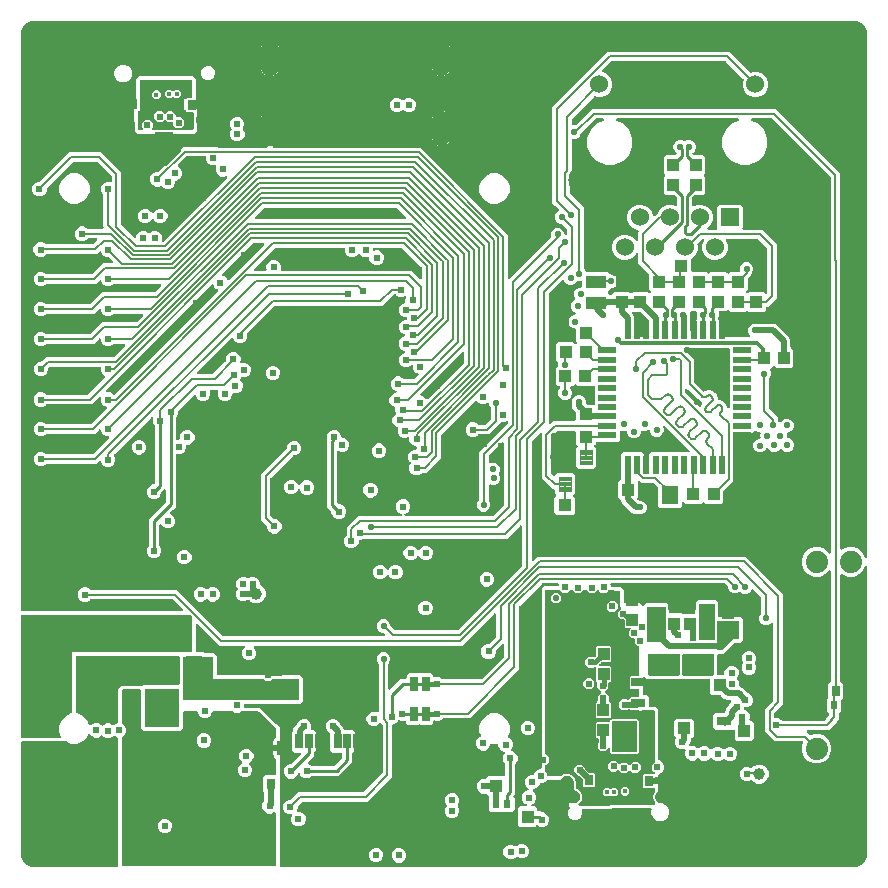
<source format=gbr>
G04 EAGLE Gerber RS-274X export*
G75*
%MOMM*%
%FSLAX34Y34*%
%LPD*%
%INBottom Copper*%
%IPPOS*%
%AMOC8*
5,1,8,0,0,1.08239X$1,22.5*%
G01*
%ADD10C,0.808000*%
%ADD11C,1.498600*%
%ADD12C,1.000000*%
%ADD13C,0.508000*%
%ADD14R,0.635000X1.270000*%
%ADD15C,1.108000*%
%ADD16C,1.208000*%
%ADD17C,0.254000*%
%ADD18R,1.400000X1.600000*%
%ADD19R,0.700000X0.900000*%
%ADD20C,1.879600*%
%ADD21R,0.300000X0.450000*%
%ADD22R,1.600000X1.000000*%
%ADD23R,1.000000X1.100000*%
%ADD24R,1.100000X1.000000*%
%ADD25R,1.200000X0.800000*%
%ADD26R,0.800000X1.200000*%
%ADD27R,0.600000X0.700000*%
%ADD28R,0.900000X0.700000*%
%ADD29R,1.780000X1.020000*%
%ADD30R,1.524000X1.524000*%
%ADD31C,1.524000*%
%ADD32C,2.476500*%
%ADD33R,1.500000X0.550000*%
%ADD34R,0.550000X1.500000*%
%ADD35C,0.110000*%
%ADD36C,0.609600*%
%ADD37C,6.000000*%
%ADD38C,0.304800*%
%ADD39C,0.406400*%
%ADD40C,0.406400*%
%ADD41C,0.503200*%
%ADD42C,0.553200*%
%ADD43C,0.800000*%
%ADD44C,0.203200*%
%ADD45C,0.152400*%
%ADD46C,0.241300*%

G36*
X311615Y199649D02*
X311615Y199649D01*
X311644Y199646D01*
X311755Y199669D01*
X311867Y199685D01*
X311894Y199697D01*
X311923Y199702D01*
X312024Y199755D01*
X312127Y199801D01*
X312149Y199820D01*
X312175Y199833D01*
X312257Y199911D01*
X312344Y199984D01*
X312360Y200009D01*
X312381Y200029D01*
X312439Y200127D01*
X312501Y200221D01*
X312510Y200249D01*
X312525Y200274D01*
X312553Y200384D01*
X312587Y200492D01*
X312588Y200522D01*
X312595Y200550D01*
X312592Y200663D01*
X312594Y200776D01*
X312587Y200805D01*
X312586Y200834D01*
X312551Y200942D01*
X312523Y201051D01*
X312508Y201077D01*
X312499Y201105D01*
X312453Y201169D01*
X312377Y201296D01*
X312332Y201339D01*
X312304Y201378D01*
X311514Y202168D01*
X311444Y202221D01*
X311380Y202280D01*
X311331Y202306D01*
X311286Y202339D01*
X311205Y202370D01*
X311127Y202410D01*
X311079Y202418D01*
X311021Y202440D01*
X310873Y202452D01*
X310796Y202465D01*
X309993Y202465D01*
X307856Y203351D01*
X306221Y204986D01*
X305335Y207123D01*
X305335Y209437D01*
X306221Y211574D01*
X307856Y213209D01*
X309993Y214095D01*
X312307Y214095D01*
X314444Y213209D01*
X316079Y211574D01*
X316965Y209437D01*
X316965Y208634D01*
X316977Y208548D01*
X316980Y208460D01*
X316997Y208408D01*
X317005Y208353D01*
X317040Y208273D01*
X317067Y208190D01*
X317095Y208150D01*
X317121Y208093D01*
X317217Y207980D01*
X317262Y207916D01*
X320156Y205022D01*
X320226Y204970D01*
X320290Y204910D01*
X320339Y204884D01*
X320384Y204851D01*
X320465Y204820D01*
X320543Y204780D01*
X320591Y204772D01*
X320649Y204750D01*
X320797Y204738D01*
X320874Y204725D01*
X373816Y204725D01*
X373902Y204737D01*
X373990Y204740D01*
X374042Y204757D01*
X374097Y204765D01*
X374177Y204800D01*
X374260Y204827D01*
X374300Y204855D01*
X374357Y204881D01*
X374470Y204977D01*
X374534Y205022D01*
X428124Y258612D01*
X428176Y258682D01*
X428236Y258746D01*
X428262Y258795D01*
X428295Y258839D01*
X428326Y258921D01*
X428366Y258999D01*
X428374Y259047D01*
X428396Y259105D01*
X428408Y259253D01*
X428421Y259330D01*
X428421Y292442D01*
X428417Y292471D01*
X428420Y292500D01*
X428397Y292611D01*
X428381Y292723D01*
X428369Y292750D01*
X428364Y292779D01*
X428312Y292879D01*
X428265Y292983D01*
X428246Y293005D01*
X428233Y293031D01*
X428155Y293113D01*
X428082Y293200D01*
X428057Y293216D01*
X428037Y293237D01*
X427939Y293295D01*
X427845Y293357D01*
X427817Y293366D01*
X427792Y293381D01*
X427682Y293409D01*
X427574Y293443D01*
X427544Y293444D01*
X427516Y293451D01*
X427403Y293448D01*
X427290Y293450D01*
X427261Y293443D01*
X427232Y293442D01*
X427124Y293407D01*
X427015Y293379D01*
X426989Y293364D01*
X426961Y293355D01*
X426898Y293309D01*
X426770Y293233D01*
X426727Y293188D01*
X426688Y293160D01*
X415404Y281875D01*
X294543Y281875D01*
X294512Y281871D01*
X294482Y281873D01*
X294405Y281856D01*
X294262Y281835D01*
X294203Y281809D01*
X294154Y281798D01*
X292043Y280923D01*
X290982Y280923D01*
X290924Y280915D01*
X290866Y280917D01*
X290784Y280895D01*
X290701Y280883D01*
X290647Y280860D01*
X290591Y280845D01*
X290518Y280802D01*
X290441Y280767D01*
X290397Y280729D01*
X290347Y280700D01*
X290289Y280638D01*
X290224Y280584D01*
X290192Y280535D01*
X290152Y280492D01*
X290114Y280417D01*
X290067Y280347D01*
X290049Y280291D01*
X290023Y280239D01*
X290011Y280171D01*
X289981Y280076D01*
X289978Y279976D01*
X289967Y279908D01*
X289967Y278797D01*
X289039Y276556D01*
X287324Y274841D01*
X285083Y273913D01*
X282658Y273913D01*
X280417Y274841D01*
X278702Y276556D01*
X277774Y278797D01*
X277774Y281222D01*
X278702Y283463D01*
X279508Y284270D01*
X279561Y284339D01*
X279621Y284403D01*
X279646Y284453D01*
X279679Y284497D01*
X279710Y284579D01*
X279750Y284656D01*
X279758Y284704D01*
X279780Y284763D01*
X279793Y284910D01*
X279806Y284988D01*
X279806Y291853D01*
X289451Y301499D01*
X325667Y301499D01*
X325753Y301511D01*
X325838Y301513D01*
X325893Y301531D01*
X325949Y301539D01*
X326027Y301574D01*
X326109Y301600D01*
X326156Y301632D01*
X326208Y301655D01*
X326274Y301710D01*
X326345Y301758D01*
X326382Y301802D01*
X326425Y301838D01*
X326473Y301910D01*
X326528Y301976D01*
X326551Y302028D01*
X326583Y302075D01*
X326609Y302157D01*
X326644Y302236D01*
X326652Y302292D01*
X326669Y302346D01*
X326671Y302432D01*
X326683Y302517D01*
X326675Y302573D01*
X326676Y302630D01*
X326654Y302713D01*
X326642Y302799D01*
X326619Y302850D01*
X326604Y302905D01*
X326560Y302979D01*
X326525Y303058D01*
X326488Y303101D01*
X326459Y303150D01*
X326396Y303209D01*
X326341Y303274D01*
X326299Y303300D01*
X326252Y303344D01*
X326122Y303410D01*
X326056Y303452D01*
X324246Y304201D01*
X322531Y305916D01*
X321603Y308157D01*
X321603Y310583D01*
X322531Y312824D01*
X324246Y314539D01*
X326487Y315467D01*
X328913Y315467D01*
X331154Y314539D01*
X332869Y312824D01*
X333797Y310583D01*
X333797Y308157D01*
X332869Y305916D01*
X331154Y304201D01*
X329344Y303452D01*
X329270Y303408D01*
X329192Y303373D01*
X329148Y303336D01*
X329099Y303307D01*
X329040Y303245D01*
X328975Y303189D01*
X328943Y303142D01*
X328904Y303101D01*
X328865Y303024D01*
X328817Y302953D01*
X328800Y302899D01*
X328774Y302848D01*
X328757Y302764D01*
X328731Y302682D01*
X328730Y302625D01*
X328719Y302569D01*
X328726Y302484D01*
X328724Y302398D01*
X328738Y302343D01*
X328743Y302286D01*
X328774Y302205D01*
X328796Y302123D01*
X328825Y302074D01*
X328845Y302021D01*
X328897Y301952D01*
X328941Y301878D01*
X328983Y301839D01*
X329017Y301794D01*
X329086Y301742D01*
X329148Y301684D01*
X329199Y301658D01*
X329245Y301624D01*
X329325Y301593D01*
X329402Y301554D01*
X329450Y301546D01*
X329511Y301523D01*
X329655Y301512D01*
X329733Y301499D01*
X403562Y301499D01*
X403649Y301511D01*
X403737Y301514D01*
X403789Y301531D01*
X403844Y301539D01*
X403924Y301574D01*
X404007Y301601D01*
X404046Y301629D01*
X404103Y301655D01*
X404217Y301751D01*
X404280Y301796D01*
X412706Y310222D01*
X412719Y310239D01*
X412731Y310249D01*
X412761Y310294D01*
X412818Y310355D01*
X412844Y310405D01*
X412877Y310449D01*
X412908Y310531D01*
X412948Y310608D01*
X412956Y310656D01*
X412978Y310714D01*
X412990Y310862D01*
X413003Y310939D01*
X413003Y362641D01*
X412999Y362670D01*
X413002Y362699D01*
X412979Y362810D01*
X412963Y362923D01*
X412951Y362949D01*
X412946Y362978D01*
X412894Y363079D01*
X412847Y363182D01*
X412828Y363204D01*
X412815Y363230D01*
X412737Y363312D01*
X412664Y363399D01*
X412639Y363415D01*
X412619Y363436D01*
X412521Y363494D01*
X412427Y363557D01*
X412399Y363565D01*
X412374Y363580D01*
X412264Y363608D01*
X412156Y363642D01*
X412126Y363643D01*
X412098Y363650D01*
X411985Y363647D01*
X411872Y363650D01*
X411843Y363642D01*
X411814Y363641D01*
X411706Y363606D01*
X411597Y363578D01*
X411571Y363563D01*
X411543Y363554D01*
X411480Y363508D01*
X411352Y363433D01*
X411309Y363387D01*
X411270Y363359D01*
X400579Y352668D01*
X400527Y352598D01*
X400467Y352534D01*
X400441Y352485D01*
X400408Y352441D01*
X400377Y352359D01*
X400337Y352281D01*
X400329Y352233D01*
X400307Y352175D01*
X400295Y352027D01*
X400282Y351950D01*
X400282Y347093D01*
X400298Y346979D01*
X400308Y346865D01*
X400318Y346839D01*
X400322Y346812D01*
X400369Y346707D01*
X400410Y346600D01*
X400426Y346577D01*
X400438Y346552D01*
X400512Y346465D01*
X400581Y346373D01*
X400604Y346356D01*
X400621Y346335D01*
X400717Y346272D01*
X400809Y346203D01*
X400835Y346193D01*
X400858Y346178D01*
X400968Y346143D01*
X401075Y346102D01*
X401103Y346100D01*
X401129Y346092D01*
X401244Y346089D01*
X401358Y346080D01*
X401383Y346085D01*
X401413Y346085D01*
X401670Y346152D01*
X401686Y346155D01*
X402843Y346635D01*
X405157Y346635D01*
X407294Y345749D01*
X408929Y344114D01*
X409815Y341977D01*
X409815Y339663D01*
X408998Y337692D01*
X408998Y337690D01*
X408997Y337689D01*
X408962Y337551D01*
X408942Y337489D01*
X408942Y337473D01*
X408927Y337416D01*
X408927Y337415D01*
X408927Y337413D01*
X408931Y337265D01*
X408935Y337132D01*
X408936Y337131D01*
X408936Y337129D01*
X408979Y336997D01*
X409022Y336861D01*
X409023Y336860D01*
X409023Y336858D01*
X409032Y336846D01*
X409180Y336625D01*
X409187Y336619D01*
X410075Y334477D01*
X410075Y332163D01*
X409189Y330026D01*
X407554Y328391D01*
X405417Y327505D01*
X403103Y327505D01*
X401686Y328093D01*
X401574Y328121D01*
X401465Y328156D01*
X401437Y328157D01*
X401410Y328164D01*
X401296Y328160D01*
X401181Y328163D01*
X401154Y328156D01*
X401126Y328155D01*
X401017Y328120D01*
X400906Y328091D01*
X400882Y328077D01*
X400855Y328069D01*
X400760Y328005D01*
X400661Y327946D01*
X400642Y327926D01*
X400619Y327910D01*
X400545Y327823D01*
X400467Y327739D01*
X400454Y327714D01*
X400436Y327693D01*
X400390Y327588D01*
X400337Y327486D01*
X400333Y327461D01*
X400321Y327433D01*
X400284Y327169D01*
X400282Y327155D01*
X400282Y315162D01*
X400294Y315076D01*
X400297Y314988D01*
X400314Y314935D01*
X400322Y314881D01*
X400357Y314801D01*
X400384Y314717D01*
X400412Y314678D01*
X400438Y314621D01*
X400534Y314508D01*
X400579Y314444D01*
X400779Y314244D01*
X401665Y312107D01*
X401665Y309793D01*
X400779Y307656D01*
X399144Y306021D01*
X397007Y305135D01*
X394693Y305135D01*
X392556Y306021D01*
X390921Y307656D01*
X390035Y309793D01*
X390035Y312107D01*
X390921Y314244D01*
X391855Y315178D01*
X391907Y315248D01*
X391967Y315312D01*
X391993Y315361D01*
X392026Y315405D01*
X392057Y315487D01*
X392097Y315565D01*
X392105Y315612D01*
X392127Y315671D01*
X392139Y315819D01*
X392152Y315896D01*
X392152Y355738D01*
X416258Y379843D01*
X416309Y379912D01*
X416368Y379974D01*
X416394Y380025D01*
X416429Y380070D01*
X416459Y380151D01*
X416499Y380227D01*
X416510Y380283D01*
X416530Y380336D01*
X416537Y380422D01*
X416554Y380506D01*
X416549Y380563D01*
X416553Y380619D01*
X416537Y380704D01*
X416529Y380789D01*
X416509Y380842D01*
X416498Y380898D01*
X416458Y380974D01*
X416427Y381055D01*
X416393Y381100D01*
X416367Y381151D01*
X416307Y381213D01*
X416256Y381281D01*
X416210Y381315D01*
X416171Y381357D01*
X416097Y381400D01*
X416028Y381452D01*
X415975Y381472D01*
X415925Y381500D01*
X415842Y381522D01*
X415762Y381552D01*
X415705Y381556D01*
X415650Y381570D01*
X415564Y381568D01*
X415478Y381575D01*
X415430Y381563D01*
X415366Y381561D01*
X415228Y381517D01*
X415151Y381499D01*
X413713Y380903D01*
X411480Y380903D01*
X411422Y380895D01*
X411364Y380897D01*
X411282Y380875D01*
X411198Y380863D01*
X411145Y380840D01*
X411089Y380825D01*
X411016Y380782D01*
X410939Y380747D01*
X410894Y380709D01*
X410844Y380680D01*
X410786Y380618D01*
X410722Y380564D01*
X410690Y380515D01*
X410650Y380472D01*
X410611Y380397D01*
X410564Y380327D01*
X410563Y380322D01*
X403375Y373134D01*
X403375Y373133D01*
X400696Y370455D01*
X391728Y370455D01*
X391641Y370443D01*
X391554Y370440D01*
X391501Y370423D01*
X391446Y370415D01*
X391367Y370380D01*
X391283Y370353D01*
X391244Y370325D01*
X391187Y370299D01*
X391074Y370203D01*
X391010Y370158D01*
X390204Y369351D01*
X387963Y368423D01*
X385537Y368423D01*
X383296Y369351D01*
X381581Y371066D01*
X380653Y373307D01*
X380653Y375733D01*
X381581Y377974D01*
X383296Y379689D01*
X385537Y380617D01*
X387963Y380617D01*
X390204Y379689D01*
X391010Y378882D01*
X391080Y378830D01*
X391144Y378770D01*
X391193Y378744D01*
X391237Y378711D01*
X391319Y378680D01*
X391397Y378640D01*
X391444Y378632D01*
X391503Y378610D01*
X391651Y378598D01*
X391728Y378585D01*
X396909Y378585D01*
X396995Y378597D01*
X397083Y378600D01*
X397135Y378617D01*
X397190Y378625D01*
X397270Y378660D01*
X397353Y378687D01*
X397392Y378715D01*
X397449Y378741D01*
X397563Y378837D01*
X397626Y378882D01*
X402038Y383294D01*
X402078Y383347D01*
X402090Y383363D01*
X402150Y383427D01*
X402176Y383477D01*
X402209Y383521D01*
X402229Y383573D01*
X402236Y383583D01*
X402244Y383611D01*
X402280Y383680D01*
X402288Y383728D01*
X402310Y383786D01*
X402314Y383830D01*
X402321Y383854D01*
X402324Y383941D01*
X402335Y384011D01*
X402335Y392568D01*
X402323Y392655D01*
X402320Y392742D01*
X402303Y392795D01*
X402295Y392850D01*
X402260Y392929D01*
X402233Y393013D01*
X402205Y393052D01*
X402179Y393109D01*
X402083Y393222D01*
X402038Y393286D01*
X401471Y393853D01*
X400585Y395991D01*
X400585Y396411D01*
X400581Y396440D01*
X400584Y396469D01*
X400561Y396580D01*
X400545Y396692D01*
X400533Y396719D01*
X400528Y396748D01*
X400476Y396848D01*
X400429Y396952D01*
X400410Y396974D01*
X400397Y397000D01*
X400319Y397082D01*
X400246Y397169D01*
X400221Y397185D01*
X400201Y397206D01*
X400103Y397263D01*
X400009Y397326D01*
X399981Y397335D01*
X399956Y397350D01*
X399846Y397378D01*
X399738Y397412D01*
X399709Y397413D01*
X399680Y397420D01*
X399567Y397416D01*
X399454Y397419D01*
X399425Y397412D01*
X399396Y397411D01*
X399288Y397376D01*
X399179Y397347D01*
X399153Y397332D01*
X399125Y397323D01*
X399062Y397278D01*
X398934Y397202D01*
X398891Y397157D01*
X398852Y397129D01*
X398754Y397031D01*
X396513Y396103D01*
X394088Y396103D01*
X391847Y397031D01*
X390111Y398766D01*
X390065Y398802D01*
X390024Y398844D01*
X389952Y398887D01*
X389884Y398937D01*
X389830Y398958D01*
X389779Y398988D01*
X389698Y399008D01*
X389619Y399039D01*
X389560Y399043D01*
X389504Y399058D01*
X389419Y399055D01*
X389335Y399062D01*
X389278Y399051D01*
X389220Y399049D01*
X389139Y399023D01*
X389057Y399006D01*
X389005Y398979D01*
X388949Y398961D01*
X388893Y398921D01*
X388804Y398875D01*
X388732Y398806D01*
X388676Y398766D01*
X360138Y370229D01*
X360086Y370159D01*
X360026Y370095D01*
X360000Y370046D01*
X359967Y370002D01*
X359936Y369920D01*
X359896Y369842D01*
X359888Y369794D01*
X359866Y369736D01*
X359854Y369588D01*
X359841Y369511D01*
X359841Y350062D01*
X357162Y347384D01*
X350569Y340791D01*
X350569Y340790D01*
X347891Y338112D01*
X344063Y338112D01*
X343976Y338100D01*
X343889Y338097D01*
X343836Y338080D01*
X343782Y338072D01*
X343702Y338037D01*
X343619Y338010D01*
X343579Y337982D01*
X343522Y337956D01*
X343409Y337860D01*
X343345Y337815D01*
X342539Y337008D01*
X340298Y336080D01*
X337872Y336080D01*
X335632Y337008D01*
X333917Y338723D01*
X332988Y340964D01*
X332988Y343390D01*
X333922Y345642D01*
X333935Y345661D01*
X333978Y345701D01*
X334020Y345774D01*
X334071Y345841D01*
X334092Y345896D01*
X334122Y345946D01*
X334142Y346028D01*
X334172Y346107D01*
X334177Y346165D01*
X334192Y346222D01*
X334189Y346306D01*
X334196Y346390D01*
X334184Y346447D01*
X334183Y346506D01*
X334157Y346586D01*
X334140Y346669D01*
X334113Y346721D01*
X334095Y346776D01*
X334055Y346833D01*
X334009Y346921D01*
X333940Y346994D01*
X333900Y347050D01*
X332997Y347953D01*
X332069Y350194D01*
X332069Y352619D01*
X332997Y354860D01*
X334712Y356575D01*
X336953Y357503D01*
X338054Y357503D01*
X338112Y357511D01*
X338170Y357510D01*
X338252Y357531D01*
X338335Y357543D01*
X338389Y357567D01*
X338445Y357582D01*
X338518Y357625D01*
X338595Y357659D01*
X338639Y357697D01*
X338690Y357727D01*
X338747Y357788D01*
X338812Y357843D01*
X338844Y357891D01*
X338884Y357934D01*
X338923Y358009D01*
X338969Y358079D01*
X338987Y358135D01*
X339014Y358187D01*
X339025Y358255D01*
X339055Y358350D01*
X339058Y358450D01*
X339069Y358518D01*
X339069Y359294D01*
X339061Y359352D01*
X339062Y359411D01*
X339041Y359492D01*
X339029Y359576D01*
X339005Y359629D01*
X338991Y359686D01*
X338947Y359758D01*
X338913Y359835D01*
X338875Y359880D01*
X338845Y359930D01*
X338784Y359988D01*
X338729Y360052D01*
X338681Y360085D01*
X338638Y360125D01*
X338563Y360163D01*
X338493Y360210D01*
X338437Y360227D01*
X338385Y360254D01*
X338317Y360265D01*
X338222Y360295D01*
X338122Y360298D01*
X338054Y360309D01*
X337953Y360309D01*
X335712Y361238D01*
X333997Y362953D01*
X333069Y365193D01*
X333069Y366904D01*
X333053Y367018D01*
X333043Y367133D01*
X333033Y367158D01*
X333029Y367186D01*
X332982Y367291D01*
X332941Y367398D01*
X332924Y367420D01*
X332913Y367445D01*
X332839Y367533D01*
X332769Y367625D01*
X332747Y367641D01*
X332729Y367662D01*
X332634Y367726D01*
X332542Y367795D01*
X332516Y367805D01*
X332493Y367820D01*
X332383Y367855D01*
X332276Y367895D01*
X332248Y367897D01*
X332222Y367906D01*
X332107Y367909D01*
X331992Y367918D01*
X331968Y367912D01*
X331937Y367913D01*
X331681Y367846D01*
X331665Y367842D01*
X330378Y367309D01*
X327953Y367309D01*
X325712Y368238D01*
X323997Y369953D01*
X323069Y372193D01*
X323069Y374619D01*
X323355Y375309D01*
X323370Y375366D01*
X323393Y375419D01*
X323405Y375503D01*
X323426Y375584D01*
X323424Y375643D01*
X323432Y375701D01*
X323420Y375784D01*
X323418Y375869D01*
X323400Y375924D01*
X323392Y375982D01*
X323357Y376059D01*
X323331Y376139D01*
X323299Y376188D01*
X323274Y376241D01*
X323220Y376305D01*
X323173Y376375D01*
X323128Y376413D01*
X323090Y376458D01*
X323032Y376494D01*
X322955Y376558D01*
X322864Y376599D01*
X322805Y376636D01*
X321352Y377238D01*
X319637Y378953D01*
X318709Y381193D01*
X318709Y383619D01*
X319637Y385860D01*
X321410Y387632D01*
X321463Y387663D01*
X321503Y387706D01*
X321550Y387741D01*
X321600Y387809D01*
X321658Y387870D01*
X321685Y387922D01*
X321720Y387969D01*
X321749Y388048D01*
X321788Y388123D01*
X321799Y388180D01*
X321820Y388235D01*
X321827Y388319D01*
X321843Y388402D01*
X321838Y388460D01*
X321843Y388518D01*
X321827Y388586D01*
X321819Y388685D01*
X321783Y388778D01*
X321767Y388846D01*
X321209Y390193D01*
X321209Y392636D01*
X321209Y392637D01*
X321209Y392639D01*
X321189Y392779D01*
X321169Y392917D01*
X321169Y392919D01*
X321168Y392920D01*
X321113Y393043D01*
X321053Y393177D01*
X321052Y393178D01*
X321051Y393179D01*
X320960Y393286D01*
X320869Y393394D01*
X320868Y393394D01*
X320867Y393396D01*
X320854Y393404D01*
X320633Y393551D01*
X320603Y393560D01*
X320582Y393574D01*
X318762Y394327D01*
X317047Y396042D01*
X316119Y398283D01*
X316119Y400709D01*
X317047Y402950D01*
X318762Y404665D01*
X321003Y405593D01*
X321134Y405593D01*
X321219Y405605D01*
X321305Y405607D01*
X321359Y405625D01*
X321416Y405633D01*
X321494Y405668D01*
X321576Y405694D01*
X321623Y405726D01*
X321675Y405749D01*
X321741Y405804D01*
X321812Y405852D01*
X321849Y405896D01*
X321892Y405932D01*
X321940Y406004D01*
X321995Y406070D01*
X322018Y406122D01*
X322050Y406169D01*
X322076Y406251D01*
X322111Y406330D01*
X322118Y406386D01*
X322136Y406440D01*
X322138Y406526D01*
X322149Y406611D01*
X322141Y406667D01*
X322143Y406724D01*
X322121Y406807D01*
X322109Y406893D01*
X322085Y406944D01*
X322071Y406999D01*
X322027Y407073D01*
X321992Y407152D01*
X321955Y407195D01*
X321926Y407244D01*
X321863Y407303D01*
X321807Y407368D01*
X321765Y407394D01*
X321718Y407438D01*
X321589Y407504D01*
X321523Y407546D01*
X319852Y408238D01*
X318137Y409953D01*
X317208Y412194D01*
X317208Y414619D01*
X318137Y416860D01*
X319852Y418575D01*
X322092Y419503D01*
X324518Y419503D01*
X326759Y418575D01*
X327476Y417858D01*
X327546Y417806D01*
X327610Y417746D01*
X327659Y417720D01*
X327703Y417687D01*
X327785Y417656D01*
X327863Y417616D01*
X327910Y417608D01*
X327969Y417586D01*
X328116Y417574D01*
X328194Y417561D01*
X337452Y417561D01*
X337538Y417573D01*
X337626Y417576D01*
X337678Y417593D01*
X337733Y417601D01*
X337813Y417636D01*
X337896Y417663D01*
X337936Y417691D01*
X337993Y417717D01*
X338106Y417813D01*
X338170Y417858D01*
X340704Y420392D01*
X340773Y420484D01*
X340847Y420572D01*
X340858Y420598D01*
X340875Y420620D01*
X340916Y420727D01*
X340962Y420832D01*
X340966Y420859D01*
X340976Y420885D01*
X340986Y421000D01*
X341001Y421114D01*
X340997Y421141D01*
X341000Y421169D01*
X340977Y421281D01*
X340961Y421395D01*
X340949Y421420D01*
X340944Y421447D01*
X340891Y421549D01*
X340844Y421654D01*
X340826Y421675D01*
X340813Y421700D01*
X340734Y421783D01*
X340659Y421870D01*
X340638Y421884D01*
X340617Y421906D01*
X340388Y422040D01*
X340375Y422048D01*
X338662Y422758D01*
X336947Y424473D01*
X336019Y426713D01*
X336019Y428046D01*
X336015Y428075D01*
X336017Y428105D01*
X335995Y428216D01*
X335979Y428328D01*
X335967Y428354D01*
X335961Y428383D01*
X335909Y428484D01*
X335863Y428587D01*
X335844Y428610D01*
X335830Y428636D01*
X335752Y428718D01*
X335679Y428804D01*
X335655Y428820D01*
X335635Y428842D01*
X335537Y428899D01*
X335443Y428962D01*
X335415Y428971D01*
X335389Y428985D01*
X335280Y429013D01*
X335172Y429048D01*
X335142Y429048D01*
X335114Y429056D01*
X335001Y429052D01*
X334887Y429055D01*
X334859Y429047D01*
X334830Y429046D01*
X334722Y429012D01*
X334612Y428983D01*
X334587Y428968D01*
X334559Y428959D01*
X334495Y428913D01*
X334368Y428838D01*
X334325Y428792D01*
X334286Y428764D01*
X333759Y428238D01*
X331518Y427309D01*
X329093Y427309D01*
X326852Y428238D01*
X325137Y429953D01*
X324209Y432193D01*
X324209Y434619D01*
X325137Y436860D01*
X326852Y438575D01*
X329009Y439468D01*
X329034Y439483D01*
X329062Y439492D01*
X329157Y439555D01*
X329254Y439613D01*
X329274Y439634D01*
X329299Y439650D01*
X329371Y439737D01*
X329449Y439819D01*
X329463Y439845D01*
X329482Y439868D01*
X329528Y439971D01*
X329579Y440072D01*
X329585Y440101D01*
X329597Y440128D01*
X329613Y440240D01*
X329635Y440351D01*
X329632Y440380D01*
X329636Y440409D01*
X329620Y440521D01*
X329610Y440634D01*
X329600Y440662D01*
X329595Y440691D01*
X329549Y440794D01*
X329508Y440900D01*
X329490Y440923D01*
X329478Y440950D01*
X329405Y441036D01*
X329336Y441126D01*
X329313Y441144D01*
X329294Y441166D01*
X329227Y441208D01*
X329109Y441296D01*
X329050Y441318D01*
X329009Y441344D01*
X326852Y442238D01*
X325137Y443953D01*
X324209Y446193D01*
X324209Y448619D01*
X325137Y450860D01*
X326852Y452575D01*
X329009Y453468D01*
X329035Y453483D01*
X329062Y453492D01*
X329157Y453555D01*
X329254Y453613D01*
X329274Y453634D01*
X329299Y453650D01*
X329372Y453737D01*
X329449Y453819D01*
X329463Y453845D01*
X329482Y453868D01*
X329528Y453972D01*
X329579Y454072D01*
X329585Y454101D01*
X329597Y454128D01*
X329613Y454240D01*
X329635Y454351D01*
X329632Y454380D01*
X329636Y454409D01*
X329620Y454522D01*
X329610Y454634D01*
X329600Y454662D01*
X329595Y454691D01*
X329549Y454794D01*
X329508Y454900D01*
X329490Y454923D01*
X329478Y454950D01*
X329405Y455036D01*
X329336Y455126D01*
X329313Y455144D01*
X329294Y455166D01*
X329227Y455208D01*
X329109Y455296D01*
X329050Y455319D01*
X329009Y455344D01*
X326852Y456238D01*
X325137Y457953D01*
X324209Y460193D01*
X324209Y462619D01*
X325137Y464860D01*
X326852Y466575D01*
X329093Y467503D01*
X330194Y467503D01*
X330252Y467511D01*
X330310Y467510D01*
X330392Y467531D01*
X330475Y467543D01*
X330529Y467567D01*
X330585Y467581D01*
X330658Y467624D01*
X330735Y467659D01*
X330779Y467697D01*
X330830Y467727D01*
X330887Y467788D01*
X330952Y467843D01*
X330984Y467891D01*
X331024Y467934D01*
X331063Y468009D01*
X331109Y468079D01*
X331127Y468135D01*
X331154Y468187D01*
X331165Y468255D01*
X331195Y468350D01*
X331198Y468450D01*
X331209Y468518D01*
X331209Y468794D01*
X331201Y468852D01*
X331202Y468910D01*
X331181Y468992D01*
X331169Y469076D01*
X331145Y469129D01*
X331131Y469186D01*
X331087Y469258D01*
X331053Y469335D01*
X331015Y469380D01*
X330985Y469430D01*
X330924Y469488D01*
X330869Y469552D01*
X330821Y469584D01*
X330778Y469624D01*
X330703Y469663D01*
X330633Y469710D01*
X330577Y469727D01*
X330525Y469754D01*
X330457Y469765D01*
X330362Y469795D01*
X330262Y469798D01*
X330194Y469809D01*
X329093Y469809D01*
X326852Y470738D01*
X325137Y472453D01*
X324209Y474693D01*
X324209Y477119D01*
X325137Y479360D01*
X326852Y481075D01*
X329082Y481998D01*
X329084Y481999D01*
X329085Y482000D01*
X329205Y482071D01*
X329327Y482143D01*
X329328Y482144D01*
X329330Y482145D01*
X329427Y482249D01*
X329522Y482350D01*
X329523Y482351D01*
X329524Y482352D01*
X329588Y482478D01*
X329653Y482602D01*
X329653Y482604D01*
X329654Y482605D01*
X329656Y482620D01*
X329708Y482881D01*
X329705Y482912D01*
X329709Y482936D01*
X329709Y485119D01*
X330167Y486224D01*
X330174Y486252D01*
X330187Y486278D01*
X330209Y486389D01*
X330238Y486499D01*
X330237Y486528D01*
X330243Y486557D01*
X330233Y486670D01*
X330230Y486783D01*
X330221Y486811D01*
X330218Y486840D01*
X330177Y486946D01*
X330143Y487054D01*
X330127Y487078D01*
X330116Y487106D01*
X330048Y487196D01*
X329985Y487290D01*
X329962Y487309D01*
X329944Y487332D01*
X329854Y487400D01*
X329767Y487473D01*
X329740Y487485D01*
X329717Y487503D01*
X329611Y487543D01*
X329507Y487589D01*
X329478Y487593D01*
X329451Y487603D01*
X329338Y487612D01*
X329226Y487628D01*
X329197Y487623D01*
X329167Y487626D01*
X329091Y487608D01*
X328944Y487587D01*
X328887Y487561D01*
X328840Y487550D01*
X327269Y486899D01*
X324843Y486899D01*
X322602Y487827D01*
X321796Y488634D01*
X321726Y488686D01*
X321662Y488746D01*
X321613Y488772D01*
X321569Y488805D01*
X321487Y488836D01*
X321409Y488876D01*
X321362Y488884D01*
X321303Y488906D01*
X321155Y488918D01*
X321078Y488931D01*
X320160Y488931D01*
X320074Y488919D01*
X319986Y488916D01*
X319934Y488899D01*
X319879Y488891D01*
X319799Y488856D01*
X319716Y488829D01*
X319676Y488801D01*
X319619Y488775D01*
X319506Y488679D01*
X319442Y488634D01*
X309810Y479001D01*
X219230Y479001D01*
X219144Y478989D01*
X219056Y478986D01*
X219004Y478969D01*
X218949Y478961D01*
X218869Y478926D01*
X218786Y478899D01*
X218746Y478871D01*
X218689Y478845D01*
X218576Y478749D01*
X218512Y478704D01*
X195783Y455975D01*
X195782Y455974D01*
X195781Y455973D01*
X195696Y455859D01*
X195612Y455748D01*
X195612Y455746D01*
X195611Y455745D01*
X195562Y455615D01*
X195511Y455482D01*
X195511Y455480D01*
X195510Y455479D01*
X195499Y455339D01*
X195488Y455199D01*
X195488Y455197D01*
X195488Y455196D01*
X195491Y455181D01*
X195543Y454920D01*
X195558Y454893D01*
X195563Y454868D01*
X195613Y454749D01*
X195613Y452323D01*
X194685Y450082D01*
X192970Y448367D01*
X190729Y447439D01*
X188303Y447439D01*
X186062Y448367D01*
X184347Y450082D01*
X183624Y451830D01*
X183565Y451929D01*
X183512Y452031D01*
X183493Y452051D01*
X183479Y452075D01*
X183396Y452154D01*
X183317Y452237D01*
X183293Y452251D01*
X183272Y452270D01*
X183170Y452323D01*
X183071Y452381D01*
X183044Y452388D01*
X183020Y452400D01*
X182907Y452423D01*
X182796Y452451D01*
X182768Y452450D01*
X182741Y452455D01*
X182626Y452445D01*
X182512Y452442D01*
X182485Y452433D01*
X182458Y452431D01*
X182350Y452390D01*
X182241Y452354D01*
X182221Y452340D01*
X182192Y452329D01*
X181979Y452168D01*
X181968Y452159D01*
X181966Y452157D01*
X181965Y452157D01*
X153352Y423544D01*
X153335Y423520D01*
X153312Y423501D01*
X153249Y423407D01*
X153181Y423317D01*
X153171Y423289D01*
X153155Y423265D01*
X153120Y423157D01*
X153080Y423051D01*
X153078Y423022D01*
X153069Y422994D01*
X153066Y422880D01*
X153056Y422768D01*
X153062Y422739D01*
X153061Y422710D01*
X153090Y422600D01*
X153112Y422489D01*
X153126Y422463D01*
X153133Y422435D01*
X153191Y422337D01*
X153243Y422237D01*
X153264Y422215D01*
X153279Y422190D01*
X153361Y422113D01*
X153439Y422031D01*
X153464Y422016D01*
X153486Y421996D01*
X153587Y421944D01*
X153684Y421887D01*
X153713Y421880D01*
X153739Y421866D01*
X153816Y421853D01*
X153960Y421817D01*
X154022Y421819D01*
X154070Y421811D01*
X166302Y421811D01*
X166388Y421823D01*
X166476Y421826D01*
X166528Y421843D01*
X166583Y421851D01*
X166663Y421886D01*
X166746Y421913D01*
X166786Y421941D01*
X166843Y421967D01*
X166956Y422063D01*
X167020Y422108D01*
X177572Y432660D01*
X177624Y432730D01*
X177684Y432794D01*
X177710Y432843D01*
X177743Y432888D01*
X177774Y432969D01*
X177814Y433047D01*
X177822Y433095D01*
X177844Y433153D01*
X177856Y433301D01*
X177869Y433378D01*
X177869Y435399D01*
X178797Y437640D01*
X180512Y439355D01*
X182753Y440283D01*
X185179Y440283D01*
X187420Y439355D01*
X189135Y437640D01*
X190063Y435399D01*
X190063Y432973D01*
X189781Y432292D01*
X189773Y432264D01*
X189760Y432238D01*
X189738Y432127D01*
X189710Y432017D01*
X189711Y431988D01*
X189705Y431959D01*
X189715Y431846D01*
X189718Y431733D01*
X189727Y431705D01*
X189729Y431676D01*
X189770Y431570D01*
X189804Y431462D01*
X189821Y431438D01*
X189831Y431410D01*
X189900Y431320D01*
X189963Y431226D01*
X189985Y431207D01*
X190003Y431184D01*
X190094Y431116D01*
X190180Y431043D01*
X190207Y431031D01*
X190231Y431013D01*
X190337Y430973D01*
X190440Y430927D01*
X190469Y430923D01*
X190497Y430913D01*
X190610Y430904D01*
X190722Y430888D01*
X190751Y430893D01*
X190780Y430890D01*
X190857Y430908D01*
X191003Y430929D01*
X191060Y430955D01*
X191107Y430966D01*
X191737Y431227D01*
X194163Y431227D01*
X196404Y430299D01*
X198119Y428584D01*
X199047Y426343D01*
X199047Y423917D01*
X198119Y421676D01*
X196404Y419961D01*
X194163Y419033D01*
X191737Y419033D01*
X191522Y419123D01*
X191465Y419137D01*
X191412Y419161D01*
X191328Y419172D01*
X191247Y419193D01*
X191188Y419192D01*
X191130Y419200D01*
X191047Y419188D01*
X190962Y419185D01*
X190907Y419167D01*
X190849Y419159D01*
X190772Y419124D01*
X190692Y419099D01*
X190643Y419066D01*
X190590Y419042D01*
X190526Y418987D01*
X190455Y418940D01*
X190418Y418896D01*
X190373Y418858D01*
X190337Y418799D01*
X190272Y418723D01*
X190232Y418632D01*
X190195Y418573D01*
X189645Y417244D01*
X189644Y417242D01*
X189644Y417241D01*
X189609Y417107D01*
X189574Y416968D01*
X189574Y416967D01*
X189573Y416965D01*
X189578Y416825D01*
X189582Y416684D01*
X189582Y416683D01*
X189582Y416681D01*
X189626Y416547D01*
X189669Y416413D01*
X189669Y416412D01*
X189670Y416411D01*
X189679Y416398D01*
X189827Y416177D01*
X189850Y416158D01*
X189865Y416137D01*
X190949Y415054D01*
X191877Y412813D01*
X191877Y410387D01*
X190949Y408146D01*
X189234Y406431D01*
X186993Y405503D01*
X184567Y405503D01*
X184557Y405508D01*
X184445Y405536D01*
X184336Y405571D01*
X184308Y405572D01*
X184281Y405579D01*
X184167Y405575D01*
X184052Y405578D01*
X184025Y405571D01*
X183997Y405571D01*
X183888Y405536D01*
X183777Y405507D01*
X183753Y405492D01*
X183726Y405484D01*
X183631Y405420D01*
X183532Y405361D01*
X183513Y405341D01*
X183490Y405326D01*
X183416Y405238D01*
X183338Y405154D01*
X183325Y405129D01*
X183307Y405108D01*
X183260Y405003D01*
X183208Y404901D01*
X183204Y404876D01*
X183192Y404848D01*
X183155Y404584D01*
X183153Y404570D01*
X183153Y403783D01*
X182225Y401542D01*
X180510Y399827D01*
X178269Y398899D01*
X175843Y398899D01*
X173602Y399827D01*
X171887Y401542D01*
X170959Y403783D01*
X170959Y406209D01*
X171286Y406997D01*
X171315Y407109D01*
X171349Y407218D01*
X171350Y407246D01*
X171357Y407273D01*
X171354Y407387D01*
X171357Y407502D01*
X171350Y407529D01*
X171349Y407557D01*
X171314Y407666D01*
X171285Y407777D01*
X171271Y407801D01*
X171262Y407828D01*
X171198Y407923D01*
X171140Y408022D01*
X171119Y408041D01*
X171104Y408064D01*
X171016Y408138D01*
X170932Y408216D01*
X170908Y408229D01*
X170886Y408247D01*
X170781Y408294D01*
X170679Y408346D01*
X170655Y408350D01*
X170627Y408362D01*
X170363Y408399D01*
X170348Y408401D01*
X165224Y408401D01*
X165110Y408385D01*
X164996Y408375D01*
X164970Y408365D01*
X164942Y408361D01*
X164838Y408314D01*
X164730Y408273D01*
X164708Y408257D01*
X164683Y408245D01*
X164595Y408171D01*
X164504Y408102D01*
X164487Y408079D01*
X164466Y408062D01*
X164402Y407966D01*
X164334Y407874D01*
X164324Y407848D01*
X164308Y407825D01*
X164274Y407715D01*
X164233Y407608D01*
X164231Y407580D01*
X164223Y407554D01*
X164220Y407439D01*
X164210Y407325D01*
X164216Y407300D01*
X164215Y407270D01*
X164282Y407013D01*
X164286Y406997D01*
X164613Y406209D01*
X164613Y403783D01*
X163684Y401542D01*
X161969Y399827D01*
X159729Y398899D01*
X157303Y398899D01*
X155062Y399827D01*
X153347Y401542D01*
X152465Y403672D01*
X152407Y403771D01*
X152354Y403873D01*
X152335Y403893D01*
X152321Y403917D01*
X152238Y403995D01*
X152158Y404079D01*
X152134Y404093D01*
X152114Y404112D01*
X152012Y404164D01*
X151913Y404222D01*
X151886Y404229D01*
X151861Y404242D01*
X151749Y404264D01*
X151638Y404292D01*
X151610Y404292D01*
X151583Y404297D01*
X151468Y404287D01*
X151353Y404283D01*
X151327Y404275D01*
X151299Y404273D01*
X151192Y404231D01*
X151083Y404196D01*
X151063Y404182D01*
X151034Y404171D01*
X150821Y404009D01*
X150810Y404001D01*
X150807Y403999D01*
X137450Y390642D01*
X137398Y390572D01*
X137338Y390508D01*
X137312Y390459D01*
X137279Y390414D01*
X137248Y390333D01*
X137208Y390255D01*
X137200Y390207D01*
X137178Y390149D01*
X137166Y390001D01*
X137153Y389924D01*
X137153Y387783D01*
X136225Y385542D01*
X135672Y384990D01*
X135620Y384920D01*
X135560Y384856D01*
X135534Y384807D01*
X135501Y384763D01*
X135470Y384681D01*
X135430Y384603D01*
X135422Y384556D01*
X135400Y384497D01*
X135388Y384349D01*
X135375Y384272D01*
X135375Y367004D01*
X135391Y366890D01*
X135401Y366776D01*
X135411Y366750D01*
X135415Y366722D01*
X135461Y366618D01*
X135503Y366510D01*
X135520Y366488D01*
X135531Y366463D01*
X135605Y366375D01*
X135674Y366284D01*
X135697Y366267D01*
X135714Y366246D01*
X135810Y366182D01*
X135902Y366114D01*
X135928Y366104D01*
X135951Y366088D01*
X136061Y366054D01*
X136168Y366013D01*
X136196Y366011D01*
X136222Y366003D01*
X136337Y366000D01*
X136451Y365990D01*
X136476Y365996D01*
X136506Y365995D01*
X136764Y366063D01*
X136779Y366066D01*
X136843Y366093D01*
X137944Y366093D01*
X138002Y366101D01*
X138060Y366099D01*
X138142Y366121D01*
X138225Y366133D01*
X138279Y366156D01*
X138335Y366171D01*
X138408Y366214D01*
X138485Y366249D01*
X138529Y366287D01*
X138580Y366316D01*
X138637Y366378D01*
X138702Y366432D01*
X138734Y366481D01*
X138774Y366524D01*
X138813Y366599D01*
X138859Y366669D01*
X138877Y366725D01*
X138904Y366777D01*
X138915Y366845D01*
X138945Y366940D01*
X138948Y367040D01*
X138959Y367108D01*
X138959Y369209D01*
X139887Y371450D01*
X141602Y373165D01*
X143843Y374093D01*
X146269Y374093D01*
X148509Y373165D01*
X150224Y371450D01*
X151153Y369209D01*
X151153Y366783D01*
X150224Y364542D01*
X148509Y362827D01*
X146269Y361899D01*
X145168Y361899D01*
X145110Y361891D01*
X145052Y361893D01*
X144970Y361871D01*
X144886Y361859D01*
X144833Y361836D01*
X144777Y361821D01*
X144704Y361778D01*
X144627Y361743D01*
X144582Y361705D01*
X144532Y361676D01*
X144474Y361614D01*
X144410Y361560D01*
X144378Y361511D01*
X144338Y361468D01*
X144299Y361393D01*
X144252Y361323D01*
X144235Y361267D01*
X144208Y361215D01*
X144197Y361147D01*
X144167Y361052D01*
X144164Y360952D01*
X144153Y360884D01*
X144153Y358783D01*
X143225Y356542D01*
X141510Y354827D01*
X139269Y353899D01*
X136843Y353899D01*
X136779Y353926D01*
X136668Y353955D01*
X136558Y353989D01*
X136530Y353990D01*
X136503Y353997D01*
X136389Y353994D01*
X136274Y353997D01*
X136247Y353990D01*
X136219Y353989D01*
X136110Y353954D01*
X135999Y353925D01*
X135975Y353911D01*
X135948Y353902D01*
X135853Y353838D01*
X135754Y353780D01*
X135735Y353759D01*
X135712Y353744D01*
X135638Y353656D01*
X135560Y353572D01*
X135547Y353548D01*
X135529Y353526D01*
X135482Y353421D01*
X135430Y353319D01*
X135426Y353295D01*
X135414Y353267D01*
X135377Y353003D01*
X135375Y352988D01*
X135375Y309357D01*
X132548Y306530D01*
X130364Y304346D01*
X130295Y304255D01*
X130221Y304167D01*
X130210Y304141D01*
X130193Y304119D01*
X130152Y304012D01*
X130106Y303907D01*
X130102Y303880D01*
X130092Y303854D01*
X130082Y303739D01*
X130067Y303625D01*
X130071Y303598D01*
X130068Y303570D01*
X130091Y303458D01*
X130107Y303344D01*
X130119Y303319D01*
X130124Y303292D01*
X130177Y303189D01*
X130224Y303085D01*
X130242Y303064D01*
X130255Y303039D01*
X130334Y302956D01*
X130409Y302869D01*
X130430Y302855D01*
X130451Y302833D01*
X130681Y302698D01*
X130693Y302691D01*
X131954Y302169D01*
X133669Y300454D01*
X134597Y298213D01*
X134597Y295787D01*
X133669Y293546D01*
X131954Y291831D01*
X129713Y290903D01*
X127287Y290903D01*
X125046Y291831D01*
X123331Y293546D01*
X123328Y293555D01*
X123284Y293629D01*
X123249Y293708D01*
X123212Y293751D01*
X123183Y293800D01*
X123121Y293859D01*
X123065Y293925D01*
X123018Y293956D01*
X122977Y293995D01*
X122900Y294034D01*
X122829Y294082D01*
X122775Y294099D01*
X122724Y294125D01*
X122640Y294142D01*
X122558Y294168D01*
X122501Y294169D01*
X122445Y294180D01*
X122360Y294173D01*
X122274Y294175D01*
X122219Y294161D01*
X122162Y294156D01*
X122082Y294125D01*
X121998Y294103D01*
X121950Y294074D01*
X121897Y294054D01*
X121828Y294002D01*
X121754Y293958D01*
X121715Y293917D01*
X121670Y293882D01*
X121619Y293814D01*
X121560Y293751D01*
X121534Y293700D01*
X121500Y293655D01*
X121469Y293574D01*
X121430Y293498D01*
X121422Y293449D01*
X121399Y293389D01*
X121388Y293244D01*
X121375Y293167D01*
X121375Y276668D01*
X121387Y276581D01*
X121390Y276494D01*
X121407Y276441D01*
X121414Y276386D01*
X121450Y276307D01*
X121477Y276223D01*
X121505Y276184D01*
X121531Y276127D01*
X121626Y276014D01*
X121672Y275950D01*
X122169Y275454D01*
X123097Y273213D01*
X123097Y270787D01*
X122169Y268546D01*
X120454Y266831D01*
X118213Y265903D01*
X115787Y265903D01*
X113546Y266831D01*
X111831Y268546D01*
X110903Y270787D01*
X110903Y273213D01*
X111831Y275454D01*
X112440Y276062D01*
X112492Y276132D01*
X112552Y276196D01*
X112577Y276245D01*
X112611Y276289D01*
X112642Y276371D01*
X112682Y276449D01*
X112690Y276496D01*
X112712Y276555D01*
X112724Y276702D01*
X112737Y276780D01*
X112737Y298935D01*
X115564Y301762D01*
X126440Y312637D01*
X126492Y312707D01*
X126552Y312771D01*
X126578Y312820D01*
X126611Y312865D01*
X126642Y312946D01*
X126682Y313024D01*
X126690Y313072D01*
X126712Y313130D01*
X126724Y313278D01*
X126737Y313355D01*
X126737Y323179D01*
X126733Y323208D01*
X126736Y323237D01*
X126713Y323348D01*
X126697Y323460D01*
X126685Y323487D01*
X126680Y323516D01*
X126627Y323616D01*
X126581Y323720D01*
X126562Y323742D01*
X126549Y323768D01*
X126471Y323850D01*
X126398Y323937D01*
X126373Y323953D01*
X126353Y323974D01*
X126255Y324031D01*
X126161Y324094D01*
X126133Y324103D01*
X126108Y324118D01*
X125998Y324146D01*
X125890Y324180D01*
X125860Y324181D01*
X125832Y324188D01*
X125719Y324184D01*
X125606Y324187D01*
X125577Y324180D01*
X125548Y324179D01*
X125440Y324144D01*
X125331Y324115D01*
X125305Y324100D01*
X125277Y324091D01*
X125213Y324046D01*
X125086Y323970D01*
X125043Y323925D01*
X125004Y323897D01*
X123547Y322440D01*
X123394Y322286D01*
X123342Y322217D01*
X123282Y322153D01*
X123256Y322103D01*
X123223Y322059D01*
X123192Y321978D01*
X123152Y321900D01*
X123144Y321852D01*
X123122Y321794D01*
X123110Y321646D01*
X123097Y321569D01*
X123097Y320787D01*
X122169Y318546D01*
X120454Y316831D01*
X118213Y315903D01*
X115787Y315903D01*
X113546Y316831D01*
X111831Y318546D01*
X110903Y320787D01*
X110903Y323213D01*
X111831Y325454D01*
X113546Y327169D01*
X115787Y328097D01*
X116569Y328097D01*
X116655Y328109D01*
X116743Y328112D01*
X116795Y328129D01*
X116850Y328137D01*
X116930Y328172D01*
X117013Y328199D01*
X117052Y328227D01*
X117109Y328253D01*
X117223Y328349D01*
X117286Y328394D01*
X117440Y328547D01*
X117492Y328617D01*
X117552Y328681D01*
X117578Y328731D01*
X117611Y328775D01*
X117642Y328856D01*
X117682Y328934D01*
X117690Y328982D01*
X117712Y329040D01*
X117724Y329188D01*
X117737Y329265D01*
X117737Y377272D01*
X117725Y377359D01*
X117722Y377446D01*
X117705Y377499D01*
X117697Y377554D01*
X117662Y377633D01*
X117635Y377717D01*
X117607Y377756D01*
X117581Y377813D01*
X117485Y377926D01*
X117440Y377990D01*
X116887Y378542D01*
X115959Y380783D01*
X115959Y383209D01*
X116086Y383516D01*
X116108Y383599D01*
X116138Y383679D01*
X116143Y383736D01*
X116157Y383791D01*
X116155Y383877D01*
X116162Y383963D01*
X116151Y384018D01*
X116149Y384075D01*
X116123Y384157D01*
X116106Y384241D01*
X116080Y384292D01*
X116063Y384346D01*
X116015Y384417D01*
X115975Y384494D01*
X115936Y384535D01*
X115904Y384582D01*
X115839Y384637D01*
X115779Y384700D01*
X115730Y384729D01*
X115687Y384765D01*
X115608Y384800D01*
X115534Y384844D01*
X115479Y384858D01*
X115427Y384881D01*
X115342Y384892D01*
X115259Y384914D01*
X115202Y384912D01*
X115145Y384920D01*
X115060Y384907D01*
X114974Y384905D01*
X114920Y384887D01*
X114864Y384879D01*
X114786Y384844D01*
X114704Y384817D01*
X114664Y384788D01*
X114605Y384762D01*
X114494Y384668D01*
X114431Y384622D01*
X83383Y353574D01*
X83382Y353573D01*
X83380Y353572D01*
X83294Y353457D01*
X83212Y353347D01*
X83211Y353346D01*
X83210Y353344D01*
X83159Y353209D01*
X83111Y353082D01*
X83110Y353080D01*
X83110Y353078D01*
X83098Y352929D01*
X83087Y352798D01*
X83087Y352797D01*
X83087Y352795D01*
X83091Y352779D01*
X83143Y352519D01*
X83157Y352492D01*
X83163Y352468D01*
X84097Y350213D01*
X84097Y347787D01*
X83169Y345546D01*
X81454Y343831D01*
X79213Y342903D01*
X76787Y342903D01*
X74546Y343831D01*
X72831Y345546D01*
X72102Y347308D01*
X72043Y347407D01*
X71990Y347509D01*
X71971Y347529D01*
X71957Y347553D01*
X71874Y347632D01*
X71795Y347715D01*
X71771Y347729D01*
X71751Y347748D01*
X71649Y347801D01*
X71549Y347859D01*
X71523Y347866D01*
X71498Y347878D01*
X71385Y347901D01*
X71274Y347929D01*
X71246Y347928D01*
X71219Y347933D01*
X71104Y347924D01*
X70990Y347920D01*
X70963Y347911D01*
X70936Y347909D01*
X70828Y347868D01*
X70719Y347832D01*
X70699Y347818D01*
X70670Y347807D01*
X70457Y347646D01*
X70446Y347638D01*
X70444Y347635D01*
X68244Y345435D01*
X25978Y345435D01*
X25891Y345423D01*
X25804Y345420D01*
X25751Y345403D01*
X25696Y345395D01*
X25617Y345360D01*
X25533Y345333D01*
X25494Y345305D01*
X25437Y345279D01*
X25324Y345183D01*
X25260Y345138D01*
X24454Y344331D01*
X22213Y343403D01*
X19787Y343403D01*
X17546Y344331D01*
X15831Y346046D01*
X14903Y348287D01*
X14903Y350713D01*
X15831Y352954D01*
X17546Y354669D01*
X19787Y355597D01*
X22213Y355597D01*
X24454Y354669D01*
X25260Y353862D01*
X25330Y353810D01*
X25394Y353750D01*
X25443Y353724D01*
X25487Y353691D01*
X25569Y353660D01*
X25647Y353620D01*
X25694Y353612D01*
X25753Y353590D01*
X25901Y353578D01*
X25978Y353565D01*
X64456Y353565D01*
X64542Y353577D01*
X64630Y353580D01*
X64682Y353597D01*
X64737Y353605D01*
X64817Y353640D01*
X64900Y353667D01*
X64940Y353695D01*
X64997Y353721D01*
X65110Y353817D01*
X65174Y353862D01*
X78482Y367170D01*
X78499Y367194D01*
X78522Y367213D01*
X78584Y367307D01*
X78653Y367397D01*
X78663Y367425D01*
X78679Y367449D01*
X78713Y367557D01*
X78754Y367663D01*
X78756Y367692D01*
X78765Y367720D01*
X78768Y367834D01*
X78777Y367946D01*
X78772Y367975D01*
X78772Y368004D01*
X78744Y368114D01*
X78721Y368225D01*
X78708Y368251D01*
X78701Y368279D01*
X78643Y368377D01*
X78590Y368477D01*
X78570Y368499D01*
X78555Y368524D01*
X78473Y368601D01*
X78395Y368683D01*
X78369Y368698D01*
X78348Y368718D01*
X78247Y368770D01*
X78149Y368827D01*
X78121Y368834D01*
X78095Y368848D01*
X78017Y368861D01*
X77874Y368897D01*
X77811Y368895D01*
X77764Y368903D01*
X76787Y368903D01*
X74546Y369831D01*
X72831Y371546D01*
X71890Y373819D01*
X71879Y373873D01*
X71863Y373985D01*
X71851Y374012D01*
X71846Y374041D01*
X71793Y374142D01*
X71747Y374245D01*
X71728Y374267D01*
X71715Y374293D01*
X71637Y374375D01*
X71564Y374462D01*
X71539Y374478D01*
X71519Y374499D01*
X71421Y374557D01*
X71327Y374619D01*
X71299Y374628D01*
X71274Y374643D01*
X71164Y374671D01*
X71056Y374705D01*
X71026Y374706D01*
X70998Y374713D01*
X70885Y374710D01*
X70772Y374712D01*
X70743Y374705D01*
X70714Y374704D01*
X70606Y374669D01*
X70497Y374641D01*
X70471Y374626D01*
X70443Y374617D01*
X70379Y374571D01*
X70252Y374495D01*
X70209Y374450D01*
X70170Y374422D01*
X69362Y373614D01*
X66684Y370935D01*
X25978Y370935D01*
X25891Y370923D01*
X25804Y370920D01*
X25751Y370903D01*
X25696Y370895D01*
X25617Y370860D01*
X25533Y370833D01*
X25494Y370805D01*
X25437Y370779D01*
X25324Y370683D01*
X25260Y370638D01*
X24454Y369831D01*
X22213Y368903D01*
X19787Y368903D01*
X17546Y369831D01*
X15831Y371546D01*
X14903Y373787D01*
X14903Y376213D01*
X15831Y378454D01*
X17546Y380169D01*
X19787Y381097D01*
X22213Y381097D01*
X24454Y380169D01*
X25260Y379362D01*
X25330Y379310D01*
X25394Y379250D01*
X25443Y379224D01*
X25487Y379191D01*
X25569Y379160D01*
X25647Y379120D01*
X25694Y379112D01*
X25753Y379090D01*
X25901Y379078D01*
X25978Y379065D01*
X62896Y379065D01*
X62982Y379077D01*
X63070Y379080D01*
X63122Y379097D01*
X63177Y379105D01*
X63257Y379140D01*
X63340Y379167D01*
X63380Y379195D01*
X63437Y379221D01*
X63550Y379317D01*
X63614Y379362D01*
X76680Y392428D01*
X76749Y392520D01*
X76823Y392608D01*
X76834Y392633D01*
X76851Y392655D01*
X76892Y392763D01*
X76938Y392868D01*
X76942Y392895D01*
X76952Y392921D01*
X76962Y393036D01*
X76977Y393149D01*
X76973Y393177D01*
X76976Y393204D01*
X76953Y393317D01*
X76937Y393431D01*
X76925Y393456D01*
X76920Y393483D01*
X76867Y393585D01*
X76820Y393690D01*
X76802Y393711D01*
X76789Y393736D01*
X76710Y393819D01*
X76635Y393906D01*
X76614Y393919D01*
X76593Y393942D01*
X76520Y393984D01*
X76514Y393990D01*
X76487Y394004D01*
X76363Y394076D01*
X76351Y394084D01*
X74546Y394831D01*
X72831Y396546D01*
X71903Y398787D01*
X71903Y401231D01*
X71899Y401260D01*
X71902Y401289D01*
X71879Y401400D01*
X71863Y401512D01*
X71851Y401539D01*
X71846Y401568D01*
X71794Y401668D01*
X71747Y401772D01*
X71728Y401794D01*
X71715Y401820D01*
X71637Y401902D01*
X71564Y401989D01*
X71539Y402005D01*
X71519Y402026D01*
X71421Y402084D01*
X71327Y402146D01*
X71299Y402155D01*
X71274Y402170D01*
X71164Y402198D01*
X71056Y402232D01*
X71026Y402233D01*
X70998Y402240D01*
X70885Y402237D01*
X70772Y402240D01*
X70743Y402232D01*
X70714Y402231D01*
X70606Y402196D01*
X70497Y402168D01*
X70471Y402153D01*
X70443Y402144D01*
X70380Y402098D01*
X70252Y402022D01*
X70209Y401977D01*
X70170Y401949D01*
X64157Y395935D01*
X25978Y395935D01*
X25891Y395923D01*
X25804Y395920D01*
X25751Y395903D01*
X25696Y395895D01*
X25617Y395860D01*
X25533Y395833D01*
X25494Y395805D01*
X25437Y395779D01*
X25324Y395683D01*
X25260Y395638D01*
X24454Y394831D01*
X22213Y393903D01*
X19787Y393903D01*
X17546Y394831D01*
X15831Y396546D01*
X14903Y398787D01*
X14903Y401213D01*
X15831Y403454D01*
X17546Y405169D01*
X19787Y406097D01*
X22213Y406097D01*
X24454Y405169D01*
X25260Y404362D01*
X25330Y404310D01*
X25394Y404250D01*
X25443Y404224D01*
X25487Y404191D01*
X25569Y404160D01*
X25647Y404120D01*
X25694Y404112D01*
X25753Y404090D01*
X25901Y404078D01*
X25978Y404065D01*
X60369Y404065D01*
X60455Y404077D01*
X60543Y404080D01*
X60595Y404097D01*
X60650Y404105D01*
X60730Y404140D01*
X60813Y404167D01*
X60852Y404195D01*
X60910Y404221D01*
X61023Y404317D01*
X61087Y404362D01*
X75247Y418522D01*
X75316Y418614D01*
X75389Y418702D01*
X75401Y418727D01*
X75417Y418749D01*
X75458Y418857D01*
X75505Y418961D01*
X75509Y418989D01*
X75519Y419015D01*
X75528Y419129D01*
X75544Y419243D01*
X75540Y419271D01*
X75542Y419298D01*
X75520Y419411D01*
X75503Y419524D01*
X75492Y419550D01*
X75486Y419577D01*
X75433Y419679D01*
X75386Y419783D01*
X75368Y419805D01*
X75355Y419829D01*
X75276Y419912D01*
X75202Y420000D01*
X75181Y420013D01*
X75160Y420035D01*
X74930Y420170D01*
X74917Y420178D01*
X74546Y420331D01*
X72831Y422046D01*
X71903Y424287D01*
X71903Y426897D01*
X71895Y426955D01*
X71897Y427013D01*
X71875Y427095D01*
X71863Y427179D01*
X71840Y427232D01*
X71825Y427288D01*
X71782Y427361D01*
X71747Y427438D01*
X71709Y427483D01*
X71680Y427533D01*
X71618Y427591D01*
X71564Y427655D01*
X71515Y427687D01*
X71472Y427727D01*
X71397Y427766D01*
X71327Y427813D01*
X71271Y427830D01*
X71219Y427857D01*
X71151Y427868D01*
X71056Y427898D01*
X70956Y427901D01*
X70888Y427912D01*
X29081Y427912D01*
X28995Y427900D01*
X28907Y427897D01*
X28855Y427880D01*
X28800Y427872D01*
X28720Y427837D01*
X28637Y427810D01*
X28597Y427782D01*
X28540Y427756D01*
X28427Y427660D01*
X28363Y427615D01*
X27394Y426646D01*
X27342Y426576D01*
X27282Y426512D01*
X27256Y426463D01*
X27223Y426418D01*
X27192Y426337D01*
X27152Y426259D01*
X27144Y426211D01*
X27122Y426153D01*
X27110Y426005D01*
X27097Y425928D01*
X27097Y424787D01*
X26169Y422546D01*
X24454Y420831D01*
X22213Y419903D01*
X19787Y419903D01*
X17546Y420831D01*
X15831Y422546D01*
X14903Y424787D01*
X14903Y427213D01*
X15831Y429454D01*
X17546Y431169D01*
X19787Y432097D01*
X20928Y432097D01*
X21014Y432109D01*
X21102Y432112D01*
X21154Y432129D01*
X21209Y432137D01*
X21289Y432172D01*
X21372Y432199D01*
X21412Y432227D01*
X21469Y432253D01*
X21582Y432349D01*
X21646Y432394D01*
X25293Y436042D01*
X82288Y436042D01*
X82374Y436054D01*
X82462Y436057D01*
X82514Y436074D01*
X82569Y436082D01*
X82649Y436117D01*
X82732Y436144D01*
X82771Y436172D01*
X82829Y436198D01*
X82942Y436294D01*
X83006Y436339D01*
X91869Y445202D01*
X91886Y445226D01*
X91909Y445245D01*
X91971Y445339D01*
X92040Y445429D01*
X92050Y445457D01*
X92066Y445481D01*
X92100Y445589D01*
X92141Y445695D01*
X92143Y445724D01*
X92152Y445752D01*
X92155Y445866D01*
X92164Y445978D01*
X92159Y446007D01*
X92159Y446036D01*
X92131Y446146D01*
X92108Y446257D01*
X92095Y446283D01*
X92087Y446311D01*
X92030Y446409D01*
X91977Y446509D01*
X91957Y446531D01*
X91942Y446556D01*
X91860Y446633D01*
X91782Y446715D01*
X91756Y446730D01*
X91735Y446750D01*
X91634Y446802D01*
X91536Y446859D01*
X91508Y446866D01*
X91482Y446880D01*
X91404Y446893D01*
X91261Y446929D01*
X91198Y446927D01*
X91151Y446935D01*
X82978Y446935D01*
X82891Y446923D01*
X82804Y446920D01*
X82751Y446903D01*
X82696Y446895D01*
X82617Y446860D01*
X82533Y446833D01*
X82494Y446805D01*
X82437Y446779D01*
X82324Y446683D01*
X82260Y446638D01*
X81454Y445831D01*
X79213Y444903D01*
X76787Y444903D01*
X74546Y445831D01*
X72831Y447546D01*
X71903Y449787D01*
X71903Y450704D01*
X71899Y450733D01*
X71902Y450762D01*
X71879Y450873D01*
X71863Y450985D01*
X71851Y451012D01*
X71846Y451041D01*
X71793Y451142D01*
X71747Y451245D01*
X71728Y451267D01*
X71715Y451293D01*
X71637Y451375D01*
X71564Y451462D01*
X71539Y451478D01*
X71519Y451499D01*
X71421Y451556D01*
X71327Y451619D01*
X71299Y451628D01*
X71274Y451643D01*
X71164Y451671D01*
X71056Y451705D01*
X71026Y451706D01*
X70998Y451713D01*
X70885Y451710D01*
X70772Y451712D01*
X70743Y451705D01*
X70714Y451704D01*
X70606Y451669D01*
X70497Y451641D01*
X70471Y451626D01*
X70443Y451617D01*
X70380Y451571D01*
X70252Y451495D01*
X70209Y451450D01*
X70170Y451422D01*
X68362Y449614D01*
X65684Y446935D01*
X25978Y446935D01*
X25891Y446923D01*
X25804Y446920D01*
X25751Y446903D01*
X25696Y446895D01*
X25617Y446860D01*
X25533Y446833D01*
X25494Y446805D01*
X25437Y446779D01*
X25324Y446683D01*
X25260Y446638D01*
X24454Y445831D01*
X22213Y444903D01*
X19787Y444903D01*
X17546Y445831D01*
X15831Y447546D01*
X14903Y449787D01*
X14903Y452213D01*
X15831Y454454D01*
X17546Y456169D01*
X19787Y457097D01*
X22213Y457097D01*
X24454Y456169D01*
X25260Y455362D01*
X25330Y455310D01*
X25394Y455250D01*
X25443Y455224D01*
X25487Y455191D01*
X25569Y455160D01*
X25647Y455120D01*
X25694Y455112D01*
X25753Y455090D01*
X25901Y455078D01*
X25978Y455065D01*
X61896Y455065D01*
X61982Y455077D01*
X62070Y455080D01*
X62122Y455097D01*
X62177Y455105D01*
X62257Y455140D01*
X62340Y455167D01*
X62380Y455195D01*
X62437Y455221D01*
X62550Y455317D01*
X62614Y455362D01*
X72566Y465315D01*
X101503Y465315D01*
X101589Y465327D01*
X101677Y465330D01*
X101729Y465347D01*
X101784Y465355D01*
X101864Y465390D01*
X101947Y465417D01*
X101986Y465445D01*
X102044Y465471D01*
X102157Y465567D01*
X102221Y465612D01*
X107311Y470702D01*
X107328Y470726D01*
X107351Y470745D01*
X107413Y470839D01*
X107482Y470929D01*
X107492Y470957D01*
X107508Y470981D01*
X107542Y471089D01*
X107583Y471195D01*
X107585Y471224D01*
X107594Y471252D01*
X107597Y471366D01*
X107606Y471478D01*
X107601Y471507D01*
X107601Y471536D01*
X107573Y471646D01*
X107550Y471757D01*
X107537Y471783D01*
X107529Y471811D01*
X107472Y471909D01*
X107419Y472009D01*
X107399Y472031D01*
X107384Y472056D01*
X107302Y472133D01*
X107224Y472215D01*
X107198Y472230D01*
X107177Y472250D01*
X107076Y472302D01*
X106978Y472359D01*
X106950Y472366D01*
X106924Y472380D01*
X106846Y472393D01*
X106703Y472429D01*
X106640Y472427D01*
X106593Y472435D01*
X82978Y472435D01*
X82891Y472423D01*
X82804Y472420D01*
X82751Y472403D01*
X82696Y472395D01*
X82617Y472360D01*
X82533Y472333D01*
X82494Y472305D01*
X82437Y472279D01*
X82324Y472183D01*
X82260Y472138D01*
X81454Y471331D01*
X79213Y470403D01*
X76787Y470403D01*
X74546Y471331D01*
X72831Y473046D01*
X71903Y475287D01*
X71903Y475704D01*
X71899Y475733D01*
X71902Y475762D01*
X71879Y475873D01*
X71863Y475985D01*
X71851Y476012D01*
X71846Y476041D01*
X71793Y476142D01*
X71747Y476245D01*
X71728Y476267D01*
X71715Y476293D01*
X71637Y476375D01*
X71564Y476462D01*
X71539Y476478D01*
X71519Y476499D01*
X71421Y476556D01*
X71327Y476619D01*
X71299Y476628D01*
X71274Y476643D01*
X71164Y476671D01*
X71056Y476705D01*
X71026Y476706D01*
X70998Y476713D01*
X70885Y476710D01*
X70772Y476712D01*
X70743Y476705D01*
X70714Y476704D01*
X70606Y476669D01*
X70497Y476641D01*
X70471Y476626D01*
X70443Y476617D01*
X70379Y476571D01*
X70252Y476495D01*
X70209Y476450D01*
X70170Y476422D01*
X68862Y475114D01*
X66184Y472435D01*
X25978Y472435D01*
X25891Y472423D01*
X25804Y472420D01*
X25751Y472403D01*
X25696Y472395D01*
X25617Y472360D01*
X25533Y472333D01*
X25494Y472305D01*
X25437Y472279D01*
X25324Y472183D01*
X25260Y472138D01*
X24454Y471331D01*
X22213Y470403D01*
X19787Y470403D01*
X17546Y471331D01*
X15831Y473046D01*
X14903Y475287D01*
X14903Y477713D01*
X15831Y479954D01*
X17546Y481669D01*
X19787Y482597D01*
X22213Y482597D01*
X24454Y481669D01*
X25260Y480862D01*
X25330Y480810D01*
X25394Y480750D01*
X25443Y480724D01*
X25487Y480691D01*
X25569Y480660D01*
X25647Y480620D01*
X25694Y480612D01*
X25753Y480590D01*
X25901Y480578D01*
X25978Y480565D01*
X62396Y480565D01*
X62482Y480577D01*
X62570Y480580D01*
X62622Y480597D01*
X62677Y480605D01*
X62757Y480640D01*
X62840Y480667D01*
X62880Y480695D01*
X62937Y480721D01*
X63050Y480817D01*
X63114Y480862D01*
X73066Y490815D01*
X116945Y490815D01*
X117031Y490827D01*
X117119Y490830D01*
X117171Y490847D01*
X117226Y490855D01*
X117306Y490890D01*
X117389Y490917D01*
X117428Y490945D01*
X117486Y490971D01*
X117599Y491067D01*
X117663Y491112D01*
X122753Y496202D01*
X122770Y496226D01*
X122793Y496245D01*
X122855Y496339D01*
X122924Y496429D01*
X122934Y496457D01*
X122950Y496481D01*
X122984Y496589D01*
X123025Y496695D01*
X123027Y496724D01*
X123036Y496752D01*
X123039Y496866D01*
X123048Y496978D01*
X123043Y497007D01*
X123043Y497036D01*
X123015Y497146D01*
X122992Y497257D01*
X122979Y497283D01*
X122971Y497311D01*
X122914Y497409D01*
X122861Y497509D01*
X122841Y497531D01*
X122826Y497556D01*
X122744Y497633D01*
X122666Y497715D01*
X122640Y497730D01*
X122619Y497750D01*
X122518Y497802D01*
X122420Y497859D01*
X122392Y497866D01*
X122366Y497880D01*
X122288Y497893D01*
X122145Y497929D01*
X122082Y497927D01*
X122035Y497935D01*
X82978Y497935D01*
X82891Y497923D01*
X82804Y497920D01*
X82751Y497903D01*
X82696Y497895D01*
X82617Y497860D01*
X82533Y497833D01*
X82494Y497805D01*
X82437Y497779D01*
X82324Y497683D01*
X82260Y497638D01*
X81454Y496831D01*
X79213Y495903D01*
X76787Y495903D01*
X74546Y496831D01*
X72831Y498546D01*
X72084Y500351D01*
X72026Y500449D01*
X71973Y500552D01*
X71954Y500572D01*
X71940Y500595D01*
X71856Y500674D01*
X71777Y500758D01*
X71753Y500772D01*
X71733Y500791D01*
X71631Y500843D01*
X71532Y500901D01*
X71505Y500908D01*
X71480Y500921D01*
X71367Y500943D01*
X71256Y500971D01*
X71228Y500970D01*
X71201Y500976D01*
X71087Y500966D01*
X70972Y500962D01*
X70946Y500954D01*
X70918Y500951D01*
X70811Y500910D01*
X70701Y500875D01*
X70681Y500860D01*
X70653Y500849D01*
X70439Y500688D01*
X70428Y500680D01*
X70362Y500614D01*
X70362Y500613D01*
X67684Y497935D01*
X25978Y497935D01*
X25891Y497923D01*
X25804Y497920D01*
X25751Y497903D01*
X25696Y497895D01*
X25617Y497860D01*
X25533Y497833D01*
X25494Y497805D01*
X25437Y497779D01*
X25324Y497683D01*
X25260Y497638D01*
X24454Y496831D01*
X22213Y495903D01*
X19787Y495903D01*
X17546Y496831D01*
X15831Y498546D01*
X14903Y500787D01*
X14903Y503213D01*
X15831Y505454D01*
X17546Y507169D01*
X19787Y508097D01*
X22213Y508097D01*
X24454Y507169D01*
X25260Y506362D01*
X25330Y506310D01*
X25394Y506250D01*
X25443Y506224D01*
X25487Y506191D01*
X25569Y506160D01*
X25647Y506120D01*
X25694Y506112D01*
X25753Y506090D01*
X25901Y506078D01*
X25978Y506065D01*
X63896Y506065D01*
X63982Y506077D01*
X64070Y506080D01*
X64122Y506097D01*
X64177Y506105D01*
X64257Y506140D01*
X64340Y506167D01*
X64380Y506195D01*
X64437Y506221D01*
X64550Y506317D01*
X64614Y506362D01*
X73816Y515565D01*
X81236Y515565D01*
X81265Y515569D01*
X81294Y515566D01*
X81405Y515589D01*
X81517Y515605D01*
X81544Y515617D01*
X81573Y515622D01*
X81673Y515675D01*
X81777Y515721D01*
X81799Y515740D01*
X81825Y515753D01*
X81907Y515831D01*
X81994Y515904D01*
X82010Y515929D01*
X82031Y515949D01*
X82089Y516047D01*
X82151Y516141D01*
X82160Y516169D01*
X82175Y516194D01*
X82203Y516304D01*
X82237Y516412D01*
X82238Y516442D01*
X82245Y516470D01*
X82242Y516583D01*
X82244Y516696D01*
X82237Y516725D01*
X82236Y516754D01*
X82201Y516862D01*
X82173Y516971D01*
X82158Y516997D01*
X82149Y517025D01*
X82103Y517088D01*
X82027Y517216D01*
X81982Y517259D01*
X81954Y517298D01*
X78646Y520606D01*
X78576Y520658D01*
X78512Y520718D01*
X78463Y520744D01*
X78418Y520777D01*
X78337Y520808D01*
X78259Y520848D01*
X78211Y520856D01*
X78153Y520878D01*
X78005Y520890D01*
X77928Y520903D01*
X76787Y520903D01*
X74546Y521831D01*
X72831Y523546D01*
X72295Y524841D01*
X72237Y524940D01*
X72184Y525042D01*
X72165Y525062D01*
X72151Y525086D01*
X72067Y525165D01*
X71988Y525248D01*
X71964Y525262D01*
X71944Y525281D01*
X71842Y525334D01*
X71743Y525392D01*
X71716Y525399D01*
X71691Y525412D01*
X71578Y525434D01*
X71467Y525462D01*
X71439Y525461D01*
X71412Y525467D01*
X71298Y525457D01*
X71183Y525453D01*
X71157Y525445D01*
X71129Y525442D01*
X71022Y525401D01*
X70913Y525366D01*
X70892Y525351D01*
X70864Y525340D01*
X70652Y525180D01*
X70639Y525171D01*
X68662Y523193D01*
X26064Y523193D01*
X25977Y523181D01*
X25890Y523178D01*
X25837Y523161D01*
X25782Y523153D01*
X25703Y523118D01*
X25619Y523091D01*
X25580Y523063D01*
X25523Y523037D01*
X25410Y522941D01*
X25346Y522896D01*
X24282Y521831D01*
X22041Y520903D01*
X19615Y520903D01*
X17374Y521831D01*
X15659Y523546D01*
X14731Y525787D01*
X14731Y528213D01*
X15659Y530454D01*
X17374Y532169D01*
X19615Y533097D01*
X22041Y533097D01*
X24282Y532169D01*
X24830Y531620D01*
X24900Y531568D01*
X24964Y531508D01*
X25013Y531482D01*
X25057Y531449D01*
X25139Y531418D01*
X25217Y531378D01*
X25264Y531370D01*
X25323Y531348D01*
X25471Y531336D01*
X25548Y531323D01*
X64874Y531323D01*
X64960Y531335D01*
X65048Y531338D01*
X65100Y531355D01*
X65155Y531363D01*
X65235Y531398D01*
X65318Y531425D01*
X65358Y531453D01*
X65415Y531479D01*
X65528Y531575D01*
X65592Y531620D01*
X68624Y534652D01*
X68641Y534676D01*
X68664Y534695D01*
X68727Y534789D01*
X68795Y534879D01*
X68805Y534907D01*
X68821Y534931D01*
X68856Y535039D01*
X68896Y535145D01*
X68898Y535174D01*
X68907Y535202D01*
X68910Y535316D01*
X68919Y535428D01*
X68914Y535457D01*
X68914Y535486D01*
X68886Y535596D01*
X68864Y535707D01*
X68850Y535733D01*
X68843Y535761D01*
X68785Y535859D01*
X68733Y535959D01*
X68712Y535981D01*
X68697Y536006D01*
X68615Y536083D01*
X68537Y536165D01*
X68511Y536180D01*
X68490Y536200D01*
X68389Y536252D01*
X68291Y536309D01*
X68263Y536316D01*
X68237Y536330D01*
X68160Y536343D01*
X68016Y536379D01*
X67953Y536377D01*
X67906Y536385D01*
X60956Y536385D01*
X60869Y536373D01*
X60782Y536370D01*
X60729Y536353D01*
X60674Y536345D01*
X60595Y536310D01*
X60511Y536283D01*
X60472Y536255D01*
X60415Y536229D01*
X60302Y536133D01*
X60238Y536088D01*
X59432Y535281D01*
X57191Y534353D01*
X54765Y534353D01*
X52524Y535281D01*
X50809Y536996D01*
X49881Y539237D01*
X49881Y541663D01*
X50809Y543904D01*
X52524Y545619D01*
X54765Y546547D01*
X57191Y546547D01*
X59432Y545619D01*
X60238Y544812D01*
X60308Y544760D01*
X60372Y544700D01*
X60421Y544674D01*
X60465Y544641D01*
X60547Y544610D01*
X60625Y544570D01*
X60672Y544562D01*
X60731Y544540D01*
X60879Y544528D01*
X60956Y544515D01*
X73234Y544515D01*
X73263Y544519D01*
X73292Y544516D01*
X73403Y544539D01*
X73515Y544555D01*
X73542Y544567D01*
X73571Y544572D01*
X73671Y544624D01*
X73775Y544671D01*
X73797Y544690D01*
X73823Y544703D01*
X73905Y544781D01*
X73992Y544854D01*
X74008Y544879D01*
X74029Y544899D01*
X74087Y544997D01*
X74149Y545091D01*
X74158Y545119D01*
X74173Y545144D01*
X74201Y545254D01*
X74235Y545362D01*
X74236Y545391D01*
X74243Y545420D01*
X74240Y545533D01*
X74242Y545646D01*
X74235Y545675D01*
X74234Y545704D01*
X74199Y545812D01*
X74171Y545921D01*
X74156Y545947D01*
X74147Y545975D01*
X74101Y546038D01*
X74025Y546166D01*
X73980Y546209D01*
X73952Y546248D01*
X73913Y546286D01*
X73913Y573022D01*
X73901Y573109D01*
X73898Y573196D01*
X73881Y573249D01*
X73873Y573304D01*
X73838Y573383D01*
X73811Y573467D01*
X73783Y573506D01*
X73757Y573563D01*
X73661Y573676D01*
X73616Y573740D01*
X72809Y574546D01*
X71881Y576787D01*
X71881Y579213D01*
X72809Y581454D01*
X74524Y583169D01*
X76765Y584097D01*
X79191Y584097D01*
X79531Y583956D01*
X79643Y583927D01*
X79752Y583892D01*
X79780Y583892D01*
X79807Y583885D01*
X79921Y583888D01*
X80036Y583885D01*
X80063Y583892D01*
X80091Y583893D01*
X80200Y583928D01*
X80311Y583957D01*
X80335Y583971D01*
X80362Y583979D01*
X80457Y584043D01*
X80556Y584102D01*
X80575Y584122D01*
X80598Y584138D01*
X80672Y584225D01*
X80750Y584309D01*
X80763Y584334D01*
X80781Y584355D01*
X80827Y584460D01*
X80880Y584562D01*
X80884Y584587D01*
X80896Y584615D01*
X80933Y584879D01*
X80935Y584894D01*
X80935Y588492D01*
X80923Y588578D01*
X80920Y588666D01*
X80903Y588718D01*
X80895Y588773D01*
X80860Y588853D01*
X80833Y588936D01*
X80805Y588976D01*
X80779Y589033D01*
X80683Y589146D01*
X80638Y589210D01*
X69114Y600734D01*
X69044Y600786D01*
X68980Y600846D01*
X68931Y600872D01*
X68886Y600905D01*
X68805Y600936D01*
X68727Y600976D01*
X68679Y600984D01*
X68621Y601006D01*
X68473Y601018D01*
X68396Y601031D01*
X49012Y601031D01*
X48926Y601019D01*
X48838Y601016D01*
X48786Y600999D01*
X48731Y600991D01*
X48651Y600956D01*
X48568Y600929D01*
X48528Y600901D01*
X48471Y600875D01*
X48358Y600779D01*
X48294Y600734D01*
X26206Y578646D01*
X26191Y578625D01*
X26173Y578610D01*
X26142Y578563D01*
X26094Y578512D01*
X26068Y578463D01*
X26035Y578418D01*
X26022Y578383D01*
X26016Y578374D01*
X26004Y578336D01*
X25964Y578259D01*
X25956Y578211D01*
X25934Y578153D01*
X25922Y578005D01*
X25909Y577928D01*
X25909Y576787D01*
X24981Y574546D01*
X23266Y572831D01*
X21025Y571903D01*
X18599Y571903D01*
X16358Y572831D01*
X14643Y574546D01*
X13715Y576787D01*
X13715Y579213D01*
X14643Y581454D01*
X16358Y583169D01*
X18599Y584097D01*
X19740Y584097D01*
X19826Y584109D01*
X19914Y584112D01*
X19966Y584129D01*
X20021Y584137D01*
X20101Y584172D01*
X20184Y584199D01*
X20224Y584227D01*
X20281Y584253D01*
X20394Y584349D01*
X20458Y584394D01*
X45224Y609161D01*
X72184Y609161D01*
X89065Y592280D01*
X89065Y548081D01*
X89077Y547995D01*
X89080Y547907D01*
X89097Y547855D01*
X89105Y547800D01*
X89140Y547720D01*
X89167Y547637D01*
X89195Y547597D01*
X89221Y547540D01*
X89317Y547427D01*
X89362Y547363D01*
X99910Y536815D01*
X99934Y536798D01*
X99953Y536775D01*
X100047Y536712D01*
X100137Y536644D01*
X100165Y536634D01*
X100189Y536618D01*
X100297Y536583D01*
X100403Y536543D01*
X100432Y536541D01*
X100460Y536532D01*
X100574Y536529D01*
X100686Y536520D01*
X100715Y536525D01*
X100744Y536525D01*
X100854Y536553D01*
X100965Y536575D01*
X100991Y536589D01*
X101019Y536596D01*
X101117Y536654D01*
X101217Y536706D01*
X101239Y536727D01*
X101264Y536742D01*
X101341Y536824D01*
X101423Y536902D01*
X101438Y536928D01*
X101458Y536949D01*
X101510Y537050D01*
X101567Y537148D01*
X101574Y537176D01*
X101588Y537202D01*
X101601Y537279D01*
X101637Y537423D01*
X101635Y537486D01*
X101643Y537533D01*
X101643Y537907D01*
X102571Y540148D01*
X104286Y541863D01*
X106527Y542791D01*
X108953Y542791D01*
X111194Y541863D01*
X111798Y541258D01*
X111845Y541223D01*
X111885Y541180D01*
X111958Y541138D01*
X112026Y541087D01*
X112080Y541066D01*
X112131Y541036D01*
X112212Y541016D01*
X112291Y540986D01*
X112349Y540981D01*
X112406Y540966D01*
X112490Y540969D01*
X112574Y540962D01*
X112632Y540974D01*
X112690Y540975D01*
X112771Y541001D01*
X112853Y541018D01*
X112905Y541045D01*
X112961Y541063D01*
X113017Y541103D01*
X113106Y541149D01*
X113178Y541218D01*
X113234Y541258D01*
X113946Y541969D01*
X116186Y542898D01*
X118612Y542898D01*
X120853Y541969D01*
X122568Y540254D01*
X123496Y538014D01*
X123496Y535588D01*
X123262Y535025D01*
X123234Y534913D01*
X123199Y534804D01*
X123198Y534776D01*
X123192Y534749D01*
X123195Y534635D01*
X123192Y534520D01*
X123199Y534493D01*
X123200Y534465D01*
X123235Y534356D01*
X123264Y534245D01*
X123278Y534221D01*
X123286Y534194D01*
X123350Y534099D01*
X123409Y534000D01*
X123429Y533981D01*
X123445Y533958D01*
X123532Y533884D01*
X123616Y533806D01*
X123641Y533793D01*
X123662Y533775D01*
X123767Y533728D01*
X123869Y533676D01*
X123894Y533672D01*
X123922Y533660D01*
X124186Y533623D01*
X124200Y533621D01*
X124356Y533621D01*
X124442Y533633D01*
X124530Y533636D01*
X124582Y533653D01*
X124637Y533661D01*
X124717Y533696D01*
X124800Y533723D01*
X124840Y533751D01*
X124897Y533777D01*
X125010Y533873D01*
X125074Y533918D01*
X178816Y587660D01*
X178867Y587729D01*
X178926Y587791D01*
X178952Y587842D01*
X178986Y587887D01*
X179017Y587967D01*
X179056Y588044D01*
X179067Y588100D01*
X179088Y588153D01*
X179095Y588238D01*
X179111Y588323D01*
X179107Y588379D01*
X179111Y588436D01*
X179094Y588520D01*
X179087Y588606D01*
X179067Y588659D01*
X179055Y588715D01*
X179016Y588791D01*
X178985Y588871D01*
X178951Y588917D01*
X178924Y588967D01*
X178865Y589029D01*
X178813Y589098D01*
X178768Y589132D01*
X178729Y589173D01*
X178654Y589217D01*
X178586Y589268D01*
X178532Y589288D01*
X178483Y589317D01*
X178400Y589338D01*
X178320Y589369D01*
X178263Y589373D01*
X178208Y589387D01*
X178122Y589384D01*
X178036Y589391D01*
X177988Y589380D01*
X177924Y589378D01*
X177786Y589334D01*
X177709Y589316D01*
X176303Y588733D01*
X173877Y588733D01*
X171636Y589661D01*
X169921Y591376D01*
X168993Y593617D01*
X168993Y596043D01*
X169431Y597100D01*
X169439Y597129D01*
X169452Y597155D01*
X169474Y597266D01*
X169502Y597375D01*
X169501Y597405D01*
X169507Y597434D01*
X169497Y597546D01*
X169494Y597660D01*
X169485Y597687D01*
X169483Y597717D01*
X169442Y597823D01*
X169407Y597930D01*
X169391Y597955D01*
X169380Y597982D01*
X169312Y598072D01*
X169249Y598166D01*
X169227Y598185D01*
X169209Y598209D01*
X169118Y598276D01*
X169032Y598349D01*
X169005Y598361D01*
X168981Y598379D01*
X168875Y598419D01*
X168772Y598465D01*
X168743Y598469D01*
X168715Y598479D01*
X168602Y598488D01*
X168490Y598504D01*
X168461Y598500D01*
X168432Y598502D01*
X168355Y598484D01*
X168265Y598471D01*
X165787Y598471D01*
X163546Y599399D01*
X161831Y601114D01*
X160903Y603355D01*
X160903Y605076D01*
X160895Y605134D01*
X160897Y605192D01*
X160875Y605274D01*
X160863Y605358D01*
X160840Y605411D01*
X160825Y605467D01*
X160782Y605540D01*
X160747Y605617D01*
X160709Y605662D01*
X160680Y605712D01*
X160618Y605770D01*
X160564Y605834D01*
X160515Y605866D01*
X160472Y605906D01*
X160397Y605945D01*
X160327Y605992D01*
X160271Y606009D01*
X160219Y606036D01*
X160151Y606047D01*
X160056Y606077D01*
X159956Y606080D01*
X159888Y606091D01*
X145007Y606091D01*
X144920Y606079D01*
X144833Y606076D01*
X144780Y606059D01*
X144725Y606051D01*
X144646Y606016D01*
X144562Y605989D01*
X144523Y605961D01*
X144466Y605935D01*
X144353Y605839D01*
X144289Y605794D01*
X137046Y598551D01*
X136977Y598459D01*
X136903Y598371D01*
X136892Y598346D01*
X136875Y598323D01*
X136834Y598216D01*
X136787Y598111D01*
X136784Y598084D01*
X136774Y598058D01*
X136764Y597943D01*
X136749Y597830D01*
X136752Y597802D01*
X136750Y597775D01*
X136773Y597662D01*
X136789Y597548D01*
X136801Y597523D01*
X136806Y597496D01*
X136859Y597394D01*
X136906Y597289D01*
X136924Y597268D01*
X136937Y597243D01*
X137016Y597160D01*
X137091Y597073D01*
X137112Y597060D01*
X137133Y597037D01*
X137363Y596903D01*
X137375Y596895D01*
X137922Y596669D01*
X139637Y594954D01*
X140565Y592713D01*
X140565Y590287D01*
X139637Y588046D01*
X137922Y586331D01*
X135681Y585403D01*
X135638Y585403D01*
X135580Y585395D01*
X135522Y585397D01*
X135440Y585375D01*
X135356Y585363D01*
X135303Y585340D01*
X135247Y585325D01*
X135174Y585282D01*
X135097Y585247D01*
X135052Y585209D01*
X135002Y585180D01*
X134944Y585118D01*
X134880Y585064D01*
X134848Y585015D01*
X134808Y584972D01*
X134769Y584897D01*
X134722Y584827D01*
X134705Y584771D01*
X134678Y584719D01*
X134667Y584651D01*
X134637Y584556D01*
X134634Y584456D01*
X134623Y584388D01*
X134623Y583240D01*
X133695Y580999D01*
X131980Y579284D01*
X129739Y578356D01*
X127313Y578356D01*
X125072Y579284D01*
X123573Y580784D01*
X123571Y580785D01*
X123571Y580786D01*
X123460Y580868D01*
X123346Y580955D01*
X123344Y580955D01*
X123343Y580956D01*
X123213Y581005D01*
X123080Y581056D01*
X123078Y581056D01*
X123077Y581056D01*
X122933Y581068D01*
X122797Y581079D01*
X122795Y581079D01*
X122793Y581079D01*
X122778Y581076D01*
X122518Y581023D01*
X122491Y581009D01*
X122466Y581004D01*
X120679Y580263D01*
X118253Y580263D01*
X116012Y581191D01*
X114297Y582906D01*
X113369Y585147D01*
X113369Y587573D01*
X114297Y589814D01*
X116012Y591529D01*
X118253Y592457D01*
X119753Y592457D01*
X119840Y592469D01*
X119927Y592472D01*
X119980Y592489D01*
X120035Y592497D01*
X120114Y592532D01*
X120198Y592559D01*
X120237Y592587D01*
X120294Y592613D01*
X120407Y592709D01*
X120471Y592754D01*
X125066Y597349D01*
X126906Y597349D01*
X126996Y597364D01*
X127087Y597371D01*
X127116Y597383D01*
X127148Y597389D01*
X127229Y597431D01*
X127313Y597467D01*
X127345Y597493D01*
X127366Y597504D01*
X127388Y597527D01*
X127444Y597572D01*
X139848Y609976D01*
X139901Y610050D01*
X139961Y610120D01*
X139973Y610150D01*
X139992Y610176D01*
X140019Y610263D01*
X140053Y610348D01*
X140057Y610389D01*
X140064Y610411D01*
X140063Y610443D01*
X140071Y610514D01*
X140071Y612354D01*
X141430Y613713D01*
X170788Y613713D01*
X171209Y613292D01*
X171278Y613240D01*
X171342Y613180D01*
X171392Y613154D01*
X171436Y613121D01*
X171517Y613090D01*
X171595Y613050D01*
X171643Y613042D01*
X171701Y613020D01*
X171849Y613008D01*
X171926Y612995D01*
X211901Y612995D01*
X211986Y613007D01*
X212072Y613009D01*
X212126Y613027D01*
X212183Y613035D01*
X212261Y613070D01*
X212343Y613096D01*
X212390Y613128D01*
X212442Y613151D01*
X212508Y613206D01*
X212579Y613254D01*
X212616Y613298D01*
X212659Y613334D01*
X212707Y613406D01*
X212762Y613472D01*
X212785Y613524D01*
X212817Y613571D01*
X212843Y613653D01*
X212878Y613732D01*
X212885Y613788D01*
X212903Y613842D01*
X212905Y613928D01*
X212916Y614013D01*
X212908Y614069D01*
X212910Y614126D01*
X212888Y614209D01*
X212876Y614295D01*
X212852Y614346D01*
X212838Y614401D01*
X212794Y614475D01*
X212759Y614554D01*
X212722Y614597D01*
X212693Y614646D01*
X212630Y614705D01*
X212574Y614770D01*
X212532Y614796D01*
X212485Y614840D01*
X212356Y614906D01*
X212290Y614948D01*
X210724Y615596D01*
X208601Y617720D01*
X207451Y620494D01*
X207451Y621570D01*
X207457Y621537D01*
X207457Y621476D01*
X207699Y620059D01*
X207713Y620021D01*
X207726Y619961D01*
X208251Y618623D01*
X208273Y618589D01*
X208298Y618533D01*
X209083Y617329D01*
X209112Y617300D01*
X209147Y617250D01*
X210161Y616232D01*
X210195Y616209D01*
X210240Y616167D01*
X211440Y615376D01*
X211478Y615361D01*
X211530Y615329D01*
X212866Y614798D01*
X212906Y614791D01*
X212964Y614770D01*
X214379Y614522D01*
X214420Y614523D01*
X214481Y614515D01*
X215917Y614559D01*
X215957Y614569D01*
X216018Y614573D01*
X217416Y614909D01*
X217453Y614926D01*
X217512Y614942D01*
X218812Y615555D01*
X218845Y615579D01*
X218899Y615608D01*
X220048Y616472D01*
X220075Y616502D01*
X220122Y616541D01*
X221071Y617620D01*
X221091Y617656D01*
X221130Y617703D01*
X221840Y618953D01*
X221853Y618992D01*
X221881Y619046D01*
X222322Y620414D01*
X222326Y620455D01*
X222343Y620514D01*
X222496Y621943D01*
X222494Y621966D01*
X222499Y621996D01*
X222499Y623617D01*
X222549Y623498D01*
X222549Y620494D01*
X221399Y617720D01*
X219276Y615596D01*
X217710Y614948D01*
X217636Y614904D01*
X217558Y614869D01*
X217514Y614832D01*
X217465Y614803D01*
X217406Y614741D01*
X217341Y614685D01*
X217309Y614638D01*
X217270Y614597D01*
X217231Y614520D01*
X217183Y614449D01*
X217166Y614395D01*
X217140Y614344D01*
X217123Y614260D01*
X217097Y614178D01*
X217096Y614121D01*
X217085Y614065D01*
X217092Y613980D01*
X217090Y613894D01*
X217105Y613839D01*
X217109Y613782D01*
X217140Y613701D01*
X217162Y613619D01*
X217191Y613570D01*
X217211Y613517D01*
X217263Y613448D01*
X217307Y613374D01*
X217349Y613335D01*
X217383Y613290D01*
X217452Y613238D01*
X217515Y613180D01*
X217565Y613154D01*
X217611Y613120D01*
X217691Y613089D01*
X217768Y613050D01*
X217816Y613042D01*
X217877Y613019D01*
X218021Y613008D01*
X218099Y612995D01*
X342807Y612995D01*
X416271Y539531D01*
X416271Y503210D01*
X416275Y503181D01*
X416273Y503152D01*
X416295Y503041D01*
X416311Y502929D01*
X416323Y502902D01*
X416329Y502873D01*
X416381Y502773D01*
X416427Y502670D01*
X416446Y502647D01*
X416460Y502621D01*
X416538Y502539D01*
X416611Y502453D01*
X416635Y502436D01*
X416655Y502415D01*
X416753Y502358D01*
X416847Y502295D01*
X416875Y502286D01*
X416901Y502271D01*
X417010Y502243D01*
X417118Y502209D01*
X417148Y502208D01*
X417176Y502201D01*
X417289Y502205D01*
X417403Y502202D01*
X417431Y502209D01*
X417460Y502210D01*
X417568Y502245D01*
X417678Y502274D01*
X417703Y502289D01*
X417731Y502298D01*
X417795Y502343D01*
X417922Y502419D01*
X417965Y502465D01*
X418004Y502493D01*
X419238Y503726D01*
X452600Y537089D01*
X452601Y537090D01*
X452602Y537091D01*
X452685Y537202D01*
X452771Y537316D01*
X452772Y537317D01*
X452773Y537319D01*
X452819Y537441D01*
X452872Y537581D01*
X452872Y537583D01*
X452873Y537585D01*
X452884Y537720D01*
X452896Y537865D01*
X452896Y537866D01*
X452896Y537868D01*
X452892Y537883D01*
X452840Y538143D01*
X452826Y538171D01*
X452820Y538195D01*
X452655Y538593D01*
X452655Y540907D01*
X453541Y543044D01*
X455176Y544679D01*
X457313Y545565D01*
X459627Y545565D01*
X461764Y544679D01*
X463399Y543044D01*
X464285Y540907D01*
X464285Y540230D01*
X464293Y540172D01*
X464291Y540114D01*
X464313Y540032D01*
X464325Y539948D01*
X464348Y539895D01*
X464363Y539839D01*
X464406Y539766D01*
X464441Y539689D01*
X464479Y539644D01*
X464508Y539594D01*
X464570Y539536D01*
X464624Y539472D01*
X464673Y539440D01*
X464716Y539400D01*
X464791Y539361D01*
X464861Y539314D01*
X464917Y539297D01*
X464969Y539270D01*
X465037Y539259D01*
X465132Y539229D01*
X465232Y539226D01*
X465300Y539215D01*
X465590Y539215D01*
X465648Y539223D01*
X465706Y539221D01*
X465788Y539243D01*
X465872Y539255D01*
X465925Y539278D01*
X465981Y539293D01*
X466054Y539336D01*
X466131Y539371D01*
X466176Y539409D01*
X466226Y539438D01*
X466284Y539500D01*
X466348Y539554D01*
X466380Y539603D01*
X466420Y539646D01*
X466459Y539721D01*
X466506Y539791D01*
X466523Y539847D01*
X466550Y539899D01*
X466561Y539967D01*
X466591Y540062D01*
X466594Y540162D01*
X466605Y540230D01*
X466605Y543656D01*
X466593Y543742D01*
X466590Y543830D01*
X466573Y543882D01*
X466565Y543937D01*
X466530Y544017D01*
X466503Y544100D01*
X466475Y544140D01*
X466449Y544197D01*
X466353Y544310D01*
X466308Y544374D01*
X462534Y548148D01*
X462464Y548200D01*
X462400Y548260D01*
X462351Y548286D01*
X462306Y548319D01*
X462225Y548350D01*
X462147Y548390D01*
X462099Y548398D01*
X462041Y548420D01*
X461893Y548432D01*
X461816Y548445D01*
X461013Y548445D01*
X458876Y549331D01*
X457241Y550966D01*
X456355Y553103D01*
X456355Y555417D01*
X457241Y557554D01*
X458876Y559189D01*
X459018Y559248D01*
X459117Y559307D01*
X459219Y559360D01*
X459239Y559379D01*
X459263Y559393D01*
X459342Y559476D01*
X459425Y559555D01*
X459439Y559579D01*
X459458Y559599D01*
X459511Y559702D01*
X459569Y559801D01*
X459576Y559827D01*
X459588Y559852D01*
X459611Y559965D01*
X459639Y560076D01*
X459638Y560104D01*
X459643Y560131D01*
X459633Y560246D01*
X459630Y560360D01*
X459621Y560387D01*
X459619Y560414D01*
X459578Y560522D01*
X459542Y560631D01*
X459528Y560651D01*
X459517Y560680D01*
X459356Y560892D01*
X459347Y560904D01*
X456614Y563638D01*
X453935Y566316D01*
X453935Y647684D01*
X500816Y694565D01*
X603974Y694565D01*
X621460Y677079D01*
X621461Y677078D01*
X621462Y677077D01*
X621581Y676988D01*
X621687Y676908D01*
X621688Y676907D01*
X621690Y676906D01*
X621823Y676856D01*
X621952Y676807D01*
X621954Y676807D01*
X621955Y676806D01*
X622100Y676794D01*
X622236Y676783D01*
X622237Y676783D01*
X622239Y676783D01*
X622254Y676787D01*
X622514Y676839D01*
X622542Y676853D01*
X622566Y676859D01*
X623918Y677419D01*
X628162Y677419D01*
X632083Y675794D01*
X635084Y672793D01*
X636709Y668872D01*
X636709Y664628D01*
X635084Y660707D01*
X632083Y657706D01*
X628162Y656081D01*
X623918Y656081D01*
X619997Y657706D01*
X616996Y660707D01*
X615371Y664628D01*
X615371Y668872D01*
X615931Y670224D01*
X615932Y670226D01*
X615932Y670227D01*
X615967Y670361D01*
X616002Y670499D01*
X616002Y670501D01*
X616003Y670502D01*
X615998Y670643D01*
X615994Y670783D01*
X615994Y670785D01*
X615993Y670787D01*
X615951Y670917D01*
X615907Y671054D01*
X615906Y671056D01*
X615906Y671057D01*
X615897Y671069D01*
X615749Y671290D01*
X615726Y671310D01*
X615711Y671330D01*
X600904Y686138D01*
X600834Y686190D01*
X600770Y686250D01*
X600721Y686276D01*
X600676Y686309D01*
X600595Y686340D01*
X600517Y686380D01*
X600469Y686388D01*
X600411Y686410D01*
X600263Y686422D01*
X600186Y686435D01*
X504604Y686435D01*
X504518Y686423D01*
X504430Y686420D01*
X504378Y686403D01*
X504323Y686395D01*
X504243Y686360D01*
X504160Y686333D01*
X504120Y686305D01*
X504063Y686279D01*
X503950Y686183D01*
X503886Y686138D01*
X496510Y678761D01*
X496441Y678670D01*
X496367Y678581D01*
X496355Y678556D01*
X496339Y678534D01*
X496298Y678427D01*
X496251Y678322D01*
X496247Y678294D01*
X496237Y678268D01*
X496228Y678154D01*
X496212Y678040D01*
X496216Y678013D01*
X496214Y677985D01*
X496236Y677872D01*
X496253Y677759D01*
X496264Y677733D01*
X496270Y677706D01*
X496323Y677604D01*
X496370Y677500D01*
X496388Y677479D01*
X496401Y677454D01*
X496480Y677371D01*
X496554Y677283D01*
X496575Y677270D01*
X496597Y677248D01*
X496826Y677113D01*
X496839Y677105D01*
X500003Y675794D01*
X503004Y672793D01*
X504629Y668872D01*
X504629Y664628D01*
X503004Y660707D01*
X500003Y657706D01*
X496082Y656081D01*
X491838Y656081D01*
X490486Y656641D01*
X490484Y656642D01*
X490483Y656642D01*
X490349Y656677D01*
X490211Y656712D01*
X490209Y656712D01*
X490208Y656713D01*
X490067Y656708D01*
X489927Y656704D01*
X489925Y656704D01*
X489923Y656703D01*
X489791Y656661D01*
X489656Y656617D01*
X489654Y656616D01*
X489653Y656616D01*
X489641Y656607D01*
X489420Y656459D01*
X489400Y656436D01*
X489380Y656421D01*
X470862Y637904D01*
X470810Y637834D01*
X470750Y637770D01*
X470724Y637721D01*
X470691Y637676D01*
X470660Y637595D01*
X470620Y637517D01*
X470612Y637469D01*
X470590Y637411D01*
X470578Y637263D01*
X470565Y637186D01*
X470565Y633480D01*
X470573Y633422D01*
X470571Y633364D01*
X470593Y633282D01*
X470605Y633198D01*
X470628Y633145D01*
X470643Y633089D01*
X470686Y633016D01*
X470721Y632939D01*
X470759Y632894D01*
X470788Y632844D01*
X470850Y632786D01*
X470904Y632722D01*
X470953Y632690D01*
X470996Y632650D01*
X471071Y632611D01*
X471141Y632564D01*
X471197Y632547D01*
X471249Y632520D01*
X471317Y632509D01*
X471412Y632479D01*
X471512Y632476D01*
X471580Y632465D01*
X473296Y632465D01*
X473382Y632477D01*
X473470Y632480D01*
X473523Y632497D01*
X473577Y632505D01*
X473657Y632540D01*
X473740Y632567D01*
X473780Y632595D01*
X473837Y632621D01*
X473950Y632717D01*
X474014Y632762D01*
X487316Y646065D01*
X643684Y646065D01*
X697855Y591894D01*
X697855Y519894D01*
X697867Y519808D01*
X697870Y519720D01*
X697887Y519668D01*
X697895Y519613D01*
X697930Y519533D01*
X697957Y519450D01*
X697985Y519410D01*
X698005Y519367D01*
X698005Y273780D01*
X698009Y273751D01*
X698006Y273722D01*
X698029Y273611D01*
X698045Y273499D01*
X698057Y273472D01*
X698062Y273443D01*
X698115Y273342D01*
X698161Y273239D01*
X698180Y273217D01*
X698193Y273191D01*
X698271Y273108D01*
X698344Y273022D01*
X698369Y273006D01*
X698389Y272985D01*
X698487Y272927D01*
X698581Y272865D01*
X698609Y272856D01*
X698634Y272841D01*
X698744Y272813D01*
X698852Y272779D01*
X698881Y272778D01*
X698910Y272771D01*
X699023Y272774D01*
X699136Y272772D01*
X699165Y272779D01*
X699194Y272780D01*
X699302Y272815D01*
X699411Y272843D01*
X699437Y272858D01*
X699465Y272867D01*
X699529Y272913D01*
X699656Y272989D01*
X699699Y273034D01*
X699718Y273048D01*
X704302Y274947D01*
X709254Y274947D01*
X713829Y273052D01*
X717330Y269551D01*
X718728Y266175D01*
X718772Y266101D01*
X718807Y266022D01*
X718844Y265979D01*
X718873Y265930D01*
X718935Y265871D01*
X718991Y265805D01*
X719038Y265774D01*
X719079Y265735D01*
X719156Y265696D01*
X719227Y265648D01*
X719281Y265631D01*
X719332Y265605D01*
X719416Y265588D01*
X719498Y265562D01*
X719555Y265561D01*
X719611Y265550D01*
X719696Y265557D01*
X719782Y265555D01*
X719837Y265569D01*
X719894Y265574D01*
X719974Y265605D01*
X720057Y265627D01*
X720106Y265656D01*
X720159Y265676D01*
X720228Y265728D01*
X720302Y265772D01*
X720341Y265813D01*
X720386Y265848D01*
X720438Y265916D01*
X720496Y265979D01*
X720522Y266030D01*
X720556Y266075D01*
X720587Y266156D01*
X720626Y266232D01*
X720634Y266281D01*
X720657Y266341D01*
X720668Y266486D01*
X720681Y266563D01*
X720681Y710000D01*
X720673Y710056D01*
X720676Y710100D01*
X720491Y711985D01*
X720423Y712261D01*
X720420Y712268D01*
X720418Y712274D01*
X718975Y715759D01*
X718959Y715785D01*
X718950Y715815D01*
X718904Y715879D01*
X718830Y716003D01*
X718784Y716048D01*
X718755Y716088D01*
X716088Y718755D01*
X716063Y718773D01*
X716043Y718797D01*
X715991Y718830D01*
X715948Y718870D01*
X715907Y718891D01*
X715861Y718926D01*
X715801Y718949D01*
X715759Y718975D01*
X712274Y720418D01*
X711999Y720489D01*
X711991Y720489D01*
X711985Y720491D01*
X710100Y720676D01*
X710043Y720674D01*
X710000Y720681D01*
X15000Y720681D01*
X14944Y720673D01*
X14901Y720676D01*
X13015Y720491D01*
X12739Y720423D01*
X12732Y720420D01*
X12726Y720418D01*
X9241Y718975D01*
X9215Y718959D01*
X9185Y718950D01*
X9145Y718921D01*
X9095Y718899D01*
X9056Y718865D01*
X8997Y718830D01*
X8952Y718784D01*
X8912Y718755D01*
X6245Y716088D01*
X6227Y716063D01*
X6203Y716043D01*
X6161Y715976D01*
X6074Y715861D01*
X6051Y715801D01*
X6025Y715759D01*
X4582Y712274D01*
X4511Y711999D01*
X4511Y711991D01*
X4509Y711985D01*
X4324Y710100D01*
X4326Y710043D01*
X4319Y710000D01*
X4319Y221869D01*
X4327Y221811D01*
X4325Y221753D01*
X4347Y221671D01*
X4359Y221587D01*
X4382Y221534D01*
X4397Y221478D01*
X4440Y221405D01*
X4475Y221328D01*
X4513Y221283D01*
X4542Y221233D01*
X4604Y221175D01*
X4658Y221111D01*
X4707Y221079D01*
X4750Y221039D01*
X4825Y221000D01*
X4895Y220953D01*
X4951Y220936D01*
X5003Y220909D01*
X5071Y220898D01*
X5166Y220868D01*
X5266Y220865D01*
X5334Y220854D01*
X140407Y220854D01*
X140436Y220858D01*
X140465Y220855D01*
X140576Y220878D01*
X140688Y220894D01*
X140715Y220906D01*
X140744Y220911D01*
X140844Y220963D01*
X140948Y221010D01*
X140970Y221029D01*
X140996Y221042D01*
X141078Y221120D01*
X141165Y221193D01*
X141181Y221218D01*
X141202Y221238D01*
X141260Y221336D01*
X141322Y221430D01*
X141331Y221458D01*
X141346Y221483D01*
X141374Y221593D01*
X141408Y221701D01*
X141409Y221731D01*
X141416Y221759D01*
X141413Y221872D01*
X141415Y221985D01*
X141408Y222014D01*
X141407Y222043D01*
X141372Y222151D01*
X141344Y222260D01*
X141329Y222286D01*
X141320Y222314D01*
X141274Y222377D01*
X141198Y222505D01*
X141153Y222548D01*
X141125Y222587D01*
X133204Y230508D01*
X133134Y230560D01*
X133070Y230620D01*
X133021Y230646D01*
X132976Y230679D01*
X132895Y230710D01*
X132817Y230750D01*
X132769Y230758D01*
X132711Y230780D01*
X132563Y230792D01*
X132486Y230805D01*
X63368Y230805D01*
X63281Y230793D01*
X63194Y230790D01*
X63141Y230773D01*
X63086Y230765D01*
X63007Y230730D01*
X62923Y230703D01*
X62884Y230675D01*
X62827Y230649D01*
X62714Y230553D01*
X62650Y230508D01*
X61844Y229701D01*
X59603Y228773D01*
X57177Y228773D01*
X54936Y229701D01*
X53221Y231416D01*
X52293Y233657D01*
X52293Y236083D01*
X53221Y238324D01*
X54936Y240039D01*
X57177Y240967D01*
X59603Y240967D01*
X61844Y240039D01*
X62650Y239232D01*
X62720Y239180D01*
X62784Y239120D01*
X62833Y239094D01*
X62877Y239061D01*
X62959Y239030D01*
X63037Y238990D01*
X63084Y238982D01*
X63143Y238960D01*
X63291Y238948D01*
X63368Y238935D01*
X136274Y238935D01*
X175266Y199942D01*
X175336Y199890D01*
X175400Y199830D01*
X175449Y199804D01*
X175494Y199771D01*
X175575Y199740D01*
X175653Y199700D01*
X175701Y199692D01*
X175759Y199670D01*
X175907Y199658D01*
X175984Y199645D01*
X311586Y199645D01*
X311615Y199649D01*
G37*
G36*
X710056Y4327D02*
X710056Y4327D01*
X710100Y4324D01*
X711985Y4509D01*
X712261Y4577D01*
X712268Y4580D01*
X712274Y4582D01*
X715759Y6025D01*
X715785Y6041D01*
X715815Y6050D01*
X715879Y6096D01*
X716003Y6170D01*
X716048Y6216D01*
X716088Y6245D01*
X718755Y8912D01*
X718773Y8937D01*
X718797Y8957D01*
X718839Y9024D01*
X718926Y9139D01*
X718949Y9199D01*
X718975Y9241D01*
X720418Y12726D01*
X720489Y13001D01*
X720489Y13009D01*
X720491Y13015D01*
X720676Y14900D01*
X720674Y14957D01*
X720681Y15000D01*
X720681Y258437D01*
X720669Y258522D01*
X720667Y258608D01*
X720649Y258662D01*
X720641Y258718D01*
X720606Y258796D01*
X720580Y258878D01*
X720548Y258926D01*
X720525Y258978D01*
X720470Y259043D01*
X720422Y259114D01*
X720378Y259151D01*
X720342Y259195D01*
X720270Y259242D01*
X720204Y259297D01*
X720152Y259321D01*
X720105Y259352D01*
X720023Y259378D01*
X719944Y259413D01*
X719888Y259421D01*
X719834Y259438D01*
X719748Y259440D01*
X719663Y259452D01*
X719607Y259444D01*
X719550Y259445D01*
X719467Y259423D01*
X719382Y259411D01*
X719330Y259388D01*
X719275Y259373D01*
X719201Y259329D01*
X719122Y259294D01*
X719079Y259257D01*
X719030Y259228D01*
X718971Y259165D01*
X718906Y259110D01*
X718880Y259068D01*
X718836Y259021D01*
X718770Y258892D01*
X718728Y258825D01*
X717330Y255449D01*
X713829Y251948D01*
X709254Y250053D01*
X704302Y250053D01*
X699720Y251951D01*
X699714Y251955D01*
X699695Y251978D01*
X699601Y252041D01*
X699511Y252109D01*
X699483Y252119D01*
X699459Y252135D01*
X699351Y252170D01*
X699245Y252210D01*
X699216Y252212D01*
X699188Y252221D01*
X699075Y252224D01*
X698962Y252234D01*
X698933Y252228D01*
X698904Y252228D01*
X698794Y252200D01*
X698683Y252178D01*
X698657Y252164D01*
X698629Y252157D01*
X698532Y252099D01*
X698431Y252047D01*
X698409Y252026D01*
X698384Y252011D01*
X698307Y251929D01*
X698225Y251851D01*
X698210Y251826D01*
X698190Y251804D01*
X698138Y251703D01*
X698081Y251606D01*
X698074Y251577D01*
X698060Y251551D01*
X698047Y251474D01*
X698011Y251330D01*
X698013Y251268D01*
X698005Y251220D01*
X698005Y161434D01*
X698013Y161376D01*
X698011Y161318D01*
X698033Y161236D01*
X698045Y161152D01*
X698068Y161099D01*
X698083Y161043D01*
X698126Y160970D01*
X698161Y160893D01*
X698199Y160848D01*
X698228Y160798D01*
X698290Y160740D01*
X698344Y160676D01*
X698393Y160644D01*
X698436Y160604D01*
X698511Y160565D01*
X698581Y160518D01*
X698613Y160508D01*
X700489Y158633D01*
X700489Y147107D01*
X699046Y145665D01*
X698994Y145595D01*
X698934Y145531D01*
X698908Y145481D01*
X698875Y145437D01*
X698844Y145356D01*
X698804Y145278D01*
X698796Y145230D01*
X698774Y145172D01*
X698762Y145024D01*
X698749Y144947D01*
X698749Y136577D01*
X697062Y134891D01*
X697010Y134821D01*
X696950Y134757D01*
X696924Y134707D01*
X696891Y134663D01*
X696860Y134582D01*
X696820Y134504D01*
X696812Y134456D01*
X696790Y134398D01*
X696778Y134250D01*
X696765Y134173D01*
X696765Y129126D01*
X695332Y127694D01*
X695280Y127624D01*
X695220Y127560D01*
X695194Y127511D01*
X695161Y127467D01*
X695130Y127385D01*
X695090Y127307D01*
X695082Y127259D01*
X695060Y127201D01*
X695048Y127053D01*
X695035Y126976D01*
X695035Y126586D01*
X688454Y120005D01*
X670496Y120005D01*
X670467Y120001D01*
X670438Y120004D01*
X670327Y119981D01*
X670215Y119965D01*
X670188Y119953D01*
X670159Y119948D01*
X670059Y119896D01*
X669955Y119849D01*
X669933Y119830D01*
X669907Y119817D01*
X669825Y119739D01*
X669738Y119666D01*
X669722Y119641D01*
X669701Y119621D01*
X669643Y119523D01*
X669581Y119429D01*
X669572Y119401D01*
X669557Y119376D01*
X669529Y119266D01*
X669495Y119158D01*
X669494Y119128D01*
X669487Y119100D01*
X669490Y118987D01*
X669488Y118874D01*
X669495Y118845D01*
X669496Y118816D01*
X669531Y118708D01*
X669559Y118599D01*
X669574Y118573D01*
X669583Y118545D01*
X669629Y118482D01*
X669705Y118354D01*
X669750Y118311D01*
X669778Y118272D01*
X671881Y116170D01*
X671882Y116169D01*
X671883Y116167D01*
X671998Y116081D01*
X672108Y115999D01*
X672109Y115998D01*
X672111Y115997D01*
X672244Y115947D01*
X672374Y115898D01*
X672375Y115897D01*
X672377Y115897D01*
X672521Y115885D01*
X672657Y115874D01*
X672658Y115874D01*
X672660Y115874D01*
X672676Y115878D01*
X672936Y115930D01*
X672963Y115944D01*
X672987Y115950D01*
X675346Y116927D01*
X680298Y116927D01*
X684873Y115032D01*
X688374Y111531D01*
X690269Y106956D01*
X690269Y102004D01*
X688374Y97429D01*
X684873Y93928D01*
X680298Y92033D01*
X675346Y92033D01*
X670771Y93928D01*
X667270Y97429D01*
X665375Y102004D01*
X665375Y106956D01*
X666306Y109203D01*
X666335Y109314D01*
X666370Y109424D01*
X666370Y109452D01*
X666377Y109479D01*
X666374Y109593D01*
X666377Y109708D01*
X666370Y109735D01*
X666369Y109763D01*
X666334Y109872D01*
X666305Y109983D01*
X666291Y110007D01*
X666282Y110034D01*
X666218Y110129D01*
X666160Y110228D01*
X666140Y110247D01*
X666124Y110270D01*
X666036Y110344D01*
X665953Y110422D01*
X665928Y110435D01*
X665907Y110453D01*
X665802Y110499D01*
X665699Y110552D01*
X665675Y110556D01*
X665647Y110568D01*
X665383Y110605D01*
X665368Y110607D01*
X642206Y110607D01*
X633937Y118876D01*
X633937Y138228D01*
X640798Y145089D01*
X640850Y145159D01*
X640910Y145223D01*
X640936Y145272D01*
X640969Y145316D01*
X641000Y145398D01*
X641040Y145476D01*
X641048Y145523D01*
X641070Y145582D01*
X641082Y145730D01*
X641095Y145807D01*
X641095Y210051D01*
X641091Y210080D01*
X641094Y210109D01*
X641071Y210220D01*
X641055Y210332D01*
X641043Y210359D01*
X641038Y210388D01*
X640985Y210489D01*
X640939Y210592D01*
X640920Y210614D01*
X640907Y210640D01*
X640829Y210722D01*
X640756Y210809D01*
X640731Y210825D01*
X640711Y210846D01*
X640613Y210904D01*
X640519Y210966D01*
X640491Y210975D01*
X640466Y210990D01*
X640356Y211018D01*
X640248Y211052D01*
X640218Y211053D01*
X640190Y211060D01*
X640077Y211057D01*
X639964Y211060D01*
X639935Y211052D01*
X639906Y211051D01*
X639798Y211016D01*
X639689Y210988D01*
X639663Y210973D01*
X639635Y210964D01*
X639571Y210918D01*
X639444Y210842D01*
X639401Y210797D01*
X639362Y210769D01*
X638294Y209701D01*
X636157Y208815D01*
X633843Y208815D01*
X631706Y209701D01*
X630071Y211336D01*
X629185Y213473D01*
X629185Y215787D01*
X630071Y217924D01*
X630638Y218491D01*
X630690Y218561D01*
X630750Y218625D01*
X630776Y218674D01*
X630809Y218718D01*
X630840Y218800D01*
X630880Y218878D01*
X630888Y218926D01*
X630910Y218984D01*
X630922Y219132D01*
X630935Y219209D01*
X630935Y232156D01*
X630923Y232242D01*
X630920Y232330D01*
X630903Y232382D01*
X630895Y232437D01*
X630860Y232517D01*
X630833Y232600D01*
X630805Y232640D01*
X630779Y232697D01*
X630683Y232810D01*
X630638Y232874D01*
X624263Y239248D01*
X624172Y239317D01*
X624084Y239391D01*
X624058Y239402D01*
X624036Y239419D01*
X623929Y239460D01*
X623824Y239507D01*
X623796Y239510D01*
X623771Y239520D01*
X623656Y239530D01*
X623542Y239546D01*
X623515Y239542D01*
X623487Y239544D01*
X623375Y239521D01*
X623261Y239505D01*
X623236Y239494D01*
X623208Y239488D01*
X623106Y239435D01*
X623002Y239388D01*
X622981Y239370D01*
X622956Y239357D01*
X622873Y239278D01*
X622785Y239204D01*
X622772Y239182D01*
X622750Y239161D01*
X622615Y238932D01*
X622608Y238919D01*
X622229Y238006D01*
X620594Y236371D01*
X618457Y235485D01*
X616143Y235485D01*
X614006Y236371D01*
X613568Y236809D01*
X613521Y236844D01*
X613481Y236886D01*
X613408Y236929D01*
X613341Y236980D01*
X613286Y237001D01*
X613236Y237030D01*
X613154Y237051D01*
X613075Y237081D01*
X613017Y237086D01*
X612960Y237100D01*
X612876Y237098D01*
X612792Y237105D01*
X612734Y237093D01*
X612676Y237091D01*
X612596Y237065D01*
X612513Y237049D01*
X612461Y237022D01*
X612405Y237004D01*
X612349Y236964D01*
X612261Y236918D01*
X612188Y236849D01*
X612132Y236809D01*
X611994Y236671D01*
X609857Y235785D01*
X607543Y235785D01*
X605406Y236671D01*
X603771Y238306D01*
X602885Y240443D01*
X602885Y241246D01*
X602873Y241332D01*
X602870Y241420D01*
X602853Y241472D01*
X602845Y241527D01*
X602810Y241607D01*
X602783Y241690D01*
X602755Y241730D01*
X602729Y241787D01*
X602633Y241900D01*
X602588Y241964D01*
X600470Y244082D01*
X600400Y244134D01*
X600336Y244194D01*
X600287Y244220D01*
X600242Y244253D01*
X600161Y244284D01*
X600083Y244324D01*
X600035Y244332D01*
X599977Y244354D01*
X599829Y244366D01*
X599752Y244379D01*
X504234Y244379D01*
X504120Y244363D01*
X504006Y244353D01*
X503980Y244343D01*
X503952Y244339D01*
X503848Y244292D01*
X503740Y244251D01*
X503718Y244235D01*
X503693Y244223D01*
X503605Y244149D01*
X503514Y244080D01*
X503497Y244057D01*
X503476Y244040D01*
X503412Y243944D01*
X503344Y243852D01*
X503334Y243826D01*
X503318Y243803D01*
X503284Y243693D01*
X503243Y243586D01*
X503241Y243558D01*
X503233Y243532D01*
X503230Y243417D01*
X503220Y243303D01*
X503226Y243278D01*
X503225Y243248D01*
X503292Y242991D01*
X503296Y242975D01*
X503703Y241993D01*
X503774Y241872D01*
X503843Y241754D01*
X503846Y241751D01*
X503848Y241748D01*
X503948Y241653D01*
X504048Y241557D01*
X504051Y241555D01*
X504054Y241553D01*
X504176Y241490D01*
X504299Y241425D01*
X504303Y241424D01*
X504307Y241422D01*
X504586Y241367D01*
X504610Y241369D01*
X504630Y241366D01*
X510555Y241301D01*
X510561Y241302D01*
X510566Y241301D01*
X512143Y241301D01*
X513245Y240174D01*
X513250Y240170D01*
X513253Y240166D01*
X514368Y239051D01*
X514351Y237476D01*
X514352Y237470D01*
X514351Y237465D01*
X514351Y228346D01*
X514359Y228288D01*
X514357Y228230D01*
X514379Y228148D01*
X514391Y228064D01*
X514414Y228011D01*
X514429Y227955D01*
X514472Y227882D01*
X514507Y227805D01*
X514545Y227760D01*
X514574Y227710D01*
X514636Y227652D01*
X514690Y227588D01*
X514739Y227556D01*
X514782Y227516D01*
X514857Y227477D01*
X514927Y227430D01*
X514983Y227413D01*
X515035Y227386D01*
X515103Y227375D01*
X515198Y227345D01*
X515298Y227342D01*
X515366Y227331D01*
X528528Y227331D01*
X530197Y225662D01*
X530243Y225627D01*
X530284Y225585D01*
X530356Y225542D01*
X530424Y225491D01*
X530478Y225471D01*
X530529Y225441D01*
X530610Y225420D01*
X530689Y225390D01*
X530748Y225385D01*
X530804Y225371D01*
X530889Y225374D01*
X530973Y225367D01*
X531030Y225378D01*
X531089Y225380D01*
X531169Y225406D01*
X531251Y225423D01*
X531303Y225449D01*
X531359Y225467D01*
X531415Y225508D01*
X531504Y225554D01*
X531576Y225622D01*
X531632Y225662D01*
X533527Y227557D01*
X550973Y227557D01*
X553057Y225473D01*
X553057Y219844D01*
X553065Y219786D01*
X553063Y219728D01*
X553085Y219646D01*
X553097Y219562D01*
X553120Y219509D01*
X553135Y219453D01*
X553178Y219380D01*
X553213Y219303D01*
X553251Y219258D01*
X553280Y219208D01*
X553342Y219150D01*
X553396Y219086D01*
X553445Y219054D01*
X553488Y219014D01*
X553563Y218975D01*
X553633Y218928D01*
X553689Y218911D01*
X553741Y218884D01*
X553809Y218873D01*
X553904Y218843D01*
X554004Y218840D01*
X554072Y218829D01*
X563673Y218829D01*
X563725Y218776D01*
X563795Y218724D01*
X563859Y218664D01*
X563909Y218638D01*
X563953Y218605D01*
X564034Y218574D01*
X564112Y218534D01*
X564160Y218526D01*
X564218Y218504D01*
X564366Y218492D01*
X564443Y218479D01*
X573928Y218479D01*
X573986Y218487D01*
X574044Y218485D01*
X574126Y218507D01*
X574210Y218519D01*
X574263Y218542D01*
X574319Y218557D01*
X574392Y218600D01*
X574469Y218635D01*
X574514Y218673D01*
X574564Y218702D01*
X574622Y218764D01*
X574686Y218818D01*
X574718Y218867D01*
X574758Y218910D01*
X574797Y218985D01*
X574844Y219055D01*
X574861Y219111D01*
X574888Y219163D01*
X574899Y219231D01*
X574929Y219326D01*
X574932Y219426D01*
X574943Y219494D01*
X574943Y227973D01*
X577027Y230057D01*
X592473Y230057D01*
X594557Y227973D01*
X594557Y216572D01*
X594565Y216514D01*
X594563Y216456D01*
X594585Y216374D01*
X594597Y216290D01*
X594620Y216237D01*
X594635Y216181D01*
X594678Y216108D01*
X594713Y216031D01*
X594751Y215986D01*
X594780Y215936D01*
X594842Y215878D01*
X594896Y215814D01*
X594945Y215782D01*
X594988Y215742D01*
X595063Y215703D01*
X595133Y215656D01*
X595189Y215639D01*
X595241Y215612D01*
X595309Y215601D01*
X595404Y215571D01*
X595504Y215568D01*
X595572Y215557D01*
X613473Y215557D01*
X615557Y213473D01*
X615557Y196027D01*
X613473Y193943D01*
X608394Y193943D01*
X608307Y193931D01*
X608220Y193928D01*
X608167Y193911D01*
X608112Y193903D01*
X608032Y193868D01*
X607949Y193841D01*
X607910Y193813D01*
X607853Y193787D01*
X607740Y193691D01*
X607676Y193646D01*
X598473Y184443D01*
X594826Y184443D01*
X594768Y184435D01*
X594710Y184437D01*
X594628Y184415D01*
X594544Y184403D01*
X594491Y184380D01*
X594435Y184365D01*
X594362Y184322D01*
X594285Y184287D01*
X594240Y184249D01*
X594190Y184220D01*
X594132Y184158D01*
X594068Y184104D01*
X594036Y184055D01*
X593996Y184012D01*
X593957Y183937D01*
X593910Y183867D01*
X593893Y183811D01*
X593866Y183759D01*
X593855Y183691D01*
X593825Y183596D01*
X593822Y183496D01*
X593811Y183428D01*
X593811Y167534D01*
X593819Y167476D01*
X593817Y167418D01*
X593839Y167336D01*
X593851Y167252D01*
X593874Y167199D01*
X593889Y167143D01*
X593932Y167070D01*
X593967Y166993D01*
X594005Y166948D01*
X594034Y166898D01*
X594096Y166840D01*
X594150Y166776D01*
X594199Y166744D01*
X594242Y166704D01*
X594317Y166665D01*
X594387Y166618D01*
X594443Y166601D01*
X594495Y166574D01*
X594563Y166563D01*
X594658Y166533D01*
X594758Y166530D01*
X594826Y166519D01*
X598788Y166519D01*
X598846Y166527D01*
X598904Y166525D01*
X598986Y166547D01*
X599070Y166559D01*
X599123Y166582D01*
X599179Y166597D01*
X599252Y166640D01*
X599329Y166675D01*
X599374Y166713D01*
X599424Y166742D01*
X599482Y166804D01*
X599546Y166858D01*
X599578Y166907D01*
X599618Y166950D01*
X599657Y167025D01*
X599704Y167095D01*
X599721Y167151D01*
X599748Y167203D01*
X599759Y167271D01*
X599789Y167366D01*
X599792Y167466D01*
X599803Y167534D01*
X599803Y169713D01*
X600731Y171954D01*
X602446Y173669D01*
X604687Y174597D01*
X607113Y174597D01*
X609354Y173669D01*
X611069Y171954D01*
X611997Y169713D01*
X611997Y167287D01*
X611069Y165046D01*
X610819Y164797D01*
X610784Y164750D01*
X610741Y164710D01*
X610699Y164637D01*
X610648Y164570D01*
X610627Y164515D01*
X610598Y164465D01*
X610577Y164383D01*
X610547Y164304D01*
X610542Y164246D01*
X610528Y164189D01*
X610530Y164105D01*
X610523Y164021D01*
X610535Y163963D01*
X610537Y163905D01*
X610563Y163825D01*
X610579Y163742D01*
X610606Y163690D01*
X610624Y163634D01*
X610664Y163578D01*
X610710Y163490D01*
X610779Y163417D01*
X610819Y163361D01*
X611381Y162800D01*
X612309Y160559D01*
X612309Y158059D01*
X612288Y157981D01*
X612290Y157922D01*
X612282Y157864D01*
X612294Y157781D01*
X612297Y157696D01*
X612314Y157641D01*
X612323Y157583D01*
X612357Y157506D01*
X612383Y157426D01*
X612416Y157377D01*
X612440Y157324D01*
X612494Y157259D01*
X612541Y157190D01*
X612586Y157152D01*
X612624Y157107D01*
X612683Y157071D01*
X612759Y157006D01*
X612850Y156966D01*
X612909Y156929D01*
X614859Y156121D01*
X619648Y151333D01*
X619672Y151314D01*
X619692Y151291D01*
X619759Y151249D01*
X619875Y151162D01*
X619935Y151139D01*
X619977Y151113D01*
X621017Y150682D01*
X622732Y148967D01*
X623660Y146726D01*
X623660Y144301D01*
X622732Y142060D01*
X621017Y140345D01*
X618776Y139417D01*
X617079Y139417D01*
X617077Y139416D01*
X617075Y139417D01*
X616936Y139396D01*
X616798Y139377D01*
X616796Y139376D01*
X616794Y139376D01*
X616665Y139317D01*
X616538Y139261D01*
X616537Y139259D01*
X616535Y139258D01*
X616426Y139165D01*
X616321Y139077D01*
X616320Y139075D01*
X616319Y139074D01*
X616308Y139057D01*
X616241Y138956D01*
X616210Y138919D01*
X616197Y138891D01*
X616164Y138840D01*
X616154Y138810D01*
X616141Y138789D01*
X616133Y138769D01*
X616118Y138713D01*
X616095Y138660D01*
X616085Y138592D01*
X616078Y138569D01*
X616078Y138555D01*
X616062Y138493D01*
X616064Y138435D01*
X616056Y138378D01*
X616068Y138294D01*
X616070Y138209D01*
X616088Y138154D01*
X616096Y138097D01*
X616131Y138019D01*
X616157Y137938D01*
X616190Y137890D01*
X616213Y137838D01*
X616268Y137773D01*
X616316Y137702D01*
X616360Y137665D01*
X616398Y137621D01*
X616457Y137584D01*
X616534Y137520D01*
X616624Y137480D01*
X616682Y137443D01*
X618384Y136739D01*
X620099Y135024D01*
X621027Y132783D01*
X621027Y130357D01*
X620677Y129513D01*
X620648Y129401D01*
X620613Y129292D01*
X620613Y129264D01*
X620606Y129237D01*
X620609Y129123D01*
X620606Y129008D01*
X620613Y128981D01*
X620614Y128953D01*
X620649Y128844D01*
X620678Y128733D01*
X620692Y128709D01*
X620701Y128682D01*
X620765Y128587D01*
X620823Y128488D01*
X620843Y128469D01*
X620859Y128446D01*
X620947Y128372D01*
X621031Y128294D01*
X621055Y128281D01*
X621077Y128263D01*
X621181Y128217D01*
X621284Y128164D01*
X621308Y128160D01*
X621336Y128148D01*
X621600Y128111D01*
X621615Y128109D01*
X622643Y128109D01*
X624429Y126323D01*
X624429Y112797D01*
X622643Y111011D01*
X610117Y111011D01*
X608331Y112797D01*
X608331Y119489D01*
X608327Y119518D01*
X608330Y119547D01*
X608307Y119658D01*
X608291Y119770D01*
X608279Y119797D01*
X608274Y119826D01*
X608221Y119926D01*
X608175Y120030D01*
X608156Y120052D01*
X608143Y120078D01*
X608065Y120160D01*
X607992Y120247D01*
X607967Y120263D01*
X607947Y120284D01*
X607849Y120341D01*
X607755Y120404D01*
X607727Y120413D01*
X607702Y120428D01*
X607592Y120456D01*
X607484Y120490D01*
X607455Y120491D01*
X607426Y120498D01*
X607313Y120494D01*
X607200Y120497D01*
X607171Y120490D01*
X607142Y120489D01*
X607034Y120454D01*
X606925Y120425D01*
X606899Y120410D01*
X606871Y120401D01*
X606807Y120356D01*
X606766Y120331D01*
X592197Y120331D01*
X590411Y122117D01*
X590411Y132643D01*
X592197Y134429D01*
X599290Y134429D01*
X599348Y134437D01*
X599406Y134435D01*
X599488Y134457D01*
X599572Y134469D01*
X599625Y134492D01*
X599681Y134507D01*
X599754Y134550D01*
X599831Y134585D01*
X599876Y134623D01*
X599926Y134652D01*
X599984Y134714D01*
X600048Y134768D01*
X600080Y134817D01*
X600120Y134860D01*
X600159Y134935D01*
X600206Y135005D01*
X600223Y135061D01*
X600250Y135113D01*
X600261Y135181D01*
X600291Y135276D01*
X600294Y135376D01*
X600305Y135444D01*
X600305Y136347D01*
X601156Y138401D01*
X603789Y141034D01*
X603808Y141059D01*
X603831Y141079D01*
X603873Y141146D01*
X603960Y141262D01*
X603983Y141322D01*
X604009Y141364D01*
X604871Y143445D01*
X605488Y144062D01*
X605506Y144085D01*
X605528Y144104D01*
X605591Y144198D01*
X605659Y144289D01*
X605669Y144316D01*
X605686Y144341D01*
X605720Y144449D01*
X605760Y144554D01*
X605763Y144584D01*
X605771Y144612D01*
X605774Y144725D01*
X605784Y144838D01*
X605778Y144866D01*
X605779Y144896D01*
X605750Y145005D01*
X605728Y145116D01*
X605714Y145143D01*
X605707Y145171D01*
X605649Y145268D01*
X605597Y145369D01*
X605577Y145390D01*
X605562Y145415D01*
X605479Y145493D01*
X605401Y145575D01*
X605376Y145590D01*
X605354Y145610D01*
X605253Y145661D01*
X605156Y145719D01*
X605127Y145726D01*
X605101Y145739D01*
X605024Y145752D01*
X604880Y145789D01*
X604818Y145787D01*
X604770Y145795D01*
X601532Y145795D01*
X599478Y146646D01*
X596999Y149124D01*
X596929Y149176D01*
X596866Y149236D01*
X596816Y149262D01*
X596772Y149295D01*
X596690Y149326D01*
X596612Y149366D01*
X596565Y149374D01*
X596506Y149396D01*
X596359Y149408D01*
X596281Y149421D01*
X589427Y149421D01*
X587641Y151207D01*
X587641Y162174D01*
X587633Y162232D01*
X587635Y162290D01*
X587613Y162372D01*
X587601Y162456D01*
X587578Y162509D01*
X587563Y162565D01*
X587520Y162638D01*
X587485Y162715D01*
X587447Y162760D01*
X587418Y162810D01*
X587356Y162868D01*
X587302Y162932D01*
X587253Y162964D01*
X587210Y163004D01*
X587135Y163043D01*
X587065Y163090D01*
X587009Y163107D01*
X586957Y163134D01*
X586889Y163145D01*
X586794Y163175D01*
X586694Y163178D01*
X586626Y163189D01*
X563001Y163189D01*
X563000Y163189D01*
X562999Y163189D01*
X562959Y163189D01*
X562957Y163189D01*
X534422Y163189D01*
X532494Y165117D01*
X532470Y165135D01*
X532451Y165157D01*
X532357Y165220D01*
X532266Y165288D01*
X532239Y165299D01*
X532215Y165315D01*
X532106Y165349D01*
X532001Y165389D01*
X531972Y165392D01*
X531944Y165401D01*
X531830Y165404D01*
X531717Y165413D01*
X531689Y165407D01*
X531659Y165408D01*
X531550Y165379D01*
X531439Y165357D01*
X531413Y165344D01*
X531384Y165336D01*
X531287Y165278D01*
X531186Y165226D01*
X531165Y165206D01*
X531140Y165191D01*
X531062Y165108D01*
X530980Y165030D01*
X530965Y165005D01*
X530945Y164984D01*
X530894Y164883D01*
X530837Y164785D01*
X530829Y164757D01*
X530816Y164730D01*
X530803Y164653D01*
X530766Y164509D01*
X530768Y164447D01*
X530760Y164399D01*
X530760Y150734D01*
X530769Y150676D01*
X530767Y150618D01*
X530788Y150536D01*
X530800Y150452D01*
X530824Y150399D01*
X530839Y150343D01*
X530882Y150270D01*
X530917Y150193D01*
X530954Y150148D01*
X530984Y150098D01*
X531046Y150040D01*
X531100Y149976D01*
X531149Y149944D01*
X531192Y149904D01*
X531267Y149865D01*
X531337Y149818D01*
X531393Y149801D01*
X531445Y149774D01*
X531513Y149763D01*
X531608Y149733D01*
X531708Y149730D01*
X531776Y149719D01*
X534213Y149719D01*
X535999Y147933D01*
X535999Y140826D01*
X536007Y140768D01*
X536005Y140710D01*
X536027Y140628D01*
X536039Y140544D01*
X536062Y140491D01*
X536077Y140435D01*
X536120Y140362D01*
X536155Y140285D01*
X536193Y140240D01*
X536222Y140190D01*
X536284Y140132D01*
X536338Y140068D01*
X536387Y140036D01*
X536430Y139996D01*
X536505Y139957D01*
X536575Y139910D01*
X536631Y139893D01*
X536683Y139866D01*
X536751Y139855D01*
X536846Y139825D01*
X536946Y139822D01*
X537014Y139811D01*
X541678Y139811D01*
X543911Y137578D01*
X543911Y95353D01*
X543911Y95351D01*
X543911Y95350D01*
X543932Y95204D01*
X543951Y95072D01*
X543951Y95070D01*
X543951Y95069D01*
X544009Y94941D01*
X544067Y94812D01*
X544068Y94811D01*
X544069Y94809D01*
X544160Y94702D01*
X544250Y94595D01*
X544252Y94594D01*
X544253Y94593D01*
X544266Y94585D01*
X544487Y94438D01*
X544516Y94428D01*
X544537Y94415D01*
X546234Y93713D01*
X547949Y91998D01*
X548877Y89757D01*
X548877Y87331D01*
X547949Y85090D01*
X546234Y83375D01*
X544537Y82673D01*
X544536Y82672D01*
X544535Y82672D01*
X544414Y82600D01*
X544293Y82528D01*
X544292Y82527D01*
X544290Y82526D01*
X544193Y82422D01*
X544097Y82322D01*
X544097Y82320D01*
X544096Y82319D01*
X544031Y82193D01*
X543967Y82069D01*
X543967Y82067D01*
X543966Y82066D01*
X543964Y82051D01*
X543912Y81790D01*
X543915Y81760D01*
X543911Y81735D01*
X543911Y68429D01*
X543551Y68237D01*
X543548Y68230D01*
X543543Y68231D01*
X542710Y67547D01*
X542708Y67540D01*
X542703Y67540D01*
X542019Y66707D01*
X542019Y66700D01*
X542013Y66699D01*
X541505Y65748D01*
X541506Y65741D01*
X541502Y65739D01*
X541189Y64707D01*
X541191Y64701D01*
X541187Y64698D01*
X541081Y63625D01*
X541085Y63619D01*
X541081Y63615D01*
X541187Y62542D01*
X541192Y62537D01*
X541189Y62533D01*
X541502Y61501D01*
X541507Y61497D01*
X541505Y61492D01*
X542013Y60541D01*
X542020Y60538D01*
X542019Y60533D01*
X542703Y59700D01*
X542710Y59698D01*
X542710Y59693D01*
X543543Y59009D01*
X543550Y59009D01*
X543551Y59003D01*
X544046Y58739D01*
X544067Y58693D01*
X544105Y58648D01*
X544134Y58598D01*
X544196Y58540D01*
X544250Y58476D01*
X544299Y58444D01*
X544342Y58404D01*
X544417Y58365D01*
X544487Y58318D01*
X544543Y58301D01*
X544595Y58274D01*
X544663Y58263D01*
X544758Y58233D01*
X544858Y58230D01*
X544926Y58219D01*
X545410Y58219D01*
X545543Y58179D01*
X545550Y58181D01*
X545552Y58177D01*
X546625Y58071D01*
X546628Y58073D01*
X546630Y58071D01*
X547289Y58071D01*
X549706Y57069D01*
X551829Y54946D01*
X552979Y52172D01*
X552979Y49168D01*
X551829Y46394D01*
X549706Y44271D01*
X546932Y43121D01*
X543928Y43121D01*
X541154Y44271D01*
X539031Y46394D01*
X537881Y49168D01*
X537881Y52172D01*
X537962Y52365D01*
X537990Y52477D01*
X538025Y52586D01*
X538026Y52614D01*
X538033Y52641D01*
X538029Y52755D01*
X538032Y52870D01*
X538025Y52897D01*
X538024Y52925D01*
X537989Y53034D01*
X537960Y53145D01*
X537946Y53169D01*
X537938Y53196D01*
X537874Y53291D01*
X537815Y53390D01*
X537795Y53409D01*
X537779Y53432D01*
X537692Y53506D01*
X537608Y53584D01*
X537583Y53597D01*
X537562Y53615D01*
X537457Y53661D01*
X537355Y53714D01*
X537330Y53718D01*
X537302Y53730D01*
X537038Y53767D01*
X537024Y53769D01*
X529268Y53769D01*
X529261Y53768D01*
X529256Y53769D01*
X480154Y53235D01*
X480046Y53218D01*
X479937Y53209D01*
X479906Y53197D01*
X479873Y53192D01*
X479774Y53146D01*
X479671Y53107D01*
X479645Y53087D01*
X479615Y53073D01*
X479532Y53001D01*
X479445Y52935D01*
X479425Y52909D01*
X479400Y52887D01*
X479340Y52795D01*
X479275Y52707D01*
X479263Y52676D01*
X479245Y52648D01*
X479213Y52544D01*
X479174Y52441D01*
X479172Y52408D01*
X479162Y52376D01*
X479160Y52267D01*
X479152Y52158D01*
X479158Y52129D01*
X479158Y52092D01*
X479216Y51878D01*
X479227Y51831D01*
X479479Y51223D01*
X479479Y48817D01*
X478558Y46594D01*
X476856Y44892D01*
X474633Y43971D01*
X472227Y43971D01*
X470004Y44892D01*
X468302Y46594D01*
X467381Y48817D01*
X467381Y51223D01*
X468302Y53446D01*
X468565Y53709D01*
X468603Y53760D01*
X468649Y53805D01*
X468688Y53873D01*
X468736Y53936D01*
X468759Y53996D01*
X468790Y54052D01*
X468809Y54128D01*
X468837Y54202D01*
X468842Y54266D01*
X468857Y54328D01*
X468854Y54406D01*
X468861Y54485D01*
X468848Y54548D01*
X468845Y54612D01*
X468820Y54687D01*
X468805Y54764D01*
X468775Y54821D01*
X468755Y54881D01*
X468716Y54934D01*
X468674Y55016D01*
X468600Y55094D01*
X468557Y55153D01*
X468349Y55356D01*
X468349Y56932D01*
X468348Y56938D01*
X468349Y56943D01*
X468337Y58071D01*
X472230Y58071D01*
X472233Y58073D01*
X472235Y58071D01*
X473308Y58177D01*
X473313Y58182D01*
X473317Y58179D01*
X474349Y58492D01*
X474353Y58497D01*
X474358Y58495D01*
X475309Y59003D01*
X475312Y59010D01*
X475317Y59009D01*
X476150Y59693D01*
X476152Y59700D01*
X476157Y59700D01*
X476841Y60533D01*
X476841Y60540D01*
X476847Y60541D01*
X477355Y61492D01*
X477354Y61499D01*
X477358Y61501D01*
X477671Y62533D01*
X477670Y62537D01*
X477672Y62539D01*
X477671Y62541D01*
X477673Y62542D01*
X477779Y63615D01*
X477775Y63621D01*
X477779Y63625D01*
X477673Y64698D01*
X477668Y64703D01*
X477671Y64707D01*
X477358Y65739D01*
X477353Y65743D01*
X477355Y65748D01*
X476847Y66699D01*
X476840Y66702D01*
X476841Y66707D01*
X476157Y67540D01*
X476150Y67542D01*
X476150Y67547D01*
X475317Y68231D01*
X475310Y68231D01*
X475309Y68237D01*
X474358Y68745D01*
X474351Y68744D01*
X474349Y68748D01*
X473317Y69061D01*
X473311Y69059D01*
X473308Y69063D01*
X472279Y69165D01*
X472279Y75520D01*
X472277Y75523D01*
X472279Y75525D01*
X472164Y76695D01*
X472159Y76701D01*
X472162Y76705D01*
X471820Y77830D01*
X471815Y77835D01*
X471817Y77839D01*
X471262Y78877D01*
X471256Y78880D01*
X471257Y78885D01*
X470511Y79794D01*
X470504Y79796D01*
X470504Y79801D01*
X469595Y80547D01*
X469587Y80547D01*
X469587Y80552D01*
X468549Y81107D01*
X468542Y81106D01*
X468540Y81110D01*
X467415Y81452D01*
X467408Y81449D01*
X467405Y81454D01*
X466235Y81569D01*
X466233Y81568D01*
X466233Y81569D01*
X466227Y81569D01*
X466226Y81568D01*
X466225Y81569D01*
X465055Y81454D01*
X465049Y81449D01*
X465045Y81452D01*
X463920Y81110D01*
X463915Y81105D01*
X463911Y81107D01*
X462873Y80552D01*
X462870Y80546D01*
X462865Y80547D01*
X461956Y79801D01*
X461954Y79794D01*
X461949Y79794D01*
X461203Y78885D01*
X461203Y78877D01*
X461198Y78877D01*
X460745Y78029D01*
X450313Y78029D01*
X450227Y78017D01*
X450139Y78014D01*
X450087Y77997D01*
X450032Y77989D01*
X449952Y77954D01*
X449869Y77927D01*
X449830Y77899D01*
X449772Y77873D01*
X449659Y77777D01*
X449596Y77732D01*
X448162Y76298D01*
X445921Y75370D01*
X444118Y75370D01*
X444117Y75370D01*
X444115Y75370D01*
X443975Y75350D01*
X443837Y75330D01*
X443836Y75329D01*
X443834Y75329D01*
X443708Y75272D01*
X443578Y75214D01*
X443576Y75213D01*
X443575Y75212D01*
X443468Y75121D01*
X443361Y75030D01*
X443360Y75029D01*
X443358Y75028D01*
X443350Y75015D01*
X443203Y74793D01*
X443194Y74764D01*
X443181Y74743D01*
X442297Y72610D01*
X440582Y70895D01*
X438185Y69902D01*
X438086Y69844D01*
X437984Y69791D01*
X437964Y69772D01*
X437940Y69758D01*
X437861Y69675D01*
X437778Y69595D01*
X437764Y69571D01*
X437745Y69551D01*
X437692Y69449D01*
X437634Y69350D01*
X437627Y69323D01*
X437615Y69299D01*
X437592Y69186D01*
X437564Y69075D01*
X437565Y69047D01*
X437560Y69020D01*
X437569Y68905D01*
X437573Y68790D01*
X437582Y68764D01*
X437584Y68736D01*
X437625Y68629D01*
X437661Y68520D01*
X437675Y68500D01*
X437686Y68471D01*
X437847Y68259D01*
X437855Y68247D01*
X439649Y66454D01*
X440577Y64213D01*
X440577Y61787D01*
X439649Y59546D01*
X437934Y57831D01*
X436921Y57412D01*
X436847Y57368D01*
X436768Y57333D01*
X436725Y57296D01*
X436676Y57267D01*
X436617Y57205D01*
X436551Y57149D01*
X436520Y57102D01*
X436481Y57061D01*
X436441Y56984D01*
X436394Y56913D01*
X436377Y56859D01*
X436351Y56808D01*
X436334Y56724D01*
X436308Y56642D01*
X436307Y56585D01*
X436296Y56529D01*
X436303Y56444D01*
X436301Y56358D01*
X436315Y56303D01*
X436320Y56246D01*
X436351Y56165D01*
X436373Y56083D01*
X436402Y56034D01*
X436422Y55981D01*
X436474Y55912D01*
X436518Y55838D01*
X436559Y55799D01*
X436594Y55754D01*
X436662Y55702D01*
X436725Y55644D01*
X436776Y55618D01*
X436821Y55584D01*
X436902Y55553D01*
X436978Y55514D01*
X437027Y55506D01*
X437087Y55483D01*
X437232Y55472D01*
X437309Y55459D01*
X439323Y55459D01*
X441109Y53673D01*
X441109Y52244D01*
X441117Y52186D01*
X441115Y52128D01*
X441137Y52046D01*
X441149Y51962D01*
X441172Y51909D01*
X441187Y51853D01*
X441230Y51780D01*
X441265Y51703D01*
X441303Y51658D01*
X441332Y51608D01*
X441394Y51550D01*
X441448Y51486D01*
X441497Y51454D01*
X441540Y51414D01*
X441615Y51375D01*
X441685Y51328D01*
X441741Y51311D01*
X441793Y51284D01*
X441861Y51273D01*
X441956Y51243D01*
X442056Y51240D01*
X442124Y51229D01*
X444529Y51229D01*
X445084Y50674D01*
X445153Y50622D01*
X445217Y50562D01*
X445267Y50536D01*
X445311Y50503D01*
X445392Y50472D01*
X445470Y50432D01*
X445518Y50424D01*
X445576Y50402D01*
X445724Y50390D01*
X445801Y50377D01*
X446583Y50377D01*
X448824Y49449D01*
X450539Y47734D01*
X451467Y45493D01*
X451467Y43067D01*
X450539Y40826D01*
X448824Y39111D01*
X446583Y38183D01*
X444157Y38183D01*
X441916Y39111D01*
X441713Y39315D01*
X441666Y39350D01*
X441626Y39393D01*
X441553Y39435D01*
X441485Y39486D01*
X441431Y39507D01*
X441380Y39537D01*
X441299Y39557D01*
X441220Y39587D01*
X441161Y39592D01*
X441105Y39607D01*
X441021Y39604D01*
X440937Y39611D01*
X440879Y39599D01*
X440821Y39598D01*
X440740Y39572D01*
X440658Y39555D01*
X440606Y39528D01*
X440550Y39510D01*
X440494Y39470D01*
X440405Y39424D01*
X440333Y39355D01*
X440277Y39315D01*
X439323Y38361D01*
X426797Y38361D01*
X425011Y40147D01*
X425011Y53673D01*
X426797Y55459D01*
X431651Y55459D01*
X431736Y55471D01*
X431822Y55473D01*
X431876Y55491D01*
X431932Y55499D01*
X432011Y55534D01*
X432092Y55560D01*
X432140Y55592D01*
X432192Y55615D01*
X432257Y55670D01*
X432329Y55718D01*
X432365Y55762D01*
X432409Y55798D01*
X432456Y55870D01*
X432512Y55936D01*
X432535Y55988D01*
X432566Y56035D01*
X432592Y56117D01*
X432627Y56196D01*
X432635Y56252D01*
X432652Y56306D01*
X432654Y56392D01*
X432666Y56477D01*
X432658Y56533D01*
X432659Y56590D01*
X432638Y56673D01*
X432625Y56759D01*
X432602Y56810D01*
X432587Y56865D01*
X432544Y56939D01*
X432508Y57018D01*
X432471Y57061D01*
X432442Y57110D01*
X432380Y57169D01*
X432324Y57234D01*
X432282Y57260D01*
X432235Y57304D01*
X432106Y57370D01*
X432039Y57412D01*
X431026Y57831D01*
X429311Y59546D01*
X428383Y61787D01*
X428383Y64213D01*
X429311Y66454D01*
X431026Y68169D01*
X433424Y69162D01*
X433522Y69220D01*
X433625Y69273D01*
X433645Y69292D01*
X433669Y69306D01*
X433747Y69389D01*
X433831Y69469D01*
X433845Y69493D01*
X433864Y69513D01*
X433916Y69615D01*
X433974Y69714D01*
X433981Y69741D01*
X433994Y69765D01*
X434016Y69878D01*
X434045Y69989D01*
X434044Y70017D01*
X434049Y70044D01*
X434039Y70159D01*
X434035Y70274D01*
X434027Y70300D01*
X434025Y70328D01*
X433983Y70435D01*
X433948Y70544D01*
X433934Y70564D01*
X433923Y70593D01*
X433762Y70805D01*
X433753Y70817D01*
X431960Y72610D01*
X431032Y74851D01*
X431032Y77277D01*
X431960Y79518D01*
X433675Y81233D01*
X435916Y82161D01*
X437718Y82161D01*
X437720Y82161D01*
X437721Y82161D01*
X437861Y82181D01*
X438000Y82201D01*
X438001Y82201D01*
X438003Y82201D01*
X438129Y82258D01*
X438259Y82317D01*
X438260Y82318D01*
X438262Y82319D01*
X438369Y82410D01*
X438476Y82500D01*
X438477Y82502D01*
X438478Y82503D01*
X438486Y82516D01*
X438634Y82737D01*
X438643Y82766D01*
X438656Y82787D01*
X439539Y84920D01*
X441254Y86635D01*
X443495Y87563D01*
X444014Y87563D01*
X444072Y87571D01*
X444130Y87570D01*
X444212Y87591D01*
X444296Y87603D01*
X444349Y87627D01*
X444405Y87642D01*
X444478Y87685D01*
X444555Y87719D01*
X444600Y87757D01*
X444650Y87787D01*
X444708Y87849D01*
X444772Y87903D01*
X444804Y87952D01*
X444844Y87994D01*
X444883Y88069D01*
X444930Y88140D01*
X444947Y88195D01*
X444974Y88247D01*
X444985Y88315D01*
X445015Y88411D01*
X445018Y88510D01*
X445029Y88578D01*
X445029Y236200D01*
X445018Y236281D01*
X445016Y236363D01*
X445009Y236384D01*
X445029Y238182D01*
X445028Y238188D01*
X445029Y238193D01*
X445029Y239771D01*
X446156Y240873D01*
X446160Y240878D01*
X446164Y240881D01*
X447279Y241996D01*
X448853Y241979D01*
X448859Y241979D01*
X448865Y241979D01*
X450676Y241979D01*
X450773Y241971D01*
X450850Y241957D01*
X458130Y241877D01*
X458137Y241878D01*
X458144Y241877D01*
X458278Y241896D01*
X458412Y241913D01*
X458418Y241916D01*
X458425Y241917D01*
X458548Y241973D01*
X458672Y242027D01*
X458678Y242032D01*
X458684Y242034D01*
X458787Y242122D01*
X458891Y242208D01*
X458895Y242214D01*
X458901Y242219D01*
X458926Y242260D01*
X459051Y242443D01*
X459056Y242456D01*
X459061Y242464D01*
X459068Y242486D01*
X459079Y242503D01*
X459274Y242976D01*
X459303Y243086D01*
X459338Y243196D01*
X459338Y243224D01*
X459345Y243251D01*
X459342Y243365D01*
X459345Y243480D01*
X459338Y243507D01*
X459337Y243535D01*
X459302Y243644D01*
X459273Y243755D01*
X459259Y243779D01*
X459251Y243806D01*
X459186Y243901D01*
X459128Y244000D01*
X459108Y244019D01*
X459092Y244042D01*
X459004Y244116D01*
X458921Y244194D01*
X458896Y244207D01*
X458875Y244225D01*
X458770Y244272D01*
X458667Y244324D01*
X458643Y244328D01*
X458615Y244340D01*
X458351Y244377D01*
X458336Y244379D01*
X445975Y244379D01*
X445889Y244367D01*
X445801Y244364D01*
X445749Y244347D01*
X445694Y244339D01*
X445614Y244304D01*
X445531Y244277D01*
X445491Y244249D01*
X445434Y244223D01*
X445321Y244127D01*
X445257Y244082D01*
X426362Y225187D01*
X426310Y225117D01*
X426250Y225053D01*
X426224Y225004D01*
X426191Y224959D01*
X426160Y224878D01*
X426120Y224800D01*
X426112Y224752D01*
X426090Y224694D01*
X426078Y224546D01*
X426065Y224469D01*
X426065Y171816D01*
X384184Y129935D01*
X361478Y129935D01*
X361391Y129923D01*
X361304Y129920D01*
X361251Y129903D01*
X361196Y129895D01*
X361117Y129860D01*
X361033Y129833D01*
X360994Y129805D01*
X360937Y129779D01*
X360824Y129683D01*
X360760Y129638D01*
X359954Y128831D01*
X357713Y127903D01*
X355287Y127903D01*
X354417Y128264D01*
X354305Y128293D01*
X354196Y128327D01*
X354168Y128328D01*
X354141Y128335D01*
X354027Y128332D01*
X353912Y128335D01*
X353885Y128328D01*
X353857Y128327D01*
X353748Y128292D01*
X353637Y128263D01*
X353613Y128249D01*
X353586Y128240D01*
X353491Y128176D01*
X353392Y128117D01*
X353373Y128097D01*
X353350Y128082D01*
X353276Y127994D01*
X353198Y127910D01*
X353185Y127885D01*
X353167Y127864D01*
X353121Y127759D01*
X353068Y127657D01*
X353064Y127632D01*
X353052Y127604D01*
X353015Y127341D01*
X353013Y127326D01*
X353013Y126448D01*
X351227Y124662D01*
X342342Y124662D01*
X342340Y124664D01*
X342267Y124706D01*
X342200Y124757D01*
X342145Y124778D01*
X342095Y124807D01*
X342013Y124828D01*
X341934Y124858D01*
X341876Y124863D01*
X341819Y124878D01*
X341735Y124875D01*
X341651Y124882D01*
X341593Y124870D01*
X341535Y124868D01*
X341455Y124843D01*
X341372Y124826D01*
X341320Y124799D01*
X341264Y124781D01*
X341208Y124741D01*
X341120Y124695D01*
X341085Y124662D01*
X332191Y124662D01*
X330405Y126448D01*
X330405Y127251D01*
X330389Y127364D01*
X330379Y127479D01*
X330369Y127505D01*
X330365Y127532D01*
X330319Y127637D01*
X330277Y127744D01*
X330261Y127766D01*
X330249Y127792D01*
X330175Y127879D01*
X330106Y127971D01*
X330083Y127987D01*
X330066Y128009D01*
X329970Y128072D01*
X329878Y128141D01*
X329852Y128151D01*
X329829Y128166D01*
X329719Y128201D01*
X329612Y128241D01*
X329584Y128244D01*
X329558Y128252D01*
X329443Y128255D01*
X329329Y128264D01*
X329304Y128258D01*
X329274Y128259D01*
X329017Y128192D01*
X329001Y128189D01*
X328313Y127903D01*
X325887Y127903D01*
X324471Y128490D01*
X324415Y128504D01*
X324361Y128528D01*
X324278Y128540D01*
X324196Y128561D01*
X324138Y128559D01*
X324080Y128567D01*
X323996Y128555D01*
X323912Y128553D01*
X323856Y128535D01*
X323798Y128526D01*
X323721Y128492D01*
X323641Y128466D01*
X323592Y128433D01*
X323539Y128409D01*
X323475Y128355D01*
X323405Y128308D01*
X323367Y128263D01*
X323323Y128225D01*
X323286Y128166D01*
X323222Y128090D01*
X323181Y127999D01*
X323145Y127940D01*
X323069Y127756D01*
X321354Y126041D01*
X319145Y125127D01*
X319144Y125126D01*
X319143Y125126D01*
X319024Y125055D01*
X318901Y124982D01*
X318900Y124981D01*
X318898Y124980D01*
X318798Y124874D01*
X318705Y124776D01*
X318705Y124774D01*
X318704Y124773D01*
X318637Y124643D01*
X318575Y124523D01*
X318575Y124521D01*
X318574Y124520D01*
X318572Y124505D01*
X318520Y124244D01*
X318523Y124214D01*
X318519Y124189D01*
X318519Y80360D01*
X297594Y59435D01*
X242894Y59435D01*
X242808Y59423D01*
X242720Y59420D01*
X242668Y59403D01*
X242613Y59395D01*
X242533Y59360D01*
X242450Y59333D01*
X242410Y59305D01*
X242353Y59279D01*
X242240Y59183D01*
X242176Y59138D01*
X238694Y55656D01*
X238642Y55586D01*
X238582Y55522D01*
X238556Y55473D01*
X238523Y55428D01*
X238492Y55347D01*
X238452Y55269D01*
X238444Y55221D01*
X238422Y55163D01*
X238410Y55015D01*
X238397Y54938D01*
X238397Y53797D01*
X237843Y52461D01*
X237814Y52349D01*
X237780Y52240D01*
X237779Y52212D01*
X237772Y52185D01*
X237775Y52071D01*
X237772Y51956D01*
X237779Y51929D01*
X237780Y51901D01*
X237815Y51792D01*
X237844Y51681D01*
X237858Y51657D01*
X237867Y51630D01*
X237931Y51535D01*
X237989Y51436D01*
X238010Y51417D01*
X238025Y51394D01*
X238113Y51320D01*
X238197Y51242D01*
X238222Y51229D01*
X238243Y51211D01*
X238348Y51165D01*
X238450Y51112D01*
X238475Y51108D01*
X238503Y51096D01*
X238766Y51059D01*
X238781Y51057D01*
X240293Y51057D01*
X242534Y50129D01*
X244249Y48414D01*
X245177Y46173D01*
X245177Y43747D01*
X244249Y41506D01*
X242534Y39791D01*
X240293Y38863D01*
X237867Y38863D01*
X235626Y39791D01*
X233911Y41506D01*
X232983Y43747D01*
X232983Y46173D01*
X233537Y47509D01*
X233566Y47621D01*
X233600Y47730D01*
X233601Y47758D01*
X233608Y47785D01*
X233605Y47899D01*
X233608Y48014D01*
X233601Y48041D01*
X233600Y48069D01*
X233565Y48178D01*
X233536Y48289D01*
X233522Y48313D01*
X233513Y48340D01*
X233449Y48435D01*
X233391Y48534D01*
X233370Y48553D01*
X233355Y48576D01*
X233267Y48650D01*
X233183Y48728D01*
X233158Y48741D01*
X233137Y48759D01*
X233032Y48805D01*
X232930Y48858D01*
X232905Y48862D01*
X232877Y48874D01*
X232614Y48911D01*
X232599Y48913D01*
X231087Y48913D01*
X228846Y49841D01*
X227131Y51556D01*
X226203Y53797D01*
X226203Y56223D01*
X227131Y58464D01*
X228846Y60179D01*
X231087Y61107D01*
X232228Y61107D01*
X232314Y61119D01*
X232402Y61122D01*
X232454Y61139D01*
X232509Y61147D01*
X232589Y61182D01*
X232672Y61209D01*
X232712Y61237D01*
X232769Y61263D01*
X232882Y61359D01*
X232946Y61404D01*
X239106Y67565D01*
X293806Y67565D01*
X293892Y67577D01*
X293980Y67580D01*
X294032Y67597D01*
X294087Y67605D01*
X294167Y67640D01*
X294250Y67667D01*
X294290Y67695D01*
X294347Y67721D01*
X294460Y67817D01*
X294524Y67862D01*
X310092Y83430D01*
X310144Y83500D01*
X310204Y83564D01*
X310230Y83613D01*
X310263Y83658D01*
X310294Y83739D01*
X310334Y83817D01*
X310342Y83865D01*
X310364Y83923D01*
X310376Y84071D01*
X310389Y84148D01*
X310389Y123865D01*
X310377Y123952D01*
X310374Y124039D01*
X310357Y124092D01*
X310349Y124147D01*
X310314Y124227D01*
X310287Y124310D01*
X310259Y124349D01*
X310233Y124406D01*
X310137Y124519D01*
X310092Y124583D01*
X308896Y125779D01*
X308850Y125814D01*
X308809Y125856D01*
X308737Y125899D01*
X308669Y125949D01*
X308615Y125970D01*
X308564Y126000D01*
X308483Y126021D01*
X308404Y126051D01*
X308345Y126056D01*
X308289Y126070D01*
X308204Y126067D01*
X308120Y126074D01*
X308063Y126063D01*
X308004Y126061D01*
X307924Y126035D01*
X307842Y126018D01*
X307790Y125991D01*
X307734Y125973D01*
X307678Y125933D01*
X307589Y125887D01*
X307517Y125819D01*
X307461Y125779D01*
X306224Y124541D01*
X303983Y123613D01*
X301557Y123613D01*
X299316Y124541D01*
X297601Y126256D01*
X296673Y128497D01*
X296673Y130923D01*
X297601Y133164D01*
X299316Y134879D01*
X301557Y135807D01*
X303983Y135807D01*
X305681Y135103D01*
X305793Y135074D01*
X305902Y135040D01*
X305930Y135039D01*
X305957Y135032D01*
X306071Y135035D01*
X306186Y135032D01*
X306213Y135039D01*
X306241Y135040D01*
X306350Y135075D01*
X306461Y135104D01*
X306485Y135118D01*
X306512Y135127D01*
X306607Y135191D01*
X306706Y135250D01*
X306725Y135270D01*
X306748Y135285D01*
X306822Y135373D01*
X306900Y135457D01*
X306913Y135482D01*
X306931Y135503D01*
X306977Y135608D01*
X307030Y135710D01*
X307034Y135735D01*
X307046Y135763D01*
X307083Y136026D01*
X307085Y136041D01*
X307085Y175761D01*
X307073Y175848D01*
X307070Y175935D01*
X307053Y175988D01*
X307045Y176042D01*
X307010Y176122D01*
X306983Y176205D01*
X306955Y176245D01*
X306929Y176302D01*
X306833Y176415D01*
X306788Y176479D01*
X306221Y177046D01*
X305335Y179183D01*
X305335Y181497D01*
X306221Y183634D01*
X307856Y185269D01*
X309993Y186155D01*
X312307Y186155D01*
X314444Y185269D01*
X316079Y183634D01*
X316965Y181497D01*
X316965Y179183D01*
X316079Y177046D01*
X315512Y176479D01*
X315460Y176409D01*
X315400Y176345D01*
X315374Y176296D01*
X315341Y176252D01*
X315310Y176170D01*
X315270Y176092D01*
X315262Y176044D01*
X315240Y175986D01*
X315228Y175838D01*
X315215Y175761D01*
X315215Y155273D01*
X315219Y155244D01*
X315216Y155215D01*
X315239Y155104D01*
X315255Y154992D01*
X315267Y154965D01*
X315272Y154936D01*
X315324Y154836D01*
X315371Y154732D01*
X315390Y154710D01*
X315403Y154684D01*
X315481Y154602D01*
X315554Y154515D01*
X315579Y154499D01*
X315599Y154478D01*
X315697Y154421D01*
X315791Y154358D01*
X315819Y154349D01*
X315844Y154334D01*
X315954Y154306D01*
X316062Y154272D01*
X316092Y154271D01*
X316120Y154264D01*
X316233Y154268D01*
X316346Y154265D01*
X316375Y154272D01*
X316404Y154273D01*
X316512Y154308D01*
X316621Y154337D01*
X316647Y154352D01*
X316675Y154361D01*
X316738Y154406D01*
X316866Y154482D01*
X316909Y154527D01*
X316948Y154555D01*
X326031Y163639D01*
X329681Y163639D01*
X329739Y163647D01*
X329797Y163645D01*
X329879Y163667D01*
X329963Y163679D01*
X330016Y163702D01*
X330072Y163717D01*
X330145Y163760D01*
X330222Y163795D01*
X330267Y163833D01*
X330317Y163862D01*
X330375Y163924D01*
X330439Y163978D01*
X330471Y164027D01*
X330511Y164070D01*
X330550Y164145D01*
X330597Y164215D01*
X330614Y164271D01*
X330641Y164323D01*
X330652Y164391D01*
X330682Y164486D01*
X330685Y164586D01*
X330696Y164654D01*
X330696Y166933D01*
X332482Y168719D01*
X341367Y168719D01*
X341369Y168717D01*
X341442Y168674D01*
X341509Y168624D01*
X341564Y168603D01*
X341614Y168573D01*
X341696Y168552D01*
X341775Y168522D01*
X341833Y168517D01*
X341890Y168503D01*
X341974Y168506D01*
X342058Y168499D01*
X342116Y168510D01*
X342174Y168512D01*
X342254Y168538D01*
X342337Y168555D01*
X342389Y168582D01*
X342445Y168600D01*
X342501Y168640D01*
X342589Y168686D01*
X342624Y168719D01*
X351518Y168719D01*
X353304Y166933D01*
X353304Y165795D01*
X353320Y165681D01*
X353330Y165566D01*
X353340Y165541D01*
X353344Y165513D01*
X353391Y165408D01*
X353432Y165301D01*
X353448Y165279D01*
X353460Y165254D01*
X353534Y165166D01*
X353603Y165074D01*
X353626Y165058D01*
X353643Y165037D01*
X353739Y164973D01*
X353831Y164904D01*
X353857Y164894D01*
X353880Y164879D01*
X353990Y164844D01*
X354097Y164804D01*
X354125Y164802D01*
X354151Y164793D01*
X354266Y164790D01*
X354380Y164781D01*
X354405Y164787D01*
X354435Y164786D01*
X354692Y164853D01*
X354708Y164857D01*
X355287Y165097D01*
X357713Y165097D01*
X359954Y164169D01*
X360760Y163362D01*
X360830Y163310D01*
X360894Y163250D01*
X360943Y163224D01*
X360987Y163191D01*
X361069Y163160D01*
X361147Y163120D01*
X361194Y163112D01*
X361253Y163090D01*
X361401Y163078D01*
X361478Y163065D01*
X393396Y163065D01*
X393482Y163077D01*
X393570Y163080D01*
X393622Y163097D01*
X393677Y163105D01*
X393757Y163140D01*
X393840Y163167D01*
X393880Y163195D01*
X393937Y163221D01*
X394050Y163317D01*
X394114Y163362D01*
X413138Y182386D01*
X413190Y182456D01*
X413250Y182520D01*
X413276Y182569D01*
X413309Y182613D01*
X413340Y182695D01*
X413380Y182773D01*
X413388Y182821D01*
X413410Y182879D01*
X413422Y183027D01*
X413435Y183104D01*
X413435Y191876D01*
X413431Y191905D01*
X413434Y191934D01*
X413411Y192045D01*
X413395Y192157D01*
X413383Y192184D01*
X413378Y192213D01*
X413326Y192313D01*
X413279Y192417D01*
X413260Y192439D01*
X413247Y192465D01*
X413169Y192547D01*
X413096Y192634D01*
X413071Y192650D01*
X413051Y192671D01*
X412953Y192729D01*
X412859Y192791D01*
X412831Y192800D01*
X412806Y192815D01*
X412696Y192843D01*
X412588Y192877D01*
X412558Y192878D01*
X412530Y192885D01*
X412417Y192882D01*
X412304Y192884D01*
X412275Y192877D01*
X412246Y192876D01*
X412138Y192841D01*
X412029Y192813D01*
X412003Y192798D01*
X411975Y192789D01*
X411912Y192743D01*
X411784Y192667D01*
X411741Y192622D01*
X411702Y192594D01*
X406444Y187336D01*
X406392Y187266D01*
X406332Y187202D01*
X406306Y187153D01*
X406273Y187108D01*
X406242Y187027D01*
X406202Y186949D01*
X406194Y186901D01*
X406172Y186843D01*
X406160Y186695D01*
X406147Y186618D01*
X406147Y185477D01*
X405219Y183236D01*
X403504Y181521D01*
X401263Y180593D01*
X398837Y180593D01*
X396596Y181521D01*
X394881Y183236D01*
X393953Y185477D01*
X393953Y187903D01*
X394881Y190144D01*
X396596Y191859D01*
X398837Y192787D01*
X399978Y192787D01*
X400064Y192799D01*
X400152Y192802D01*
X400204Y192819D01*
X400259Y192827D01*
X400339Y192862D01*
X400422Y192889D01*
X400462Y192917D01*
X400519Y192943D01*
X400632Y193039D01*
X400696Y193084D01*
X406198Y198586D01*
X406250Y198656D01*
X406310Y198720D01*
X406336Y198769D01*
X406369Y198814D01*
X406400Y198895D01*
X406440Y198973D01*
X406448Y199021D01*
X406470Y199079D01*
X406482Y199227D01*
X406495Y199304D01*
X406495Y217956D01*
X406491Y217985D01*
X406494Y218014D01*
X406471Y218125D01*
X406455Y218237D01*
X406443Y218264D01*
X406438Y218293D01*
X406386Y218393D01*
X406339Y218497D01*
X406320Y218519D01*
X406307Y218545D01*
X406229Y218627D01*
X406156Y218714D01*
X406131Y218730D01*
X406111Y218751D01*
X406013Y218809D01*
X405919Y218871D01*
X405891Y218880D01*
X405866Y218895D01*
X405756Y218923D01*
X405648Y218957D01*
X405618Y218958D01*
X405590Y218965D01*
X405477Y218962D01*
X405364Y218964D01*
X405335Y218957D01*
X405306Y218956D01*
X405198Y218921D01*
X405089Y218893D01*
X405063Y218878D01*
X405035Y218869D01*
X404972Y218823D01*
X404844Y218747D01*
X404801Y218702D01*
X404762Y218674D01*
X380282Y194194D01*
X377604Y191515D01*
X202059Y191515D01*
X202030Y191511D01*
X202001Y191514D01*
X201889Y191491D01*
X201777Y191475D01*
X201751Y191463D01*
X201722Y191458D01*
X201621Y191405D01*
X201518Y191359D01*
X201496Y191340D01*
X201469Y191327D01*
X201387Y191249D01*
X201301Y191176D01*
X201285Y191151D01*
X201263Y191131D01*
X201206Y191033D01*
X201143Y190939D01*
X201134Y190911D01*
X201120Y190886D01*
X201092Y190776D01*
X201058Y190668D01*
X201057Y190638D01*
X201050Y190610D01*
X201053Y190497D01*
X201050Y190384D01*
X201058Y190355D01*
X201059Y190326D01*
X201094Y190218D01*
X201122Y190109D01*
X201137Y190083D01*
X201146Y190055D01*
X201192Y189991D01*
X201267Y189864D01*
X201313Y189821D01*
X201341Y189782D01*
X202539Y188585D01*
X203467Y186344D01*
X203467Y183918D01*
X202539Y181677D01*
X200824Y179962D01*
X198583Y179034D01*
X196157Y179034D01*
X193916Y179962D01*
X192201Y181677D01*
X191273Y183918D01*
X191273Y186344D01*
X192201Y188585D01*
X193399Y189782D01*
X193417Y189806D01*
X193439Y189825D01*
X193502Y189919D01*
X193570Y190009D01*
X193580Y190037D01*
X193597Y190061D01*
X193631Y190169D01*
X193671Y190275D01*
X193674Y190304D01*
X193682Y190332D01*
X193685Y190446D01*
X193695Y190558D01*
X193689Y190587D01*
X193690Y190616D01*
X193661Y190726D01*
X193639Y190837D01*
X193625Y190863D01*
X193618Y190891D01*
X193560Y190989D01*
X193508Y191089D01*
X193488Y191111D01*
X193473Y191136D01*
X193390Y191213D01*
X193312Y191295D01*
X193287Y191310D01*
X193265Y191330D01*
X193165Y191382D01*
X193067Y191439D01*
X193038Y191446D01*
X193012Y191460D01*
X192935Y191473D01*
X192791Y191509D01*
X192729Y191507D01*
X192681Y191515D01*
X172196Y191515D01*
X154007Y209705D01*
X153983Y209722D01*
X153964Y209745D01*
X153870Y209808D01*
X153780Y209876D01*
X153752Y209886D01*
X153728Y209902D01*
X153620Y209937D01*
X153514Y209977D01*
X153485Y209979D01*
X153457Y209988D01*
X153343Y209991D01*
X153231Y210000D01*
X153202Y209995D01*
X153173Y209995D01*
X153063Y209967D01*
X152952Y209945D01*
X152926Y209931D01*
X152898Y209924D01*
X152800Y209866D01*
X152700Y209814D01*
X152678Y209793D01*
X152653Y209778D01*
X152576Y209696D01*
X152494Y209618D01*
X152479Y209592D01*
X152459Y209571D01*
X152407Y209470D01*
X152350Y209372D01*
X152343Y209344D01*
X152329Y209318D01*
X152316Y209241D01*
X152280Y209097D01*
X152282Y209034D01*
X152274Y208987D01*
X152274Y187144D01*
X152282Y187086D01*
X152280Y187028D01*
X152302Y186946D01*
X152314Y186862D01*
X152337Y186809D01*
X152352Y186753D01*
X152395Y186680D01*
X152430Y186603D01*
X152468Y186558D01*
X152497Y186508D01*
X152559Y186450D01*
X152613Y186386D01*
X152662Y186354D01*
X152705Y186314D01*
X152780Y186275D01*
X152850Y186228D01*
X152906Y186211D01*
X152958Y186184D01*
X153026Y186173D01*
X153121Y186143D01*
X153221Y186140D01*
X153289Y186129D01*
X159013Y186129D01*
X159404Y185738D01*
X159405Y185737D01*
X159406Y185735D01*
X159522Y185649D01*
X159546Y185631D01*
X159547Y185630D01*
X159548Y185629D01*
X159631Y185567D01*
X159633Y185566D01*
X159634Y185565D01*
X159764Y185516D01*
X159783Y185509D01*
X159800Y185500D01*
X159811Y185498D01*
X159896Y185466D01*
X159898Y185466D01*
X159900Y185465D01*
X160040Y185454D01*
X160113Y185448D01*
X160131Y185445D01*
X160150Y185445D01*
X160180Y185442D01*
X160182Y185443D01*
X160184Y185443D01*
X160193Y185445D01*
X162725Y185445D01*
X162793Y185427D01*
X162858Y185429D01*
X162907Y185421D01*
X167948Y185421D01*
X170181Y183188D01*
X170181Y167386D01*
X170189Y167328D01*
X170187Y167270D01*
X170209Y167188D01*
X170221Y167104D01*
X170244Y167051D01*
X170259Y166995D01*
X170302Y166922D01*
X170337Y166845D01*
X170375Y166800D01*
X170404Y166750D01*
X170466Y166692D01*
X170520Y166628D01*
X170569Y166596D01*
X170612Y166556D01*
X170687Y166517D01*
X170757Y166470D01*
X170813Y166453D01*
X170865Y166426D01*
X170933Y166415D01*
X171028Y166385D01*
X171128Y166382D01*
X171196Y166371D01*
X240338Y166371D01*
X242571Y164138D01*
X242571Y144472D01*
X240338Y142239D01*
X194112Y142239D01*
X194054Y142231D01*
X193996Y142233D01*
X193914Y142211D01*
X193830Y142199D01*
X193777Y142176D01*
X193721Y142161D01*
X193648Y142118D01*
X193571Y142083D01*
X193526Y142045D01*
X193476Y142016D01*
X193418Y141954D01*
X193354Y141900D01*
X193322Y141851D01*
X193282Y141808D01*
X193243Y141733D01*
X193196Y141663D01*
X193179Y141607D01*
X193152Y141555D01*
X193141Y141487D01*
X193111Y141392D01*
X193108Y141292D01*
X193097Y141224D01*
X193097Y139954D01*
X193105Y139896D01*
X193103Y139838D01*
X193125Y139756D01*
X193137Y139672D01*
X193160Y139619D01*
X193175Y139563D01*
X193218Y139490D01*
X193253Y139413D01*
X193291Y139368D01*
X193320Y139318D01*
X193382Y139260D01*
X193436Y139196D01*
X193485Y139164D01*
X193528Y139124D01*
X193603Y139085D01*
X193673Y139038D01*
X193729Y139021D01*
X193781Y138994D01*
X193849Y138983D01*
X193944Y138953D01*
X194044Y138950D01*
X194112Y138939D01*
X204630Y138939D01*
X204641Y138940D01*
X204651Y138939D01*
X206437Y138976D01*
X207700Y137713D01*
X207709Y137706D01*
X207715Y137698D01*
X220292Y125631D01*
X220355Y125586D01*
X220411Y125534D01*
X220469Y125504D01*
X220521Y125466D01*
X221865Y124123D01*
X221874Y124116D01*
X221880Y124108D01*
X223169Y122872D01*
X223169Y121085D01*
X223170Y121074D01*
X223169Y121064D01*
X223209Y119143D01*
X223190Y119090D01*
X223182Y118962D01*
X223169Y118885D01*
X223169Y111604D01*
X223177Y111546D01*
X223175Y111488D01*
X223197Y111406D01*
X223209Y111322D01*
X223232Y111269D01*
X223247Y111213D01*
X223290Y111140D01*
X223325Y111063D01*
X223363Y111018D01*
X223392Y110968D01*
X223454Y110910D01*
X223508Y110846D01*
X223557Y110814D01*
X223600Y110774D01*
X223675Y110735D01*
X223745Y110688D01*
X223801Y110671D01*
X223853Y110644D01*
X223921Y110633D01*
X224016Y110603D01*
X224116Y110600D01*
X224184Y110589D01*
X224402Y110589D01*
X226456Y109738D01*
X228028Y108166D01*
X228879Y106112D01*
X228879Y103888D01*
X228028Y101834D01*
X226456Y100262D01*
X224402Y99411D01*
X224184Y99411D01*
X224126Y99403D01*
X224068Y99405D01*
X223986Y99383D01*
X223902Y99371D01*
X223849Y99348D01*
X223793Y99333D01*
X223720Y99290D01*
X223643Y99255D01*
X223598Y99217D01*
X223548Y99188D01*
X223490Y99126D01*
X223426Y99072D01*
X223394Y99023D01*
X223354Y98980D01*
X223315Y98905D01*
X223268Y98835D01*
X223251Y98779D01*
X223224Y98727D01*
X223213Y98659D01*
X223183Y98564D01*
X223180Y98464D01*
X223169Y98396D01*
X223169Y5334D01*
X223177Y5276D01*
X223175Y5218D01*
X223197Y5136D01*
X223209Y5052D01*
X223232Y4999D01*
X223247Y4943D01*
X223290Y4870D01*
X223325Y4793D01*
X223363Y4748D01*
X223392Y4698D01*
X223454Y4640D01*
X223508Y4576D01*
X223557Y4544D01*
X223600Y4504D01*
X223675Y4465D01*
X223745Y4418D01*
X223801Y4401D01*
X223853Y4374D01*
X223921Y4363D01*
X224016Y4333D01*
X224116Y4330D01*
X224184Y4319D01*
X710000Y4319D01*
X710056Y4327D01*
G37*
G36*
X684752Y128147D02*
X684752Y128147D01*
X684840Y128150D01*
X684892Y128167D01*
X684947Y128175D01*
X685027Y128210D01*
X685110Y128237D01*
X685150Y128265D01*
X685207Y128291D01*
X685320Y128387D01*
X685384Y128432D01*
X685798Y128846D01*
X685850Y128916D01*
X685910Y128980D01*
X685936Y129029D01*
X685969Y129074D01*
X686000Y129155D01*
X686040Y129233D01*
X686048Y129281D01*
X686070Y129339D01*
X686082Y129487D01*
X686095Y129564D01*
X686095Y129954D01*
X688338Y132196D01*
X688390Y132266D01*
X688450Y132330D01*
X688476Y132379D01*
X688509Y132424D01*
X688540Y132505D01*
X688580Y132583D01*
X688588Y132631D01*
X688610Y132689D01*
X688622Y132837D01*
X688635Y132914D01*
X688635Y134173D01*
X688623Y134259D01*
X688620Y134347D01*
X688603Y134399D01*
X688595Y134454D01*
X688560Y134534D01*
X688533Y134617D01*
X688505Y134656D01*
X688479Y134714D01*
X688383Y134827D01*
X688338Y134891D01*
X686651Y136577D01*
X686651Y146103D01*
X687094Y146545D01*
X687146Y146615D01*
X687206Y146679D01*
X687232Y146729D01*
X687265Y146773D01*
X687296Y146854D01*
X687336Y146932D01*
X687344Y146980D01*
X687366Y147038D01*
X687378Y147186D01*
X687391Y147263D01*
X687391Y158633D01*
X689262Y160503D01*
X689324Y160540D01*
X689401Y160575D01*
X689446Y160613D01*
X689496Y160642D01*
X689554Y160704D01*
X689618Y160758D01*
X689650Y160807D01*
X689690Y160850D01*
X689729Y160925D01*
X689776Y160995D01*
X689793Y161051D01*
X689820Y161103D01*
X689831Y161171D01*
X689861Y161266D01*
X689864Y161366D01*
X689875Y161434D01*
X689875Y254500D01*
X689871Y254529D01*
X689874Y254558D01*
X689851Y254669D01*
X689835Y254781D01*
X689823Y254808D01*
X689818Y254837D01*
X689765Y254938D01*
X689719Y255041D01*
X689700Y255063D01*
X689687Y255089D01*
X689609Y255171D01*
X689536Y255258D01*
X689511Y255274D01*
X689491Y255295D01*
X689393Y255353D01*
X689299Y255415D01*
X689271Y255424D01*
X689246Y255439D01*
X689136Y255467D01*
X689028Y255501D01*
X688998Y255502D01*
X688970Y255509D01*
X688857Y255506D01*
X688744Y255508D01*
X688715Y255501D01*
X688686Y255500D01*
X688578Y255465D01*
X688469Y255437D01*
X688443Y255422D01*
X688415Y255413D01*
X688352Y255367D01*
X688224Y255291D01*
X688181Y255246D01*
X688142Y255218D01*
X684873Y251948D01*
X680298Y250053D01*
X675346Y250053D01*
X670771Y251948D01*
X667270Y255449D01*
X665375Y260024D01*
X665375Y264976D01*
X667270Y269551D01*
X670771Y273052D01*
X675346Y274947D01*
X680298Y274947D01*
X684873Y273052D01*
X688142Y269782D01*
X688166Y269765D01*
X688185Y269742D01*
X688279Y269679D01*
X688369Y269611D01*
X688397Y269601D01*
X688421Y269585D01*
X688529Y269550D01*
X688635Y269510D01*
X688664Y269508D01*
X688692Y269499D01*
X688806Y269496D01*
X688918Y269487D01*
X688947Y269492D01*
X688976Y269492D01*
X689086Y269520D01*
X689197Y269542D01*
X689223Y269556D01*
X689251Y269563D01*
X689349Y269621D01*
X689449Y269673D01*
X689471Y269694D01*
X689496Y269709D01*
X689573Y269791D01*
X689655Y269869D01*
X689670Y269895D01*
X689690Y269916D01*
X689742Y270017D01*
X689799Y270114D01*
X689806Y270143D01*
X689820Y270169D01*
X689833Y270246D01*
X689869Y270390D01*
X689867Y270452D01*
X689875Y270500D01*
X689875Y515536D01*
X689863Y515622D01*
X689860Y515710D01*
X689843Y515762D01*
X689835Y515817D01*
X689800Y515897D01*
X689773Y515980D01*
X689745Y516020D01*
X689725Y516063D01*
X689725Y588106D01*
X689717Y588161D01*
X689719Y588204D01*
X689712Y588230D01*
X689710Y588280D01*
X689693Y588332D01*
X689685Y588387D01*
X689650Y588466D01*
X689647Y588479D01*
X689645Y588482D01*
X689623Y588550D01*
X689595Y588590D01*
X689569Y588647D01*
X689473Y588760D01*
X689428Y588824D01*
X640614Y637638D01*
X640544Y637690D01*
X640480Y637750D01*
X640431Y637776D01*
X640386Y637809D01*
X640305Y637840D01*
X640227Y637880D01*
X640179Y637888D01*
X640121Y637910D01*
X639973Y637922D01*
X639896Y637935D01*
X623251Y637935D01*
X623166Y637923D01*
X623080Y637921D01*
X623026Y637903D01*
X622970Y637895D01*
X622891Y637860D01*
X622810Y637834D01*
X622762Y637802D01*
X622710Y637779D01*
X622645Y637724D01*
X622573Y637676D01*
X622537Y637632D01*
X622493Y637596D01*
X622446Y637524D01*
X622390Y637458D01*
X622367Y637406D01*
X622336Y637359D01*
X622310Y637277D01*
X622275Y637198D01*
X622267Y637142D01*
X622250Y637088D01*
X622248Y637002D01*
X622236Y636917D01*
X622244Y636861D01*
X622243Y636804D01*
X622264Y636721D01*
X622277Y636636D01*
X622300Y636584D01*
X622315Y636529D01*
X622358Y636455D01*
X622394Y636376D01*
X622431Y636333D01*
X622460Y636284D01*
X622522Y636225D01*
X622578Y636160D01*
X622620Y636134D01*
X622667Y636090D01*
X622796Y636024D01*
X622863Y635982D01*
X627941Y633878D01*
X633300Y628519D01*
X636201Y621517D01*
X636201Y613939D01*
X633300Y606937D01*
X627941Y601578D01*
X620939Y598677D01*
X613361Y598677D01*
X606359Y601578D01*
X601000Y606937D01*
X598099Y613939D01*
X598099Y621517D01*
X601000Y628519D01*
X606359Y633878D01*
X611437Y635982D01*
X611511Y636026D01*
X611590Y636061D01*
X611633Y636098D01*
X611682Y636127D01*
X611741Y636189D01*
X611807Y636245D01*
X611838Y636292D01*
X611877Y636333D01*
X611917Y636410D01*
X611964Y636481D01*
X611981Y636535D01*
X612007Y636586D01*
X612024Y636670D01*
X612050Y636752D01*
X612051Y636809D01*
X612062Y636865D01*
X612055Y636950D01*
X612057Y637036D01*
X612043Y637091D01*
X612038Y637148D01*
X612007Y637228D01*
X611985Y637311D01*
X611956Y637360D01*
X611936Y637413D01*
X611884Y637482D01*
X611840Y637556D01*
X611799Y637595D01*
X611764Y637640D01*
X611696Y637692D01*
X611633Y637750D01*
X611582Y637776D01*
X611537Y637810D01*
X611456Y637841D01*
X611380Y637880D01*
X611331Y637888D01*
X611271Y637911D01*
X611126Y637922D01*
X611049Y637935D01*
X508951Y637935D01*
X508866Y637923D01*
X508780Y637921D01*
X508726Y637903D01*
X508670Y637895D01*
X508591Y637860D01*
X508510Y637834D01*
X508462Y637802D01*
X508410Y637779D01*
X508345Y637724D01*
X508273Y637676D01*
X508237Y637632D01*
X508193Y637596D01*
X508146Y637524D01*
X508090Y637458D01*
X508067Y637406D01*
X508036Y637359D01*
X508010Y637277D01*
X507975Y637198D01*
X507967Y637142D01*
X507950Y637088D01*
X507948Y637002D01*
X507936Y636917D01*
X507944Y636861D01*
X507943Y636804D01*
X507964Y636721D01*
X507977Y636636D01*
X508000Y636584D01*
X508015Y636529D01*
X508058Y636455D01*
X508094Y636376D01*
X508131Y636333D01*
X508160Y636284D01*
X508222Y636225D01*
X508278Y636160D01*
X508320Y636134D01*
X508367Y636090D01*
X508496Y636024D01*
X508563Y635982D01*
X513641Y633878D01*
X519000Y628519D01*
X521901Y621517D01*
X521901Y613939D01*
X519000Y606937D01*
X513641Y601578D01*
X506639Y598677D01*
X499061Y598677D01*
X492059Y601578D01*
X486700Y606937D01*
X483799Y613939D01*
X483799Y621517D01*
X486700Y628519D01*
X492059Y633878D01*
X497137Y635982D01*
X497211Y636026D01*
X497290Y636061D01*
X497333Y636098D01*
X497382Y636127D01*
X497441Y636189D01*
X497507Y636245D01*
X497538Y636292D01*
X497577Y636333D01*
X497617Y636410D01*
X497664Y636481D01*
X497681Y636535D01*
X497707Y636586D01*
X497724Y636670D01*
X497750Y636752D01*
X497751Y636809D01*
X497762Y636865D01*
X497755Y636950D01*
X497757Y637036D01*
X497743Y637091D01*
X497738Y637148D01*
X497707Y637228D01*
X497685Y637311D01*
X497656Y637360D01*
X497636Y637413D01*
X497584Y637482D01*
X497540Y637556D01*
X497499Y637595D01*
X497464Y637640D01*
X497396Y637692D01*
X497333Y637750D01*
X497282Y637776D01*
X497237Y637810D01*
X497156Y637841D01*
X497080Y637880D01*
X497031Y637888D01*
X496971Y637911D01*
X496826Y637922D01*
X496749Y637935D01*
X491104Y637935D01*
X491018Y637923D01*
X490930Y637920D01*
X490878Y637903D01*
X490823Y637895D01*
X490743Y637860D01*
X490660Y637833D01*
X490620Y637805D01*
X490563Y637779D01*
X490450Y637683D01*
X490386Y637638D01*
X478772Y626024D01*
X478720Y625954D01*
X478660Y625890D01*
X478634Y625841D01*
X478601Y625797D01*
X478570Y625715D01*
X478553Y625682D01*
X478552Y625680D01*
X478551Y625678D01*
X478530Y625637D01*
X478528Y625621D01*
X477589Y623356D01*
X475954Y621721D01*
X473817Y620835D01*
X471580Y620835D01*
X471522Y620827D01*
X471464Y620829D01*
X471382Y620807D01*
X471298Y620795D01*
X471245Y620772D01*
X471189Y620757D01*
X471116Y620714D01*
X471039Y620679D01*
X470994Y620641D01*
X470944Y620612D01*
X470886Y620550D01*
X470822Y620496D01*
X470790Y620447D01*
X470750Y620404D01*
X470711Y620329D01*
X470664Y620259D01*
X470647Y620203D01*
X470620Y620151D01*
X470609Y620083D01*
X470579Y619988D01*
X470576Y619888D01*
X470565Y619820D01*
X470565Y591908D01*
X469430Y590773D01*
X469377Y590703D01*
X469317Y590639D01*
X469292Y590590D01*
X469259Y590546D01*
X469228Y590464D01*
X469188Y590386D01*
X469180Y590338D01*
X469157Y590280D01*
X469145Y590132D01*
X469132Y590055D01*
X469132Y574537D01*
X469144Y574450D01*
X469147Y574363D01*
X469164Y574310D01*
X469172Y574255D01*
X469208Y574175D01*
X469235Y574092D01*
X469263Y574053D01*
X469288Y573996D01*
X469384Y573883D01*
X469430Y573819D01*
X481065Y562184D01*
X481065Y511079D01*
X481077Y510992D01*
X481080Y510905D01*
X481097Y510852D01*
X481105Y510798D01*
X481140Y510718D01*
X481167Y510635D01*
X481195Y510595D01*
X481221Y510538D01*
X481317Y510425D01*
X481362Y510361D01*
X481929Y509794D01*
X482416Y508619D01*
X482417Y508618D01*
X482417Y508617D01*
X482489Y508496D01*
X482560Y508375D01*
X482562Y508374D01*
X482562Y508372D01*
X482667Y508274D01*
X482767Y508179D01*
X482768Y508179D01*
X482770Y508178D01*
X482895Y508113D01*
X483020Y508049D01*
X483021Y508049D01*
X483023Y508048D01*
X483038Y508046D01*
X483299Y507994D01*
X483329Y507997D01*
X483354Y507993D01*
X501121Y507993D01*
X503001Y506112D01*
X503071Y506060D01*
X503135Y506000D01*
X503184Y505974D01*
X503229Y505941D01*
X503310Y505910D01*
X503388Y505870D01*
X503436Y505862D01*
X503494Y505840D01*
X503642Y505828D01*
X503719Y505815D01*
X504609Y505815D01*
X506746Y504929D01*
X508381Y503294D01*
X509267Y501157D01*
X509267Y498843D01*
X508381Y496706D01*
X506746Y495071D01*
X504609Y494185D01*
X503922Y494185D01*
X503864Y494177D01*
X503806Y494179D01*
X503724Y494157D01*
X503640Y494145D01*
X503587Y494122D01*
X503531Y494107D01*
X503458Y494064D01*
X503381Y494029D01*
X503336Y493991D01*
X503286Y493962D01*
X503228Y493900D01*
X503164Y493846D01*
X503132Y493797D01*
X503092Y493754D01*
X503053Y493679D01*
X503006Y493609D01*
X502994Y493568D01*
X501087Y491662D01*
X501052Y491615D01*
X501010Y491575D01*
X500967Y491502D01*
X500917Y491435D01*
X500896Y491380D01*
X500866Y491330D01*
X500845Y491248D01*
X500815Y491169D01*
X500810Y491111D01*
X500796Y491054D01*
X500799Y490970D01*
X500792Y490886D01*
X500803Y490828D01*
X500805Y490770D01*
X500831Y490690D01*
X500848Y490607D01*
X500875Y490555D01*
X500893Y490499D01*
X500933Y490443D01*
X500979Y490355D01*
X501047Y490282D01*
X501087Y490226D01*
X502697Y488616D01*
X502767Y488564D01*
X502831Y488504D01*
X502881Y488478D01*
X502925Y488445D01*
X503006Y488414D01*
X503084Y488374D01*
X503132Y488366D01*
X503190Y488344D01*
X503338Y488332D01*
X503415Y488319D01*
X503678Y488319D01*
X503736Y488327D01*
X503794Y488325D01*
X503876Y488347D01*
X503960Y488359D01*
X504013Y488382D01*
X504069Y488397D01*
X504142Y488440D01*
X504219Y488475D01*
X504264Y488513D01*
X504314Y488542D01*
X504372Y488604D01*
X504436Y488658D01*
X504468Y488707D01*
X504508Y488750D01*
X504547Y488825D01*
X504594Y488895D01*
X504611Y488951D01*
X504638Y489003D01*
X504649Y489071D01*
X504679Y489166D01*
X504682Y489266D01*
X504693Y489334D01*
X504693Y489493D01*
X506479Y491279D01*
X519005Y491279D01*
X519843Y490440D01*
X519890Y490405D01*
X519930Y490363D01*
X520003Y490320D01*
X520070Y490270D01*
X520125Y490249D01*
X520175Y490219D01*
X520257Y490198D01*
X520336Y490168D01*
X520394Y490163D01*
X520451Y490149D01*
X520535Y490152D01*
X520619Y490145D01*
X520677Y490156D01*
X520735Y490158D01*
X520815Y490184D01*
X520898Y490201D01*
X520950Y490228D01*
X521006Y490246D01*
X521062Y490286D01*
X521150Y490332D01*
X521223Y490400D01*
X521279Y490440D01*
X522117Y491279D01*
X534643Y491279D01*
X535777Y490144D01*
X535824Y490109D01*
X535864Y490067D01*
X535937Y490024D01*
X536004Y489974D01*
X536059Y489953D01*
X536109Y489923D01*
X536191Y489902D01*
X536270Y489872D01*
X536328Y489867D01*
X536385Y489853D01*
X536469Y489856D01*
X536553Y489849D01*
X536611Y489860D01*
X536669Y489862D01*
X536749Y489888D01*
X536832Y489905D01*
X536884Y489932D01*
X536940Y489950D01*
X536996Y489990D01*
X537084Y490036D01*
X537157Y490104D01*
X537213Y490144D01*
X537581Y490512D01*
X537616Y490559D01*
X537658Y490599D01*
X537701Y490672D01*
X537751Y490739D01*
X537772Y490794D01*
X537802Y490844D01*
X537823Y490926D01*
X537853Y491005D01*
X537858Y491063D01*
X537872Y491120D01*
X537869Y491204D01*
X537876Y491288D01*
X537865Y491346D01*
X537863Y491404D01*
X537837Y491484D01*
X537820Y491567D01*
X537793Y491619D01*
X537775Y491675D01*
X537735Y491731D01*
X537689Y491819D01*
X537621Y491892D01*
X537581Y491948D01*
X536061Y493467D01*
X536061Y505650D01*
X536049Y505736D01*
X536046Y505824D01*
X536029Y505876D01*
X536021Y505931D01*
X535986Y506011D01*
X535959Y506094D01*
X535931Y506134D01*
X535905Y506191D01*
X535809Y506304D01*
X535764Y506368D01*
X526725Y515406D01*
X526725Y522825D01*
X526713Y522910D01*
X526711Y522996D01*
X526693Y523050D01*
X526685Y523106D01*
X526650Y523185D01*
X526624Y523267D01*
X526592Y523314D01*
X526569Y523366D01*
X526514Y523431D01*
X526466Y523503D01*
X526422Y523539D01*
X526386Y523583D01*
X526314Y523630D01*
X526248Y523686D01*
X526196Y523709D01*
X526149Y523740D01*
X526067Y523766D01*
X525988Y523801D01*
X525932Y523809D01*
X525878Y523826D01*
X525792Y523828D01*
X525707Y523840D01*
X525651Y523832D01*
X525594Y523833D01*
X525511Y523812D01*
X525425Y523799D01*
X525374Y523776D01*
X525319Y523762D01*
X525245Y523718D01*
X525166Y523682D01*
X525123Y523645D01*
X525074Y523616D01*
X525015Y523554D01*
X524950Y523498D01*
X524924Y523456D01*
X524880Y523409D01*
X524814Y523280D01*
X524772Y523213D01*
X524594Y522785D01*
X521593Y519784D01*
X517672Y518159D01*
X513428Y518159D01*
X509507Y519784D01*
X506506Y522785D01*
X504881Y526706D01*
X504881Y530950D01*
X506506Y534871D01*
X509507Y537872D01*
X513428Y539497D01*
X517672Y539497D01*
X521593Y537872D01*
X524594Y534871D01*
X524772Y534443D01*
X524816Y534369D01*
X524851Y534290D01*
X524888Y534247D01*
X524917Y534198D01*
X524979Y534139D01*
X525035Y534073D01*
X525082Y534042D01*
X525123Y534003D01*
X525200Y533963D01*
X525271Y533916D01*
X525325Y533899D01*
X525376Y533873D01*
X525460Y533856D01*
X525542Y533830D01*
X525599Y533828D01*
X525655Y533817D01*
X525740Y533825D01*
X525826Y533823D01*
X525881Y533837D01*
X525938Y533842D01*
X526018Y533873D01*
X526101Y533894D01*
X526150Y533923D01*
X526203Y533944D01*
X526272Y533996D01*
X526346Y534040D01*
X526385Y534081D01*
X526430Y534116D01*
X526482Y534184D01*
X526540Y534247D01*
X526566Y534298D01*
X526600Y534343D01*
X526631Y534424D01*
X526670Y534500D01*
X526678Y534549D01*
X526701Y534609D01*
X526712Y534754D01*
X526725Y534831D01*
X526725Y541720D01*
X526831Y541826D01*
X526849Y541850D01*
X526871Y541869D01*
X526934Y541963D01*
X527002Y542053D01*
X527013Y542081D01*
X527029Y542105D01*
X527063Y542213D01*
X527103Y542319D01*
X527106Y542348D01*
X527115Y542376D01*
X527118Y542489D01*
X527127Y542602D01*
X527121Y542631D01*
X527122Y542660D01*
X527093Y542770D01*
X527071Y542881D01*
X527058Y542907D01*
X527050Y542935D01*
X526992Y543033D01*
X526940Y543133D01*
X526920Y543155D01*
X526905Y543180D01*
X526822Y543257D01*
X526744Y543339D01*
X526719Y543354D01*
X526698Y543374D01*
X526597Y543426D01*
X526499Y543483D01*
X526471Y543490D01*
X526444Y543504D01*
X526367Y543517D01*
X526224Y543553D01*
X526161Y543551D01*
X526138Y543555D01*
X522207Y545184D01*
X519206Y548185D01*
X517581Y552106D01*
X517581Y556350D01*
X519206Y560271D01*
X522207Y563272D01*
X526128Y564897D01*
X530372Y564897D01*
X534293Y563272D01*
X537294Y560271D01*
X538922Y556343D01*
X538923Y556335D01*
X538920Y556306D01*
X538943Y556195D01*
X538959Y556083D01*
X538971Y556056D01*
X538976Y556028D01*
X539029Y555927D01*
X539075Y555824D01*
X539094Y555801D01*
X539107Y555775D01*
X539185Y555693D01*
X539258Y555607D01*
X539283Y555590D01*
X539303Y555569D01*
X539401Y555512D01*
X539495Y555449D01*
X539523Y555440D01*
X539548Y555425D01*
X539658Y555398D01*
X539766Y555363D01*
X539796Y555363D01*
X539824Y555355D01*
X539937Y555359D01*
X540050Y555356D01*
X540079Y555363D01*
X540108Y555364D01*
X540216Y555399D01*
X540325Y555428D01*
X540351Y555443D01*
X540379Y555452D01*
X540442Y555497D01*
X540570Y555573D01*
X540613Y555619D01*
X540652Y555647D01*
X543329Y558324D01*
X543389Y558333D01*
X543390Y558333D01*
X543392Y558333D01*
X543518Y558390D01*
X543648Y558449D01*
X543650Y558450D01*
X543651Y558451D01*
X543755Y558539D01*
X543865Y558632D01*
X543866Y558634D01*
X543868Y558635D01*
X543876Y558648D01*
X544023Y558869D01*
X544032Y558898D01*
X544046Y558919D01*
X544606Y560271D01*
X547607Y563272D01*
X551528Y564897D01*
X555772Y564897D01*
X558341Y563832D01*
X558453Y563804D01*
X558562Y563769D01*
X558590Y563768D01*
X558617Y563762D01*
X558731Y563765D01*
X558846Y563762D01*
X558873Y563769D01*
X558901Y563770D01*
X559010Y563805D01*
X559121Y563834D01*
X559145Y563848D01*
X559172Y563856D01*
X559267Y563920D01*
X559366Y563979D01*
X559385Y563999D01*
X559408Y564015D01*
X559482Y564102D01*
X559560Y564186D01*
X559573Y564211D01*
X559591Y564232D01*
X559637Y564337D01*
X559690Y564439D01*
X559694Y564464D01*
X559706Y564492D01*
X559743Y564756D01*
X559745Y564770D01*
X559745Y570532D01*
X559733Y570619D01*
X559730Y570706D01*
X559713Y570759D01*
X559705Y570814D01*
X559670Y570894D01*
X559643Y570977D01*
X559615Y571016D01*
X559589Y571073D01*
X559493Y571186D01*
X559448Y571250D01*
X557964Y572734D01*
X557894Y572786D01*
X557830Y572846D01*
X557781Y572872D01*
X557737Y572905D01*
X557655Y572936D01*
X557577Y572976D01*
X557530Y572984D01*
X557471Y573006D01*
X557324Y573018D01*
X557246Y573031D01*
X550327Y573031D01*
X548541Y574817D01*
X548541Y588343D01*
X549561Y589362D01*
X549596Y589409D01*
X549638Y589449D01*
X549681Y589522D01*
X549731Y589589D01*
X549752Y589644D01*
X549782Y589694D01*
X549803Y589776D01*
X549833Y589855D01*
X549838Y589913D01*
X549852Y589970D01*
X549849Y590054D01*
X549856Y590138D01*
X549845Y590196D01*
X549843Y590254D01*
X549817Y590334D01*
X549800Y590417D01*
X549773Y590469D01*
X549755Y590525D01*
X549715Y590581D01*
X549669Y590669D01*
X549608Y590734D01*
X549596Y590754D01*
X549584Y590766D01*
X549561Y590798D01*
X548541Y591817D01*
X548541Y605343D01*
X550327Y607129D01*
X558347Y607129D01*
X558376Y607133D01*
X558405Y607130D01*
X558516Y607153D01*
X558628Y607169D01*
X558655Y607181D01*
X558684Y607186D01*
X558785Y607239D01*
X558888Y607285D01*
X558910Y607304D01*
X558936Y607317D01*
X559018Y607395D01*
X559105Y607468D01*
X559121Y607493D01*
X559142Y607513D01*
X559200Y607611D01*
X559262Y607705D01*
X559271Y607733D01*
X559286Y607758D01*
X559314Y607868D01*
X559348Y607976D01*
X559349Y608006D01*
X559356Y608034D01*
X559353Y608147D01*
X559356Y608260D01*
X559348Y608289D01*
X559347Y608318D01*
X559312Y608426D01*
X559284Y608535D01*
X559269Y608561D01*
X559260Y608589D01*
X559214Y608653D01*
X559138Y608780D01*
X559093Y608823D01*
X559065Y608862D01*
X557511Y610416D01*
X556625Y612553D01*
X556625Y614867D01*
X557511Y617004D01*
X559146Y618639D01*
X561283Y619525D01*
X563597Y619525D01*
X565596Y618696D01*
X565681Y618675D01*
X565763Y618644D01*
X565818Y618639D01*
X565872Y618625D01*
X565959Y618628D01*
X566046Y618621D01*
X566094Y618632D01*
X566156Y618634D01*
X566297Y618679D01*
X566374Y618696D01*
X568373Y619525D01*
X570687Y619525D01*
X572824Y618639D01*
X574459Y617004D01*
X575345Y614867D01*
X575345Y612553D01*
X574459Y610416D01*
X572918Y608875D01*
X572883Y608828D01*
X572841Y608788D01*
X572798Y608715D01*
X572748Y608648D01*
X572727Y608593D01*
X572697Y608543D01*
X572676Y608461D01*
X572646Y608382D01*
X572641Y608324D01*
X572627Y608267D01*
X572630Y608183D01*
X572623Y608099D01*
X572634Y608042D01*
X572636Y607983D01*
X572662Y607903D01*
X572679Y607820D01*
X572706Y607768D01*
X572724Y607713D01*
X572764Y607657D01*
X572810Y607568D01*
X572844Y607531D01*
X572858Y607508D01*
X572892Y607476D01*
X572918Y607439D01*
X572932Y607426D01*
X572976Y607393D01*
X573005Y607362D01*
X573028Y607348D01*
X573065Y607314D01*
X573115Y607288D01*
X573159Y607255D01*
X573240Y607224D01*
X573251Y607218D01*
X573254Y607217D01*
X573319Y607184D01*
X573366Y607176D01*
X573425Y607154D01*
X573572Y607142D01*
X573650Y607129D01*
X581643Y607129D01*
X583429Y605343D01*
X583429Y591817D01*
X582409Y590798D01*
X582374Y590751D01*
X582332Y590711D01*
X582289Y590638D01*
X582239Y590571D01*
X582218Y590516D01*
X582188Y590466D01*
X582167Y590384D01*
X582137Y590305D01*
X582132Y590247D01*
X582118Y590190D01*
X582121Y590106D01*
X582114Y590022D01*
X582125Y589964D01*
X582127Y589906D01*
X582153Y589826D01*
X582170Y589743D01*
X582197Y589691D01*
X582215Y589635D01*
X582255Y589579D01*
X582301Y589491D01*
X582369Y589418D01*
X582409Y589362D01*
X583429Y588343D01*
X583429Y574817D01*
X581643Y573031D01*
X575050Y573031D01*
X574963Y573019D01*
X574876Y573016D01*
X574823Y572999D01*
X574768Y572991D01*
X574688Y572956D01*
X574605Y572929D01*
X574566Y572901D01*
X574509Y572875D01*
X574396Y572779D01*
X574332Y572734D01*
X572490Y570892D01*
X572438Y570822D01*
X572378Y570759D01*
X572352Y570709D01*
X572319Y570665D01*
X572288Y570583D01*
X572248Y570505D01*
X572240Y570458D01*
X572218Y570399D01*
X572206Y570252D01*
X572193Y570174D01*
X572193Y564455D01*
X572209Y564341D01*
X572219Y564227D01*
X572229Y564201D01*
X572233Y564173D01*
X572280Y564068D01*
X572321Y563961D01*
X572337Y563939D01*
X572349Y563914D01*
X572423Y563826D01*
X572492Y563735D01*
X572515Y563718D01*
X572532Y563697D01*
X572628Y563633D01*
X572720Y563564D01*
X572746Y563555D01*
X572769Y563539D01*
X572879Y563505D01*
X572986Y563464D01*
X573014Y563462D01*
X573040Y563454D01*
X573155Y563451D01*
X573269Y563441D01*
X573294Y563447D01*
X573324Y563446D01*
X573581Y563513D01*
X573597Y563517D01*
X576928Y564897D01*
X581172Y564897D01*
X585093Y563272D01*
X588094Y560271D01*
X589719Y556350D01*
X589719Y552106D01*
X588095Y548185D01*
X585458Y545548D01*
X585440Y545524D01*
X585418Y545505D01*
X585355Y545411D01*
X585287Y545321D01*
X585276Y545293D01*
X585260Y545269D01*
X585226Y545161D01*
X585186Y545055D01*
X585183Y545026D01*
X585174Y544998D01*
X585171Y544884D01*
X585162Y544772D01*
X585168Y544743D01*
X585167Y544714D01*
X585196Y544604D01*
X585218Y544493D01*
X585231Y544467D01*
X585239Y544439D01*
X585297Y544341D01*
X585349Y544241D01*
X585369Y544219D01*
X585384Y544194D01*
X585467Y544117D01*
X585545Y544035D01*
X585570Y544020D01*
X585591Y544000D01*
X585692Y543948D01*
X585790Y543891D01*
X585818Y543884D01*
X585845Y543870D01*
X585922Y543857D01*
X586065Y543821D01*
X586128Y543823D01*
X586176Y543815D01*
X592861Y543815D01*
X592890Y543819D01*
X592919Y543816D01*
X593030Y543839D01*
X593142Y543855D01*
X593169Y543867D01*
X593198Y543872D01*
X593298Y543925D01*
X593402Y543971D01*
X593424Y543990D01*
X593450Y544003D01*
X593532Y544081D01*
X593619Y544154D01*
X593635Y544179D01*
X593656Y544199D01*
X593713Y544297D01*
X593776Y544391D01*
X593785Y544419D01*
X593800Y544445D01*
X593828Y544554D01*
X593862Y544662D01*
X593863Y544692D01*
X593870Y544720D01*
X593866Y544833D01*
X593869Y544946D01*
X593862Y544975D01*
X593861Y545004D01*
X593826Y545112D01*
X593797Y545221D01*
X593782Y545247D01*
X593781Y545250D01*
X593781Y563111D01*
X595567Y564897D01*
X613333Y564897D01*
X615119Y563111D01*
X615119Y545253D01*
X615090Y545161D01*
X615049Y545055D01*
X615047Y545026D01*
X615038Y544998D01*
X615035Y544885D01*
X615026Y544772D01*
X615031Y544743D01*
X615031Y544714D01*
X615059Y544604D01*
X615082Y544493D01*
X615095Y544467D01*
X615103Y544439D01*
X615160Y544341D01*
X615213Y544241D01*
X615233Y544219D01*
X615248Y544194D01*
X615330Y544117D01*
X615408Y544035D01*
X615434Y544020D01*
X615455Y544000D01*
X615556Y543948D01*
X615654Y543891D01*
X615682Y543884D01*
X615708Y543870D01*
X615785Y543857D01*
X615929Y543821D01*
X615992Y543823D01*
X616039Y543815D01*
X631604Y543815D01*
X644145Y531274D01*
X644145Y485996D01*
X636684Y478535D01*
X635904Y478535D01*
X635846Y478527D01*
X635788Y478529D01*
X635706Y478507D01*
X635622Y478495D01*
X635569Y478472D01*
X635513Y478457D01*
X635440Y478414D01*
X635363Y478379D01*
X635318Y478341D01*
X635268Y478312D01*
X635210Y478250D01*
X635146Y478196D01*
X635114Y478147D01*
X635074Y478104D01*
X635035Y478029D01*
X634988Y477959D01*
X634971Y477903D01*
X634944Y477851D01*
X634933Y477783D01*
X634903Y477688D01*
X634900Y477588D01*
X634889Y477520D01*
X634889Y475757D01*
X633103Y473971D01*
X620577Y473971D01*
X619783Y474766D01*
X619736Y474801D01*
X619696Y474843D01*
X619623Y474886D01*
X619556Y474936D01*
X619501Y474957D01*
X619451Y474987D01*
X619369Y475008D01*
X619290Y475038D01*
X619232Y475043D01*
X619175Y475057D01*
X619091Y475054D01*
X619007Y475061D01*
X618949Y475050D01*
X618891Y475048D01*
X618811Y475022D01*
X618728Y475005D01*
X618676Y474978D01*
X618620Y474960D01*
X618564Y474920D01*
X618476Y474874D01*
X618403Y474806D01*
X618347Y474766D01*
X618053Y474471D01*
X604527Y474471D01*
X603548Y475451D01*
X603501Y475486D01*
X603461Y475528D01*
X603388Y475571D01*
X603321Y475621D01*
X603266Y475642D01*
X603216Y475672D01*
X603134Y475693D01*
X603055Y475723D01*
X602997Y475728D01*
X602940Y475742D01*
X602856Y475739D01*
X602772Y475746D01*
X602714Y475735D01*
X602656Y475733D01*
X602576Y475707D01*
X602493Y475690D01*
X602441Y475663D01*
X602385Y475645D01*
X602329Y475605D01*
X602241Y475559D01*
X602168Y475491D01*
X602112Y475451D01*
X601343Y474681D01*
X595841Y474681D01*
X595728Y474665D01*
X595613Y474655D01*
X595587Y474645D01*
X595560Y474641D01*
X595455Y474595D01*
X595348Y474553D01*
X595326Y474536D01*
X595300Y474525D01*
X595213Y474451D01*
X595121Y474382D01*
X595104Y474359D01*
X595083Y474342D01*
X595020Y474246D01*
X594951Y474154D01*
X594941Y474128D01*
X594926Y474105D01*
X594891Y473995D01*
X594851Y473888D01*
X594848Y473860D01*
X594840Y473834D01*
X594837Y473719D01*
X594828Y473605D01*
X594833Y473580D01*
X594833Y473550D01*
X594900Y473292D01*
X594903Y473277D01*
X594993Y473062D01*
X594993Y470748D01*
X594432Y469396D01*
X594432Y469394D01*
X594431Y469393D01*
X594398Y469261D01*
X594361Y469120D01*
X594361Y469119D01*
X594361Y469117D01*
X594366Y468976D01*
X594370Y468836D01*
X594370Y468835D01*
X594370Y468833D01*
X594415Y468694D01*
X594456Y468565D01*
X594457Y468564D01*
X594458Y468562D01*
X594467Y468549D01*
X594614Y468329D01*
X594638Y468309D01*
X594652Y468289D01*
X595531Y467411D01*
X595531Y453534D01*
X595539Y453476D01*
X595537Y453418D01*
X595559Y453336D01*
X595571Y453252D01*
X595594Y453199D01*
X595609Y453143D01*
X595652Y453070D01*
X595687Y452993D01*
X595725Y452948D01*
X595754Y452898D01*
X595816Y452840D01*
X595870Y452776D01*
X595919Y452744D01*
X595962Y452704D01*
X596037Y452665D01*
X596107Y452618D01*
X596163Y452601D01*
X596215Y452574D01*
X596283Y452563D01*
X596378Y452533D01*
X596478Y452530D01*
X596546Y452519D01*
X620807Y452519D01*
X620836Y452523D01*
X620865Y452520D01*
X620976Y452543D01*
X621088Y452559D01*
X621115Y452571D01*
X621144Y452576D01*
X621245Y452629D01*
X621348Y452675D01*
X621370Y452694D01*
X621396Y452707D01*
X621478Y452785D01*
X621565Y452858D01*
X621581Y452883D01*
X621602Y452903D01*
X621660Y453001D01*
X621722Y453095D01*
X621731Y453123D01*
X621746Y453148D01*
X621774Y453258D01*
X621808Y453366D01*
X621809Y453396D01*
X621816Y453424D01*
X621813Y453537D01*
X621816Y453650D01*
X621808Y453679D01*
X621807Y453708D01*
X621772Y453816D01*
X621744Y453925D01*
X621729Y453951D01*
X621720Y453979D01*
X621674Y454043D01*
X621598Y454170D01*
X621553Y454213D01*
X621525Y454252D01*
X620571Y455206D01*
X619685Y457343D01*
X619685Y459657D01*
X620571Y461794D01*
X622206Y463429D01*
X624343Y464315D01*
X626657Y464315D01*
X627016Y464166D01*
X627046Y464158D01*
X627073Y464144D01*
X627151Y464131D01*
X627291Y464095D01*
X627355Y464097D01*
X627404Y464089D01*
X642162Y464089D01*
X644216Y463238D01*
X654708Y452746D01*
X655559Y450692D01*
X655559Y444644D01*
X655567Y444586D01*
X655565Y444528D01*
X655587Y444446D01*
X655599Y444362D01*
X655622Y444309D01*
X655637Y444253D01*
X655680Y444180D01*
X655715Y444103D01*
X655753Y444058D01*
X655782Y444008D01*
X655844Y443950D01*
X655898Y443886D01*
X655947Y443854D01*
X655990Y443814D01*
X656065Y443775D01*
X656129Y443732D01*
X658019Y441843D01*
X658019Y428317D01*
X656233Y426531D01*
X643707Y426531D01*
X642188Y428051D01*
X642141Y428086D01*
X642101Y428128D01*
X642028Y428171D01*
X641961Y428221D01*
X641906Y428242D01*
X641856Y428272D01*
X641774Y428293D01*
X641695Y428323D01*
X641637Y428328D01*
X641580Y428342D01*
X641496Y428339D01*
X641412Y428346D01*
X641354Y428335D01*
X641296Y428333D01*
X641216Y428307D01*
X641133Y428290D01*
X641081Y428263D01*
X641025Y428245D01*
X640969Y428205D01*
X640881Y428159D01*
X640808Y428091D01*
X640752Y428051D01*
X639206Y426504D01*
X639182Y426495D01*
X639155Y426491D01*
X639050Y426444D01*
X638943Y426403D01*
X638921Y426387D01*
X638895Y426375D01*
X638808Y426301D01*
X638716Y426232D01*
X638700Y426209D01*
X638678Y426192D01*
X638615Y426096D01*
X638546Y426004D01*
X638536Y425978D01*
X638521Y425955D01*
X638486Y425845D01*
X638446Y425738D01*
X638443Y425710D01*
X638435Y425684D01*
X638432Y425569D01*
X638423Y425455D01*
X638429Y425430D01*
X638428Y425400D01*
X638495Y425143D01*
X638498Y425127D01*
X639315Y423157D01*
X639315Y420843D01*
X638429Y418706D01*
X637862Y418139D01*
X637810Y418069D01*
X637750Y418005D01*
X637724Y417956D01*
X637691Y417912D01*
X637660Y417830D01*
X637620Y417752D01*
X637612Y417704D01*
X637590Y417646D01*
X637578Y417498D01*
X637565Y417421D01*
X637565Y392604D01*
X637577Y392518D01*
X637580Y392430D01*
X637597Y392377D01*
X637605Y392323D01*
X637640Y392243D01*
X637667Y392160D01*
X637695Y392120D01*
X637721Y392063D01*
X637817Y391950D01*
X637862Y391886D01*
X642386Y387362D01*
X645065Y384684D01*
X645065Y382579D01*
X645077Y382492D01*
X645080Y382405D01*
X645097Y382352D01*
X645105Y382298D01*
X645140Y382218D01*
X645167Y382135D01*
X645195Y382095D01*
X645221Y382038D01*
X645317Y381925D01*
X645362Y381861D01*
X646032Y381191D01*
X646079Y381156D01*
X646119Y381114D01*
X646192Y381071D01*
X646259Y381020D01*
X646314Y380999D01*
X646364Y380970D01*
X646446Y380949D01*
X646525Y380919D01*
X646583Y380914D01*
X646640Y380900D01*
X646724Y380902D01*
X646808Y380895D01*
X646866Y380907D01*
X646924Y380909D01*
X647004Y380935D01*
X647087Y380951D01*
X647139Y380978D01*
X647195Y380996D01*
X647251Y381036D01*
X647339Y381082D01*
X647412Y381151D01*
X647468Y381191D01*
X649206Y382929D01*
X651343Y383815D01*
X653657Y383815D01*
X655794Y382929D01*
X657429Y381294D01*
X658315Y379157D01*
X658315Y376843D01*
X657429Y374706D01*
X655794Y373071D01*
X653634Y372176D01*
X653587Y372169D01*
X653473Y372159D01*
X653447Y372149D01*
X653419Y372145D01*
X653315Y372099D01*
X653207Y372057D01*
X653185Y372041D01*
X653160Y372029D01*
X653072Y371955D01*
X652981Y371886D01*
X652964Y371863D01*
X652943Y371846D01*
X652879Y371750D01*
X652811Y371658D01*
X652801Y371632D01*
X652785Y371609D01*
X652751Y371499D01*
X652710Y371392D01*
X652708Y371364D01*
X652700Y371338D01*
X652697Y371223D01*
X652688Y371109D01*
X652693Y371084D01*
X652692Y371054D01*
X652760Y370796D01*
X652763Y370781D01*
X652815Y370657D01*
X652815Y368330D01*
X652823Y368272D01*
X652821Y368214D01*
X652843Y368132D01*
X652855Y368048D01*
X652878Y367995D01*
X652893Y367939D01*
X652936Y367866D01*
X652971Y367789D01*
X653009Y367744D01*
X653038Y367694D01*
X653100Y367636D01*
X653154Y367572D01*
X653203Y367540D01*
X653246Y367500D01*
X653321Y367461D01*
X653391Y367414D01*
X653447Y367397D01*
X653499Y367370D01*
X653567Y367359D01*
X653662Y367329D01*
X653762Y367326D01*
X653830Y367315D01*
X654157Y367315D01*
X656294Y366429D01*
X657929Y364794D01*
X658815Y362657D01*
X658815Y360343D01*
X657929Y358206D01*
X656294Y356571D01*
X654157Y355685D01*
X651843Y355685D01*
X649706Y356571D01*
X648218Y358059D01*
X648171Y358094D01*
X648131Y358136D01*
X648058Y358179D01*
X647991Y358230D01*
X647936Y358251D01*
X647886Y358280D01*
X647804Y358301D01*
X647725Y358331D01*
X647667Y358336D01*
X647610Y358350D01*
X647526Y358348D01*
X647442Y358355D01*
X647384Y358343D01*
X647326Y358341D01*
X647246Y358315D01*
X647163Y358299D01*
X647111Y358272D01*
X647055Y358254D01*
X646999Y358214D01*
X646911Y358168D01*
X646838Y358099D01*
X646782Y358059D01*
X645294Y356571D01*
X643157Y355685D01*
X640843Y355685D01*
X638706Y356571D01*
X637071Y358206D01*
X637042Y358276D01*
X637027Y358301D01*
X637018Y358329D01*
X636954Y358424D01*
X636897Y358521D01*
X636876Y358541D01*
X636859Y358566D01*
X636772Y358639D01*
X636690Y358716D01*
X636664Y358730D01*
X636642Y358749D01*
X636538Y358795D01*
X636438Y358846D01*
X636409Y358852D01*
X636382Y358864D01*
X636270Y358880D01*
X636159Y358901D01*
X636129Y358899D01*
X636100Y358903D01*
X635988Y358887D01*
X635875Y358877D01*
X635848Y358866D01*
X635819Y358862D01*
X635716Y358816D01*
X635610Y358775D01*
X635587Y358757D01*
X635560Y358745D01*
X635474Y358672D01*
X635383Y358603D01*
X635366Y358580D01*
X635344Y358561D01*
X635302Y358494D01*
X635213Y358376D01*
X635191Y358317D01*
X635166Y358276D01*
X634929Y357706D01*
X633294Y356071D01*
X631157Y355185D01*
X628843Y355185D01*
X626706Y356071D01*
X625071Y357706D01*
X624185Y359843D01*
X624185Y362157D01*
X625071Y364294D01*
X626706Y365929D01*
X628843Y366815D01*
X629299Y366815D01*
X629413Y366831D01*
X629527Y366841D01*
X629553Y366851D01*
X629581Y366855D01*
X629685Y366901D01*
X629792Y366943D01*
X629815Y366959D01*
X629840Y366971D01*
X629928Y367045D01*
X630019Y367114D01*
X630036Y367137D01*
X630057Y367154D01*
X630121Y367250D01*
X630189Y367342D01*
X630199Y367368D01*
X630215Y367391D01*
X630249Y367501D01*
X630290Y367608D01*
X630292Y367636D01*
X630300Y367662D01*
X630303Y367777D01*
X630312Y367891D01*
X630307Y367916D01*
X630308Y367946D01*
X630240Y368203D01*
X630237Y368218D01*
X630185Y368343D01*
X630185Y370657D01*
X630237Y370781D01*
X630266Y370893D01*
X630300Y371002D01*
X630301Y371030D01*
X630308Y371057D01*
X630305Y371172D01*
X630308Y371286D01*
X630301Y371313D01*
X630300Y371341D01*
X630265Y371451D01*
X630236Y371561D01*
X630222Y371585D01*
X630213Y371612D01*
X630149Y371707D01*
X630091Y371806D01*
X630070Y371825D01*
X630055Y371848D01*
X629967Y371922D01*
X629883Y372000D01*
X629859Y372013D01*
X629837Y372031D01*
X629732Y372077D01*
X629630Y372130D01*
X629606Y372134D01*
X629578Y372146D01*
X629314Y372183D01*
X629299Y372185D01*
X628843Y372185D01*
X626706Y373071D01*
X626429Y373348D01*
X626382Y373383D01*
X626342Y373425D01*
X626269Y373468D01*
X626202Y373519D01*
X626147Y373540D01*
X626097Y373569D01*
X626015Y373590D01*
X625936Y373620D01*
X625878Y373625D01*
X625821Y373639D01*
X625737Y373636D01*
X625653Y373643D01*
X625595Y373632D01*
X625537Y373630D01*
X625457Y373604D01*
X625374Y373588D01*
X625322Y373561D01*
X625267Y373543D01*
X625210Y373502D01*
X625122Y373457D01*
X625050Y373388D01*
X624993Y373348D01*
X623495Y371849D01*
X608330Y371849D01*
X608272Y371841D01*
X608214Y371843D01*
X608132Y371821D01*
X608048Y371809D01*
X607995Y371786D01*
X607939Y371771D01*
X607866Y371728D01*
X607789Y371693D01*
X607744Y371655D01*
X607694Y371626D01*
X607636Y371564D01*
X607572Y371510D01*
X607540Y371461D01*
X607500Y371418D01*
X607461Y371343D01*
X607414Y371273D01*
X607397Y371217D01*
X607370Y371165D01*
X607359Y371097D01*
X607329Y371002D01*
X607326Y370902D01*
X607315Y370834D01*
X607315Y331006D01*
X598906Y322598D01*
X598854Y322528D01*
X598794Y322464D01*
X598768Y322415D01*
X598735Y322370D01*
X598704Y322289D01*
X598664Y322211D01*
X598656Y322163D01*
X598634Y322105D01*
X598622Y321957D01*
X598609Y321880D01*
X598609Y313237D01*
X596823Y311451D01*
X584297Y311451D01*
X582778Y312971D01*
X582731Y313006D01*
X582691Y313048D01*
X582618Y313091D01*
X582551Y313141D01*
X582496Y313162D01*
X582446Y313192D01*
X582364Y313213D01*
X582285Y313243D01*
X582227Y313248D01*
X582170Y313262D01*
X582086Y313259D01*
X582002Y313266D01*
X581944Y313255D01*
X581886Y313253D01*
X581806Y313227D01*
X581723Y313210D01*
X581671Y313183D01*
X581615Y313165D01*
X581559Y313125D01*
X581471Y313079D01*
X581398Y313011D01*
X581342Y312971D01*
X579823Y311451D01*
X567297Y311451D01*
X565497Y313252D01*
X565473Y313269D01*
X565454Y313292D01*
X565360Y313354D01*
X565270Y313422D01*
X565242Y313433D01*
X565218Y313449D01*
X565110Y313483D01*
X565004Y313524D01*
X564975Y313526D01*
X564947Y313535D01*
X564833Y313538D01*
X564721Y313547D01*
X564692Y313542D01*
X564663Y313542D01*
X564553Y313514D01*
X564442Y313491D01*
X564416Y313478D01*
X564388Y313470D01*
X564290Y313413D01*
X564190Y313360D01*
X564168Y313340D01*
X564143Y313325D01*
X564066Y313243D01*
X563984Y313165D01*
X563969Y313139D01*
X563949Y313118D01*
X563897Y313017D01*
X563840Y312919D01*
X563833Y312891D01*
X563819Y312865D01*
X563806Y312787D01*
X563770Y312644D01*
X563772Y312581D01*
X563764Y312534D01*
X563764Y309732D01*
X561978Y307946D01*
X545452Y307946D01*
X543666Y309732D01*
X543666Y324916D01*
X543654Y325003D01*
X543651Y325090D01*
X543634Y325143D01*
X543626Y325197D01*
X543591Y325277D01*
X543564Y325360D01*
X543536Y325400D01*
X543510Y325457D01*
X543414Y325570D01*
X543369Y325634D01*
X539865Y329138D01*
X539795Y329190D01*
X539731Y329250D01*
X539682Y329276D01*
X539638Y329309D01*
X539556Y329340D01*
X539478Y329380D01*
X539430Y329388D01*
X539372Y329410D01*
X539224Y329422D01*
X539147Y329435D01*
X529354Y329435D01*
X528094Y330696D01*
X528070Y330713D01*
X528051Y330736D01*
X527957Y330798D01*
X527867Y330867D01*
X527839Y330877D01*
X527815Y330893D01*
X527707Y330927D01*
X527601Y330968D01*
X527572Y330970D01*
X527544Y330979D01*
X527430Y330982D01*
X527318Y330991D01*
X527289Y330986D01*
X527260Y330986D01*
X527150Y330958D01*
X527039Y330935D01*
X527013Y330922D01*
X526985Y330914D01*
X526887Y330857D01*
X526787Y330804D01*
X526765Y330784D01*
X526740Y330769D01*
X526663Y330687D01*
X526581Y330609D01*
X526566Y330583D01*
X526546Y330562D01*
X526494Y330461D01*
X526437Y330363D01*
X526430Y330335D01*
X526416Y330309D01*
X526403Y330231D01*
X526367Y330088D01*
X526369Y330025D01*
X526361Y329978D01*
X526361Y317114D01*
X526077Y316831D01*
X526042Y316784D01*
X526000Y316744D01*
X525957Y316671D01*
X525907Y316604D01*
X525886Y316549D01*
X525856Y316499D01*
X525835Y316417D01*
X525805Y316338D01*
X525801Y316280D01*
X525786Y316223D01*
X525789Y316139D01*
X525782Y316055D01*
X525793Y315998D01*
X525795Y315939D01*
X525821Y315859D01*
X525838Y315776D01*
X525865Y315724D01*
X525883Y315669D01*
X525923Y315612D01*
X525969Y315524D01*
X526037Y315451D01*
X526077Y315395D01*
X526751Y314722D01*
X526820Y314670D01*
X526884Y314610D01*
X526934Y314584D01*
X526978Y314551D01*
X527059Y314520D01*
X527137Y314480D01*
X527185Y314472D01*
X527243Y314450D01*
X527391Y314438D01*
X527468Y314425D01*
X529477Y314425D01*
X531614Y313539D01*
X533249Y311904D01*
X534135Y309767D01*
X534135Y307453D01*
X533249Y305316D01*
X531614Y303681D01*
X529477Y302795D01*
X527163Y302795D01*
X526804Y302944D01*
X526774Y302952D01*
X526747Y302966D01*
X526669Y302979D01*
X526529Y303015D01*
X526465Y303013D01*
X526416Y303021D01*
X523847Y303021D01*
X521793Y303872D01*
X520078Y305587D01*
X514789Y310876D01*
X513074Y312591D01*
X512200Y314702D01*
X512199Y314703D01*
X512199Y314704D01*
X512129Y314823D01*
X512055Y314946D01*
X512054Y314947D01*
X512054Y314949D01*
X511952Y315044D01*
X511849Y315142D01*
X511847Y315142D01*
X511846Y315143D01*
X511721Y315207D01*
X511596Y315272D01*
X511594Y315272D01*
X511593Y315273D01*
X511578Y315275D01*
X511317Y315327D01*
X511287Y315324D01*
X511262Y315328D01*
X511049Y315328D01*
X509263Y317114D01*
X509263Y329640D01*
X511049Y331426D01*
X511208Y331426D01*
X511266Y331434D01*
X511324Y331432D01*
X511406Y331454D01*
X511490Y331466D01*
X511543Y331489D01*
X511599Y331504D01*
X511672Y331547D01*
X511749Y331582D01*
X511794Y331620D01*
X511844Y331649D01*
X511902Y331711D01*
X511966Y331765D01*
X511998Y331814D01*
X512038Y331857D01*
X512077Y331932D01*
X512124Y332002D01*
X512141Y332058D01*
X512168Y332110D01*
X512179Y332178D01*
X512209Y332273D01*
X512212Y332373D01*
X512223Y332441D01*
X512223Y335175D01*
X512211Y335261D01*
X512208Y335349D01*
X512191Y335401D01*
X512183Y335456D01*
X512148Y335536D01*
X512121Y335619D01*
X512093Y335658D01*
X512067Y335716D01*
X511971Y335829D01*
X511933Y335882D01*
X511933Y353411D01*
X513719Y355197D01*
X529745Y355197D01*
X531531Y353411D01*
X531531Y339176D01*
X531543Y339089D01*
X531546Y339002D01*
X531563Y338949D01*
X531571Y338895D01*
X531606Y338815D01*
X531633Y338731D01*
X531661Y338692D01*
X531687Y338635D01*
X531783Y338522D01*
X531828Y338458D01*
X532424Y337862D01*
X532494Y337809D01*
X532558Y337750D01*
X532607Y337724D01*
X532651Y337691D01*
X532733Y337660D01*
X532811Y337620D01*
X532859Y337612D01*
X532917Y337590D01*
X533065Y337578D01*
X533142Y337565D01*
X534918Y337565D01*
X534976Y337573D01*
X535034Y337571D01*
X535116Y337593D01*
X535200Y337605D01*
X535253Y337628D01*
X535309Y337643D01*
X535382Y337686D01*
X535459Y337721D01*
X535504Y337759D01*
X535554Y337788D01*
X535612Y337850D01*
X535676Y337904D01*
X535708Y337953D01*
X535748Y337996D01*
X535787Y338071D01*
X535834Y338141D01*
X535851Y338197D01*
X535878Y338249D01*
X535889Y338317D01*
X535919Y338412D01*
X535922Y338512D01*
X535933Y338580D01*
X535933Y353411D01*
X537719Y355197D01*
X569334Y355197D01*
X569363Y355201D01*
X569392Y355198D01*
X569503Y355221D01*
X569615Y355237D01*
X569642Y355249D01*
X569671Y355254D01*
X569771Y355306D01*
X569875Y355353D01*
X569897Y355372D01*
X569923Y355385D01*
X570005Y355463D01*
X570092Y355536D01*
X570108Y355561D01*
X570129Y355581D01*
X570187Y355679D01*
X570249Y355773D01*
X570258Y355801D01*
X570273Y355826D01*
X570301Y355936D01*
X570335Y356044D01*
X570336Y356074D01*
X570343Y356102D01*
X570340Y356215D01*
X570342Y356328D01*
X570335Y356357D01*
X570334Y356386D01*
X570299Y356494D01*
X570271Y356603D01*
X570256Y356629D01*
X570247Y356657D01*
X570201Y356720D01*
X570125Y356848D01*
X570080Y356891D01*
X570052Y356930D01*
X549312Y377670D01*
X549243Y377722D01*
X549181Y377781D01*
X549130Y377807D01*
X549084Y377841D01*
X549004Y377871D01*
X548928Y377911D01*
X548872Y377922D01*
X548819Y377942D01*
X548733Y377949D01*
X548649Y377966D01*
X548592Y377961D01*
X548535Y377966D01*
X548451Y377949D01*
X548366Y377941D01*
X548313Y377921D01*
X548257Y377910D01*
X548180Y377870D01*
X548100Y377839D01*
X548055Y377805D01*
X548004Y377779D01*
X547942Y377720D01*
X547874Y377668D01*
X547840Y377622D01*
X547798Y377583D01*
X547755Y377509D01*
X547703Y377440D01*
X547683Y377387D01*
X547655Y377338D01*
X547633Y377255D01*
X547603Y377174D01*
X547599Y377117D01*
X547585Y377062D01*
X547587Y376976D01*
X547580Y376891D01*
X547592Y376842D01*
X547594Y376778D01*
X547638Y376640D01*
X547656Y376564D01*
X548185Y375287D01*
X548185Y372973D01*
X547299Y370836D01*
X545664Y369201D01*
X543527Y368315D01*
X541213Y368315D01*
X539076Y369201D01*
X537441Y370836D01*
X536555Y372973D01*
X536555Y373197D01*
X536539Y373310D01*
X536529Y373425D01*
X536519Y373451D01*
X536515Y373478D01*
X536468Y373583D01*
X536427Y373690D01*
X536411Y373712D01*
X536399Y373738D01*
X536325Y373825D01*
X536256Y373917D01*
X536233Y373933D01*
X536216Y373955D01*
X536120Y374018D01*
X536028Y374087D01*
X536002Y374097D01*
X535979Y374112D01*
X535869Y374147D01*
X535762Y374187D01*
X535734Y374190D01*
X535708Y374198D01*
X535593Y374201D01*
X535479Y374210D01*
X535454Y374204D01*
X535424Y374205D01*
X535167Y374138D01*
X535151Y374135D01*
X533367Y373395D01*
X531053Y373395D01*
X530539Y373609D01*
X530427Y373637D01*
X530318Y373672D01*
X530290Y373673D01*
X530263Y373679D01*
X530149Y373676D01*
X530034Y373679D01*
X530007Y373672D01*
X529979Y373671D01*
X529870Y373636D01*
X529759Y373607D01*
X529735Y373593D01*
X529708Y373585D01*
X529613Y373521D01*
X529514Y373462D01*
X529495Y373442D01*
X529472Y373426D01*
X529398Y373338D01*
X529320Y373255D01*
X529307Y373230D01*
X529289Y373209D01*
X529243Y373104D01*
X529190Y373002D01*
X529186Y372977D01*
X529174Y372949D01*
X529137Y372685D01*
X529135Y372671D01*
X529135Y371703D01*
X528249Y369566D01*
X526614Y367931D01*
X524477Y367045D01*
X522163Y367045D01*
X520026Y367931D01*
X518391Y369566D01*
X517505Y371703D01*
X517505Y372671D01*
X517489Y372784D01*
X517479Y372899D01*
X517469Y372925D01*
X517465Y372952D01*
X517418Y373057D01*
X517377Y373164D01*
X517361Y373186D01*
X517349Y373211D01*
X517275Y373299D01*
X517206Y373391D01*
X517183Y373407D01*
X517166Y373428D01*
X517070Y373492D01*
X516978Y373561D01*
X516952Y373571D01*
X516929Y373586D01*
X516819Y373621D01*
X516712Y373661D01*
X516684Y373663D01*
X516658Y373672D01*
X516543Y373675D01*
X516429Y373684D01*
X516404Y373678D01*
X516374Y373679D01*
X516117Y373612D01*
X516101Y373609D01*
X515587Y373395D01*
X513273Y373395D01*
X512685Y373639D01*
X512573Y373668D01*
X512464Y373703D01*
X512436Y373703D01*
X512409Y373710D01*
X512295Y373707D01*
X512180Y373710D01*
X512153Y373703D01*
X512125Y373702D01*
X512016Y373667D01*
X511905Y373638D01*
X511881Y373624D01*
X511854Y373615D01*
X511759Y373551D01*
X511660Y373493D01*
X511641Y373473D01*
X511618Y373457D01*
X511544Y373369D01*
X511466Y373285D01*
X511453Y373261D01*
X511435Y373239D01*
X511389Y373135D01*
X511336Y373032D01*
X511332Y373008D01*
X511320Y372980D01*
X511283Y372716D01*
X511281Y372701D01*
X511281Y365635D01*
X509495Y363849D01*
X491814Y363849D01*
X491756Y363841D01*
X491698Y363843D01*
X491616Y363821D01*
X491532Y363809D01*
X491479Y363786D01*
X491423Y363771D01*
X491350Y363728D01*
X491273Y363693D01*
X491228Y363655D01*
X491178Y363626D01*
X491120Y363564D01*
X491056Y363510D01*
X491024Y363461D01*
X490984Y363418D01*
X490945Y363343D01*
X490898Y363273D01*
X490881Y363217D01*
X490854Y363165D01*
X490843Y363097D01*
X490813Y363002D01*
X490810Y362902D01*
X490799Y362834D01*
X490799Y362397D01*
X489838Y361437D01*
X489803Y361390D01*
X489761Y361350D01*
X489718Y361277D01*
X489667Y361210D01*
X489647Y361155D01*
X489617Y361104D01*
X489596Y361023D01*
X489566Y360944D01*
X489561Y360886D01*
X489547Y360829D01*
X489550Y360745D01*
X489543Y360661D01*
X489554Y360603D01*
X489556Y360545D01*
X489582Y360465D01*
X489599Y360382D01*
X489625Y360330D01*
X489643Y360274D01*
X489684Y360218D01*
X489730Y360130D01*
X489798Y360057D01*
X489805Y360048D01*
X489812Y360036D01*
X489817Y360032D01*
X489838Y360001D01*
X491299Y358541D01*
X491299Y343659D01*
X489191Y341551D01*
X476309Y341551D01*
X474201Y343659D01*
X474201Y358541D01*
X475162Y359501D01*
X475197Y359548D01*
X475239Y359588D01*
X475282Y359661D01*
X475333Y359728D01*
X475353Y359783D01*
X475383Y359833D01*
X475404Y359915D01*
X475434Y359994D01*
X475439Y360052D01*
X475453Y360109D01*
X475450Y360193D01*
X475457Y360277D01*
X475446Y360334D01*
X475444Y360393D01*
X475418Y360473D01*
X475401Y360556D01*
X475374Y360608D01*
X475357Y360663D01*
X475317Y360720D01*
X475270Y360808D01*
X475202Y360881D01*
X475162Y360937D01*
X473701Y362397D01*
X473701Y372568D01*
X473693Y372626D01*
X473695Y372684D01*
X473673Y372766D01*
X473661Y372850D01*
X473638Y372903D01*
X473623Y372959D01*
X473580Y373032D01*
X473545Y373109D01*
X473507Y373154D01*
X473478Y373204D01*
X473416Y373262D01*
X473362Y373326D01*
X473313Y373358D01*
X473270Y373398D01*
X473195Y373437D01*
X473125Y373484D01*
X473069Y373501D01*
X473017Y373528D01*
X472949Y373539D01*
X472854Y373569D01*
X472754Y373572D01*
X472686Y373583D01*
X458748Y373583D01*
X458662Y373571D01*
X458574Y373568D01*
X458522Y373551D01*
X458467Y373543D01*
X458387Y373508D01*
X458304Y373481D01*
X458265Y373453D01*
X458207Y373427D01*
X458094Y373331D01*
X458030Y373286D01*
X453456Y368712D01*
X453404Y368642D01*
X453344Y368578D01*
X453318Y368528D01*
X453285Y368484D01*
X453254Y368403D01*
X453214Y368325D01*
X453206Y368277D01*
X453184Y368219D01*
X453172Y368071D01*
X453159Y367994D01*
X453159Y337260D01*
X453166Y337212D01*
X453165Y337204D01*
X453168Y337194D01*
X453171Y337174D01*
X453174Y337086D01*
X453191Y337034D01*
X453199Y336979D01*
X453234Y336899D01*
X453261Y336816D01*
X453289Y336776D01*
X453315Y336719D01*
X453411Y336606D01*
X453456Y336542D01*
X454612Y335387D01*
X454658Y335352D01*
X454699Y335309D01*
X454771Y335267D01*
X454839Y335216D01*
X454893Y335195D01*
X454944Y335165D01*
X455025Y335145D01*
X455104Y335115D01*
X455163Y335110D01*
X455219Y335095D01*
X455304Y335098D01*
X455388Y335091D01*
X455445Y335103D01*
X455504Y335104D01*
X455584Y335130D01*
X455667Y335147D01*
X455718Y335174D01*
X455774Y335192D01*
X455830Y335232D01*
X455919Y335278D01*
X455991Y335347D01*
X456047Y335387D01*
X458309Y337649D01*
X471191Y337649D01*
X473299Y335541D01*
X473299Y320659D01*
X471933Y319294D01*
X471898Y319247D01*
X471856Y319207D01*
X471813Y319134D01*
X471762Y319067D01*
X471742Y319012D01*
X471712Y318962D01*
X471691Y318880D01*
X471661Y318801D01*
X471656Y318743D01*
X471642Y318686D01*
X471645Y318602D01*
X471638Y318518D01*
X471649Y318461D01*
X471651Y318402D01*
X471677Y318322D01*
X471694Y318239D01*
X471721Y318187D01*
X471738Y318132D01*
X471778Y318075D01*
X471825Y317987D01*
X471893Y317914D01*
X471933Y317858D01*
X472969Y316823D01*
X472969Y304297D01*
X471183Y302511D01*
X457657Y302511D01*
X455871Y304297D01*
X455871Y316823D01*
X457237Y318188D01*
X457272Y318235D01*
X457314Y318275D01*
X457357Y318348D01*
X457408Y318415D01*
X457428Y318470D01*
X457458Y318521D01*
X457479Y318602D01*
X457509Y318681D01*
X457514Y318739D01*
X457528Y318796D01*
X457525Y318880D01*
X457532Y318964D01*
X457521Y319022D01*
X457519Y319080D01*
X457493Y319160D01*
X457476Y319243D01*
X457450Y319295D01*
X457432Y319351D01*
X457391Y319407D01*
X457345Y319495D01*
X457277Y319568D01*
X457237Y319624D01*
X456201Y320659D01*
X456201Y323020D01*
X456193Y323078D01*
X456195Y323136D01*
X456173Y323218D01*
X456161Y323302D01*
X456138Y323355D01*
X456123Y323411D01*
X456080Y323484D01*
X456045Y323561D01*
X456007Y323606D01*
X455978Y323656D01*
X455916Y323714D01*
X455862Y323778D01*
X455813Y323810D01*
X455770Y323850D01*
X455695Y323889D01*
X455625Y323936D01*
X455569Y323953D01*
X455517Y323980D01*
X455449Y323991D01*
X455354Y324021D01*
X455254Y324024D01*
X455186Y324035D01*
X454466Y324035D01*
X445029Y333472D01*
X445029Y370842D01*
X445025Y370871D01*
X445028Y370900D01*
X445022Y370927D01*
X445023Y370940D01*
X445009Y370991D01*
X445005Y371011D01*
X444989Y371123D01*
X444977Y371150D01*
X444972Y371179D01*
X444920Y371279D01*
X444873Y371383D01*
X444854Y371405D01*
X444841Y371431D01*
X444763Y371513D01*
X444690Y371600D01*
X444665Y371616D01*
X444645Y371637D01*
X444547Y371695D01*
X444453Y371757D01*
X444425Y371766D01*
X444400Y371781D01*
X444290Y371809D01*
X444182Y371843D01*
X444152Y371844D01*
X444124Y371851D01*
X444011Y371848D01*
X443898Y371850D01*
X443869Y371843D01*
X443840Y371842D01*
X443732Y371807D01*
X443623Y371779D01*
X443597Y371764D01*
X443569Y371755D01*
X443506Y371709D01*
X443483Y371695D01*
X443455Y371683D01*
X443439Y371670D01*
X443378Y371633D01*
X443335Y371588D01*
X443296Y371560D01*
X436848Y365112D01*
X436796Y365042D01*
X436736Y364978D01*
X436710Y364929D01*
X436677Y364884D01*
X436646Y364803D01*
X436606Y364725D01*
X436598Y364677D01*
X436576Y364619D01*
X436564Y364471D01*
X436551Y364394D01*
X436551Y264410D01*
X436555Y264381D01*
X436552Y264352D01*
X436575Y264241D01*
X436591Y264129D01*
X436603Y264102D01*
X436608Y264073D01*
X436660Y263973D01*
X436707Y263869D01*
X436726Y263847D01*
X436739Y263821D01*
X436817Y263739D01*
X436890Y263652D01*
X436915Y263636D01*
X436935Y263615D01*
X437033Y263557D01*
X437127Y263495D01*
X437155Y263486D01*
X437180Y263471D01*
X437290Y263443D01*
X437398Y263409D01*
X437428Y263408D01*
X437456Y263401D01*
X437569Y263404D01*
X437682Y263402D01*
X437711Y263409D01*
X437740Y263410D01*
X437848Y263445D01*
X437957Y263473D01*
X437983Y263488D01*
X438011Y263497D01*
X438074Y263543D01*
X438202Y263619D01*
X438245Y263664D01*
X438284Y263692D01*
X441546Y266955D01*
X617634Y266955D01*
X649225Y235364D01*
X649225Y142019D01*
X642364Y135158D01*
X642312Y135089D01*
X642252Y135025D01*
X642226Y134975D01*
X642193Y134931D01*
X642162Y134849D01*
X642122Y134772D01*
X642114Y134724D01*
X642092Y134666D01*
X642080Y134518D01*
X642067Y134440D01*
X642067Y131182D01*
X642074Y131131D01*
X642073Y131109D01*
X642074Y131105D01*
X642073Y131066D01*
X642095Y130984D01*
X642107Y130900D01*
X642130Y130847D01*
X642145Y130791D01*
X642188Y130718D01*
X642223Y130641D01*
X642261Y130596D01*
X642290Y130546D01*
X642352Y130488D01*
X642406Y130424D01*
X642455Y130392D01*
X642498Y130352D01*
X642573Y130313D01*
X642643Y130266D01*
X642699Y130249D01*
X642751Y130222D01*
X642819Y130211D01*
X642914Y130181D01*
X643014Y130178D01*
X643082Y130167D01*
X644803Y130167D01*
X647044Y129239D01*
X647850Y128432D01*
X647920Y128380D01*
X647984Y128320D01*
X648033Y128294D01*
X648077Y128261D01*
X648159Y128230D01*
X648237Y128190D01*
X648284Y128182D01*
X648343Y128160D01*
X648491Y128148D01*
X648568Y128135D01*
X684666Y128135D01*
X684752Y128147D01*
G37*
G36*
X218968Y4686D02*
X218968Y4686D01*
X219087Y4693D01*
X219125Y4706D01*
X219166Y4711D01*
X219276Y4754D01*
X219389Y4791D01*
X219424Y4813D01*
X219461Y4828D01*
X219557Y4898D01*
X219658Y4961D01*
X219686Y4991D01*
X219719Y5014D01*
X219795Y5106D01*
X219876Y5193D01*
X219896Y5228D01*
X219921Y5259D01*
X219972Y5367D01*
X220030Y5471D01*
X220040Y5511D01*
X220057Y5547D01*
X220079Y5664D01*
X220109Y5779D01*
X220113Y5840D01*
X220117Y5860D01*
X220115Y5880D01*
X220119Y5940D01*
X220119Y49303D01*
X220102Y49440D01*
X220089Y49579D01*
X220082Y49598D01*
X220079Y49618D01*
X220028Y49747D01*
X219981Y49879D01*
X219970Y49895D01*
X219962Y49914D01*
X219881Y50026D01*
X219803Y50142D01*
X219787Y50155D01*
X219776Y50171D01*
X219668Y50260D01*
X219564Y50352D01*
X219546Y50361D01*
X219531Y50374D01*
X219405Y50433D01*
X219281Y50497D01*
X219261Y50501D01*
X219243Y50510D01*
X219107Y50536D01*
X218971Y50566D01*
X218950Y50566D01*
X218931Y50570D01*
X218792Y50561D01*
X218653Y50557D01*
X218633Y50551D01*
X218613Y50550D01*
X218481Y50507D01*
X218347Y50468D01*
X218330Y50458D01*
X218311Y50452D01*
X218244Y50410D01*
X215863Y49423D01*
X213437Y49423D01*
X211196Y50351D01*
X209481Y52066D01*
X208553Y54307D01*
X208553Y56733D01*
X209481Y58973D01*
X209659Y59152D01*
X209720Y59230D01*
X209788Y59302D01*
X209817Y59355D01*
X209854Y59403D01*
X209894Y59494D01*
X209942Y59580D01*
X209957Y59639D01*
X209981Y59695D01*
X209996Y59792D01*
X210021Y59888D01*
X210027Y59989D01*
X210031Y60009D01*
X210029Y60021D01*
X210031Y60049D01*
X210031Y67141D01*
X210019Y67240D01*
X210016Y67339D01*
X209999Y67397D01*
X209991Y67457D01*
X209955Y67549D01*
X209927Y67644D01*
X209897Y67696D01*
X209874Y67753D01*
X209816Y67833D01*
X209766Y67918D01*
X209700Y67993D01*
X209688Y68010D01*
X209678Y68018D01*
X209659Y68039D01*
X209071Y68627D01*
X209071Y80153D01*
X210857Y81939D01*
X218850Y81939D01*
X218968Y81954D01*
X219087Y81961D01*
X219125Y81974D01*
X219166Y81979D01*
X219276Y82022D01*
X219389Y82059D01*
X219424Y82081D01*
X219461Y82096D01*
X219557Y82165D01*
X219658Y82229D01*
X219686Y82259D01*
X219719Y82282D01*
X219795Y82374D01*
X219876Y82461D01*
X219896Y82496D01*
X219921Y82527D01*
X219972Y82635D01*
X220030Y82739D01*
X220040Y82779D01*
X220057Y82815D01*
X220079Y82932D01*
X220109Y83047D01*
X220113Y83107D01*
X220117Y83127D01*
X220115Y83148D01*
X220119Y83208D01*
X220119Y95078D01*
X220107Y95177D01*
X220104Y95276D01*
X220087Y95334D01*
X220079Y95394D01*
X220043Y95486D01*
X220015Y95581D01*
X219985Y95633D01*
X219962Y95690D01*
X219904Y95770D01*
X219854Y95855D01*
X219788Y95930D01*
X219776Y95947D01*
X219766Y95955D01*
X219748Y95976D01*
X218336Y97387D01*
X218336Y98142D01*
X218321Y98260D01*
X218314Y98379D01*
X218301Y98417D01*
X218296Y98458D01*
X218253Y98568D01*
X218216Y98681D01*
X218194Y98716D01*
X218179Y98753D01*
X218110Y98849D01*
X218046Y98950D01*
X218016Y98978D01*
X217993Y99011D01*
X217901Y99087D01*
X217814Y99168D01*
X217779Y99188D01*
X217748Y99213D01*
X217640Y99264D01*
X217536Y99322D01*
X217496Y99332D01*
X217460Y99349D01*
X217343Y99371D01*
X217228Y99401D01*
X217168Y99405D01*
X217148Y99409D01*
X217127Y99407D01*
X217067Y99411D01*
X214558Y99411D01*
X212504Y100262D01*
X210932Y101834D01*
X210081Y103888D01*
X210081Y106112D01*
X210932Y108166D01*
X212504Y109738D01*
X214558Y110589D01*
X217067Y110589D01*
X217185Y110604D01*
X217304Y110611D01*
X217342Y110624D01*
X217383Y110629D01*
X217493Y110672D01*
X217606Y110709D01*
X217641Y110731D01*
X217678Y110746D01*
X217774Y110815D01*
X217875Y110879D01*
X217903Y110909D01*
X217936Y110932D01*
X218012Y111024D01*
X218093Y111111D01*
X218113Y111146D01*
X218138Y111177D01*
X218189Y111285D01*
X218247Y111389D01*
X218257Y111429D01*
X218274Y111465D01*
X218296Y111582D01*
X218326Y111697D01*
X218330Y111757D01*
X218334Y111777D01*
X218332Y111798D01*
X218336Y111858D01*
X218336Y112613D01*
X219748Y114024D01*
X219808Y114102D01*
X219876Y114174D01*
X219905Y114227D01*
X219942Y114275D01*
X219982Y114366D01*
X220030Y114453D01*
X220045Y114511D01*
X220069Y114567D01*
X220084Y114665D01*
X220109Y114761D01*
X220115Y114861D01*
X220119Y114881D01*
X220117Y114894D01*
X220119Y114922D01*
X220119Y121030D01*
X220105Y121141D01*
X220099Y121253D01*
X220085Y121298D01*
X220079Y121346D01*
X220038Y121450D01*
X220005Y121557D01*
X219980Y121597D01*
X219962Y121641D01*
X219897Y121732D01*
X219838Y121827D01*
X219788Y121881D01*
X219776Y121899D01*
X219762Y121910D01*
X219729Y121946D01*
X205564Y135536D01*
X205495Y135587D01*
X205432Y135646D01*
X205368Y135682D01*
X205308Y135726D01*
X205229Y135758D01*
X205154Y135800D01*
X205082Y135818D01*
X205014Y135846D01*
X204929Y135858D01*
X204846Y135879D01*
X204710Y135888D01*
X204699Y135889D01*
X204694Y135889D01*
X204685Y135889D01*
X190846Y135889D01*
X190836Y135888D01*
X190827Y135889D01*
X190678Y135868D01*
X190530Y135849D01*
X190521Y135846D01*
X190512Y135845D01*
X190360Y135793D01*
X188213Y134903D01*
X185787Y134903D01*
X183640Y135793D01*
X183631Y135795D01*
X183623Y135800D01*
X183478Y135837D01*
X183333Y135877D01*
X183324Y135877D01*
X183315Y135879D01*
X183154Y135889D01*
X167227Y135889D01*
X167198Y135886D01*
X167168Y135888D01*
X167040Y135866D01*
X166911Y135849D01*
X166884Y135839D01*
X166855Y135834D01*
X166736Y135780D01*
X166616Y135732D01*
X166592Y135715D01*
X166565Y135703D01*
X166463Y135622D01*
X166358Y135546D01*
X166339Y135523D01*
X166316Y135504D01*
X166238Y135401D01*
X166155Y135301D01*
X166143Y135274D01*
X166125Y135250D01*
X166054Y135106D01*
X165094Y132786D01*
X163379Y131071D01*
X161138Y130143D01*
X158712Y130143D01*
X156471Y131071D01*
X154756Y132786D01*
X153796Y135106D01*
X153781Y135131D01*
X153772Y135159D01*
X153703Y135269D01*
X153638Y135382D01*
X153618Y135403D01*
X153602Y135428D01*
X153507Y135517D01*
X153417Y135610D01*
X153392Y135626D01*
X153370Y135646D01*
X153256Y135709D01*
X153146Y135777D01*
X153118Y135785D01*
X153092Y135800D01*
X152966Y135832D01*
X152842Y135870D01*
X152812Y135872D01*
X152784Y135879D01*
X152623Y135889D01*
X142670Y135889D01*
X142552Y135874D01*
X142433Y135867D01*
X142395Y135854D01*
X142354Y135849D01*
X142244Y135806D01*
X142131Y135769D01*
X142096Y135747D01*
X142059Y135732D01*
X141963Y135663D01*
X141862Y135599D01*
X141834Y135569D01*
X141801Y135546D01*
X141725Y135454D01*
X141644Y135367D01*
X141624Y135332D01*
X141599Y135301D01*
X141548Y135193D01*
X141490Y135089D01*
X141480Y135049D01*
X141463Y135013D01*
X141441Y134896D01*
X141411Y134781D01*
X141407Y134721D01*
X141403Y134701D01*
X141405Y134680D01*
X141401Y134620D01*
X141401Y121792D01*
X139168Y119559D01*
X108062Y119559D01*
X105829Y121792D01*
X105829Y153320D01*
X105814Y153438D01*
X105807Y153557D01*
X105794Y153595D01*
X105789Y153636D01*
X105746Y153746D01*
X105709Y153859D01*
X105687Y153894D01*
X105672Y153931D01*
X105603Y154027D01*
X105539Y154128D01*
X105509Y154156D01*
X105486Y154189D01*
X105394Y154265D01*
X105307Y154346D01*
X105272Y154366D01*
X105241Y154391D01*
X105133Y154442D01*
X105029Y154500D01*
X104989Y154510D01*
X104953Y154527D01*
X104836Y154549D01*
X104721Y154579D01*
X104661Y154583D01*
X104641Y154587D01*
X104620Y154585D01*
X104560Y154589D01*
X90980Y154589D01*
X90862Y154574D01*
X90743Y154567D01*
X90705Y154554D01*
X90664Y154549D01*
X90554Y154506D01*
X90441Y154469D01*
X90406Y154447D01*
X90369Y154432D01*
X90273Y154363D01*
X90172Y154299D01*
X90144Y154269D01*
X90111Y154246D01*
X90036Y154154D01*
X89954Y154067D01*
X89934Y154032D01*
X89909Y154001D01*
X89858Y153893D01*
X89800Y153789D01*
X89790Y153749D01*
X89773Y153713D01*
X89751Y153596D01*
X89721Y153481D01*
X89717Y153421D01*
X89713Y153401D01*
X89715Y153380D01*
X89711Y153320D01*
X89711Y126293D01*
X89714Y126263D01*
X89712Y126234D01*
X89734Y126106D01*
X89751Y125977D01*
X89761Y125950D01*
X89767Y125921D01*
X89820Y125802D01*
X89868Y125682D01*
X89885Y125658D01*
X89897Y125631D01*
X89978Y125529D01*
X90054Y125424D01*
X90077Y125405D01*
X90096Y125382D01*
X90199Y125304D01*
X90299Y125221D01*
X90326Y125209D01*
X90350Y125191D01*
X90482Y125126D01*
X92199Y123410D01*
X93127Y121169D01*
X93127Y118743D01*
X92199Y116502D01*
X90480Y114784D01*
X90469Y114777D01*
X90441Y114768D01*
X90331Y114699D01*
X90218Y114634D01*
X90197Y114614D01*
X90172Y114598D01*
X90083Y114503D01*
X89990Y114413D01*
X89974Y114388D01*
X89954Y114366D01*
X89891Y114253D01*
X89823Y114142D01*
X89815Y114114D01*
X89800Y114088D01*
X89768Y113962D01*
X89730Y113838D01*
X89728Y113809D01*
X89721Y113780D01*
X89711Y113619D01*
X89711Y5940D01*
X89726Y5822D01*
X89733Y5703D01*
X89746Y5665D01*
X89751Y5624D01*
X89794Y5514D01*
X89831Y5401D01*
X89853Y5366D01*
X89868Y5329D01*
X89938Y5233D01*
X90001Y5132D01*
X90031Y5104D01*
X90054Y5071D01*
X90146Y4996D01*
X90233Y4914D01*
X90268Y4894D01*
X90299Y4869D01*
X90407Y4818D01*
X90511Y4760D01*
X90551Y4750D01*
X90587Y4733D01*
X90704Y4711D01*
X90819Y4681D01*
X90880Y4677D01*
X90900Y4673D01*
X90920Y4675D01*
X90980Y4671D01*
X218850Y4671D01*
X218968Y4686D01*
G37*
G36*
X529245Y56819D02*
X529245Y56819D01*
X540100Y56819D01*
X540120Y56822D01*
X540139Y56820D01*
X540241Y56842D01*
X540343Y56859D01*
X540360Y56868D01*
X540380Y56872D01*
X540469Y56925D01*
X540560Y56974D01*
X540574Y56988D01*
X540591Y56998D01*
X540658Y57077D01*
X540730Y57152D01*
X540738Y57170D01*
X540751Y57185D01*
X540790Y57281D01*
X540833Y57375D01*
X540835Y57395D01*
X540843Y57413D01*
X540861Y57580D01*
X540861Y59267D01*
X540853Y59320D01*
X540854Y59374D01*
X540833Y59441D01*
X540822Y59509D01*
X540796Y59557D01*
X540780Y59609D01*
X540720Y59701D01*
X540706Y59727D01*
X540698Y59735D01*
X540688Y59750D01*
X540333Y60183D01*
X540298Y60273D01*
X540294Y60278D01*
X540291Y60284D01*
X540269Y60310D01*
X540108Y60838D01*
X540098Y60859D01*
X540051Y60976D01*
X539784Y61477D01*
X539766Y61573D01*
X539763Y61578D01*
X539762Y61584D01*
X539745Y61614D01*
X539691Y62164D01*
X539685Y62187D01*
X539662Y62310D01*
X539497Y62854D01*
X539499Y62951D01*
X539497Y62957D01*
X539497Y62963D01*
X539486Y62996D01*
X539540Y63545D01*
X539539Y63569D01*
X539540Y63695D01*
X539485Y64260D01*
X539506Y64355D01*
X539505Y64361D01*
X539506Y64367D01*
X539502Y64402D01*
X539662Y64930D01*
X539665Y64954D01*
X539691Y65076D01*
X539747Y65642D01*
X539786Y65731D01*
X539786Y65737D01*
X539789Y65743D01*
X539791Y65778D01*
X540051Y66264D01*
X540059Y66287D01*
X540108Y66402D01*
X540273Y66946D01*
X540329Y67026D01*
X540331Y67032D01*
X540334Y67037D01*
X540344Y67070D01*
X540688Y67490D01*
X540716Y67537D01*
X540751Y67578D01*
X540777Y67643D01*
X540812Y67703D01*
X540823Y67756D01*
X540843Y67807D01*
X540855Y67916D01*
X540861Y67944D01*
X540859Y67956D01*
X540861Y67973D01*
X540861Y70257D01*
X540850Y70328D01*
X540848Y70400D01*
X540830Y70449D01*
X540822Y70500D01*
X540788Y70563D01*
X540763Y70631D01*
X540731Y70671D01*
X540706Y70717D01*
X540655Y70767D01*
X540610Y70823D01*
X540566Y70851D01*
X540528Y70887D01*
X540463Y70917D01*
X540403Y70956D01*
X540352Y70968D01*
X540305Y70990D01*
X540234Y70998D01*
X540164Y71016D01*
X540112Y71012D01*
X540061Y71017D01*
X539990Y71002D01*
X539919Y70997D01*
X539871Y70976D01*
X539821Y70965D01*
X531468Y70965D01*
X530575Y71858D01*
X530575Y82122D01*
X531468Y83015D01*
X540005Y83015D01*
X540075Y83026D01*
X540147Y83028D01*
X540196Y83046D01*
X540247Y83054D01*
X540311Y83088D01*
X540378Y83113D01*
X540419Y83145D01*
X540465Y83170D01*
X540514Y83222D01*
X540570Y83266D01*
X540598Y83310D01*
X540634Y83348D01*
X540664Y83413D01*
X540703Y83473D01*
X540716Y83524D01*
X540738Y83571D01*
X540746Y83642D01*
X540763Y83712D01*
X540759Y83764D01*
X540765Y83815D01*
X540750Y83886D01*
X540744Y83957D01*
X540724Y84005D01*
X540713Y84056D01*
X540676Y84117D01*
X540648Y84183D01*
X540603Y84239D01*
X540586Y84267D01*
X540569Y84282D01*
X540543Y84314D01*
X538207Y86650D01*
X538207Y90438D01*
X540638Y92869D01*
X540691Y92943D01*
X540751Y93013D01*
X540763Y93043D01*
X540782Y93069D01*
X540809Y93156D01*
X540843Y93241D01*
X540847Y93282D01*
X540854Y93304D01*
X540853Y93336D01*
X540861Y93407D01*
X540861Y136000D01*
X540858Y136020D01*
X540860Y136039D01*
X540838Y136141D01*
X540822Y136243D01*
X540812Y136260D01*
X540808Y136280D01*
X540755Y136369D01*
X540706Y136460D01*
X540692Y136474D01*
X540682Y136491D01*
X540603Y136558D01*
X540528Y136630D01*
X540510Y136638D01*
X540495Y136651D01*
X540399Y136690D01*
X540305Y136733D01*
X540285Y136735D01*
X540267Y136743D01*
X540100Y136761D01*
X532500Y136761D01*
X532491Y136760D01*
X532477Y136761D01*
X527673Y136614D01*
X527671Y136627D01*
X527662Y136644D01*
X527658Y136664D01*
X527604Y136753D01*
X527556Y136844D01*
X527542Y136858D01*
X527532Y136875D01*
X527453Y136942D01*
X527378Y137014D01*
X527360Y137022D01*
X527345Y137035D01*
X527248Y137074D01*
X527155Y137117D01*
X527135Y137119D01*
X527116Y137127D01*
X526950Y137145D01*
X520318Y137145D01*
X520139Y137324D01*
X520065Y137377D01*
X519996Y137437D01*
X519966Y137449D01*
X519940Y137468D01*
X519853Y137495D01*
X519768Y137529D01*
X519727Y137533D01*
X519705Y137540D01*
X519672Y137539D01*
X519601Y137547D01*
X517931Y137547D01*
X517841Y137533D01*
X517750Y137525D01*
X517721Y137513D01*
X517689Y137508D01*
X517608Y137465D01*
X517524Y137429D01*
X517492Y137403D01*
X517471Y137392D01*
X517449Y137369D01*
X517393Y137324D01*
X517108Y137039D01*
X513320Y137039D01*
X510641Y139718D01*
X510641Y143506D01*
X513320Y146185D01*
X517108Y146185D01*
X517393Y145900D01*
X517467Y145847D01*
X517537Y145787D01*
X517567Y145775D01*
X517593Y145756D01*
X517680Y145729D01*
X517765Y145695D01*
X517806Y145691D01*
X517828Y145684D01*
X517860Y145685D01*
X517931Y145677D01*
X518664Y145677D01*
X518684Y145680D01*
X518703Y145678D01*
X518805Y145700D01*
X518907Y145716D01*
X518924Y145726D01*
X518944Y145730D01*
X519033Y145783D01*
X519124Y145832D01*
X519138Y145846D01*
X519155Y145856D01*
X519222Y145935D01*
X519294Y146010D01*
X519302Y146028D01*
X519315Y146043D01*
X519354Y146139D01*
X519397Y146233D01*
X519399Y146253D01*
X519407Y146271D01*
X519425Y146438D01*
X519425Y147302D01*
X520318Y148195D01*
X526950Y148195D01*
X526969Y148198D01*
X526989Y148196D01*
X527090Y148218D01*
X527192Y148234D01*
X527210Y148244D01*
X527230Y148248D01*
X527319Y148301D01*
X527410Y148350D01*
X527424Y148364D01*
X527441Y148374D01*
X527508Y148453D01*
X527579Y148528D01*
X527588Y148546D01*
X527601Y148561D01*
X527639Y148657D01*
X527683Y148751D01*
X527685Y148771D01*
X527693Y148789D01*
X527711Y148956D01*
X527711Y154384D01*
X527708Y154404D01*
X527710Y154423D01*
X527688Y154525D01*
X527671Y154627D01*
X527662Y154644D01*
X527658Y154664D01*
X527604Y154753D01*
X527556Y154844D01*
X527542Y154858D01*
X527532Y154875D01*
X527453Y154942D01*
X527378Y155014D01*
X527360Y155022D01*
X527345Y155035D01*
X527248Y155074D01*
X527155Y155117D01*
X527135Y155119D01*
X527116Y155127D01*
X526950Y155145D01*
X520318Y155145D01*
X519425Y156038D01*
X519425Y165302D01*
X520318Y166195D01*
X526950Y166195D01*
X526969Y166198D01*
X526989Y166196D01*
X527090Y166218D01*
X527192Y166234D01*
X527210Y166244D01*
X527230Y166248D01*
X527319Y166301D01*
X527410Y166350D01*
X527424Y166364D01*
X527441Y166374D01*
X527508Y166453D01*
X527579Y166528D01*
X527588Y166546D01*
X527601Y166561D01*
X527639Y166657D01*
X527683Y166751D01*
X527685Y166771D01*
X527693Y166789D01*
X527711Y166956D01*
X527711Y190603D01*
X527708Y190623D01*
X527710Y190642D01*
X527688Y190744D01*
X527671Y190846D01*
X5276
... [218340 chars truncated]
</source>
